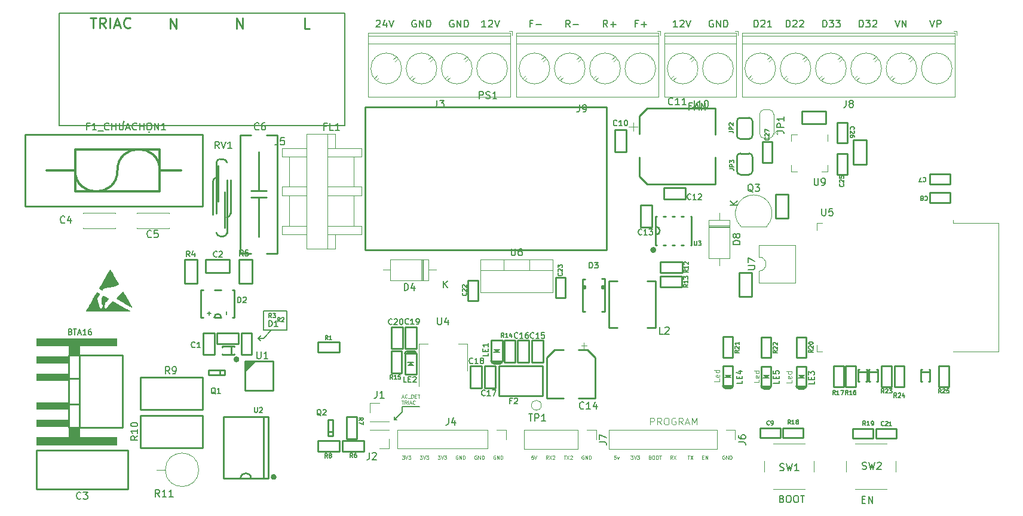
<source format=gbr>
%TF.GenerationSoftware,KiCad,Pcbnew,7.0.10*%
%TF.CreationDate,2024-06-13T10:18:46+07:00*%
%TF.ProjectId,board_dkth,626f6172-645f-4646-9b74-682e6b696361,rev?*%
%TF.SameCoordinates,Original*%
%TF.FileFunction,Legend,Top*%
%TF.FilePolarity,Positive*%
%FSLAX46Y46*%
G04 Gerber Fmt 4.6, Leading zero omitted, Abs format (unit mm)*
G04 Created by KiCad (PCBNEW 7.0.10) date 2024-06-13 10:18:46*
%MOMM*%
%LPD*%
G01*
G04 APERTURE LIST*
%ADD10C,0.200000*%
%ADD11C,0.150000*%
%ADD12C,0.125000*%
%ADD13C,0.250000*%
%ADD14C,0.120000*%
%ADD15C,0.100000*%
%ADD16C,0.127000*%
%ADD17C,0.400000*%
%ADD18C,0.425960*%
%ADD19C,0.257000*%
%ADD20C,0.450512*%
%ADD21C,0.010000*%
%ADD22C,0.300000*%
G04 APERTURE END LIST*
D10*
X76550000Y-84800000D02*
X76125000Y-85225000D01*
D11*
X96525000Y-95600000D02*
X95425000Y-96700000D01*
X95425000Y-96350000D02*
X95425000Y-96700000D01*
D10*
X78050000Y-84050000D02*
X76875000Y-85225000D01*
D11*
X95425000Y-96700000D02*
X95425000Y-96350000D01*
D10*
X76125000Y-85225000D02*
X76500000Y-85600000D01*
D11*
X96525000Y-94850000D02*
X99050000Y-94850000D01*
D10*
X76875000Y-85225000D02*
X76125000Y-85225000D01*
D11*
X95425000Y-96700000D02*
X95775000Y-96700000D01*
D10*
X76950000Y-81325000D02*
X80250000Y-81325000D01*
X80250000Y-84000000D01*
X76950000Y-84000000D01*
X76950000Y-81325000D01*
D11*
X96525000Y-94850000D02*
X96525000Y-95600000D01*
D12*
X96479855Y-94032309D02*
X96765569Y-94032309D01*
X96622712Y-94532309D02*
X96622712Y-94032309D01*
X97217949Y-94532309D02*
X97051283Y-94294214D01*
X96932235Y-94532309D02*
X96932235Y-94032309D01*
X96932235Y-94032309D02*
X97122711Y-94032309D01*
X97122711Y-94032309D02*
X97170330Y-94056119D01*
X97170330Y-94056119D02*
X97194140Y-94079928D01*
X97194140Y-94079928D02*
X97217949Y-94127547D01*
X97217949Y-94127547D02*
X97217949Y-94198976D01*
X97217949Y-94198976D02*
X97194140Y-94246595D01*
X97194140Y-94246595D02*
X97170330Y-94270404D01*
X97170330Y-94270404D02*
X97122711Y-94294214D01*
X97122711Y-94294214D02*
X96932235Y-94294214D01*
X97432235Y-94532309D02*
X97432235Y-94032309D01*
X97646521Y-94389452D02*
X97884616Y-94389452D01*
X97598902Y-94532309D02*
X97765568Y-94032309D01*
X97765568Y-94032309D02*
X97932235Y-94532309D01*
X98384615Y-94484690D02*
X98360806Y-94508500D01*
X98360806Y-94508500D02*
X98289377Y-94532309D01*
X98289377Y-94532309D02*
X98241758Y-94532309D01*
X98241758Y-94532309D02*
X98170330Y-94508500D01*
X98170330Y-94508500D02*
X98122711Y-94460880D01*
X98122711Y-94460880D02*
X98098901Y-94413261D01*
X98098901Y-94413261D02*
X98075092Y-94318023D01*
X98075092Y-94318023D02*
X98075092Y-94246595D01*
X98075092Y-94246595D02*
X98098901Y-94151357D01*
X98098901Y-94151357D02*
X98122711Y-94103738D01*
X98122711Y-94103738D02*
X98170330Y-94056119D01*
X98170330Y-94056119D02*
X98241758Y-94032309D01*
X98241758Y-94032309D02*
X98289377Y-94032309D01*
X98289377Y-94032309D02*
X98360806Y-94056119D01*
X98360806Y-94056119D02*
X98384615Y-94079928D01*
D11*
X161736779Y-108031009D02*
X162070112Y-108031009D01*
X162212969Y-108554819D02*
X161736779Y-108554819D01*
X161736779Y-108554819D02*
X161736779Y-107554819D01*
X161736779Y-107554819D02*
X162212969Y-107554819D01*
X162641541Y-108554819D02*
X162641541Y-107554819D01*
X162641541Y-107554819D02*
X163212969Y-108554819D01*
X163212969Y-108554819D02*
X163212969Y-107554819D01*
X150370112Y-107931009D02*
X150512969Y-107978628D01*
X150512969Y-107978628D02*
X150560588Y-108026247D01*
X150560588Y-108026247D02*
X150608207Y-108121485D01*
X150608207Y-108121485D02*
X150608207Y-108264342D01*
X150608207Y-108264342D02*
X150560588Y-108359580D01*
X150560588Y-108359580D02*
X150512969Y-108407200D01*
X150512969Y-108407200D02*
X150417731Y-108454819D01*
X150417731Y-108454819D02*
X150036779Y-108454819D01*
X150036779Y-108454819D02*
X150036779Y-107454819D01*
X150036779Y-107454819D02*
X150370112Y-107454819D01*
X150370112Y-107454819D02*
X150465350Y-107502438D01*
X150465350Y-107502438D02*
X150512969Y-107550057D01*
X150512969Y-107550057D02*
X150560588Y-107645295D01*
X150560588Y-107645295D02*
X150560588Y-107740533D01*
X150560588Y-107740533D02*
X150512969Y-107835771D01*
X150512969Y-107835771D02*
X150465350Y-107883390D01*
X150465350Y-107883390D02*
X150370112Y-107931009D01*
X150370112Y-107931009D02*
X150036779Y-107931009D01*
X151227255Y-107454819D02*
X151417731Y-107454819D01*
X151417731Y-107454819D02*
X151512969Y-107502438D01*
X151512969Y-107502438D02*
X151608207Y-107597676D01*
X151608207Y-107597676D02*
X151655826Y-107788152D01*
X151655826Y-107788152D02*
X151655826Y-108121485D01*
X151655826Y-108121485D02*
X151608207Y-108311961D01*
X151608207Y-108311961D02*
X151512969Y-108407200D01*
X151512969Y-108407200D02*
X151417731Y-108454819D01*
X151417731Y-108454819D02*
X151227255Y-108454819D01*
X151227255Y-108454819D02*
X151132017Y-108407200D01*
X151132017Y-108407200D02*
X151036779Y-108311961D01*
X151036779Y-108311961D02*
X150989160Y-108121485D01*
X150989160Y-108121485D02*
X150989160Y-107788152D01*
X150989160Y-107788152D02*
X151036779Y-107597676D01*
X151036779Y-107597676D02*
X151132017Y-107502438D01*
X151132017Y-107502438D02*
X151227255Y-107454819D01*
X152274874Y-107454819D02*
X152465350Y-107454819D01*
X152465350Y-107454819D02*
X152560588Y-107502438D01*
X152560588Y-107502438D02*
X152655826Y-107597676D01*
X152655826Y-107597676D02*
X152703445Y-107788152D01*
X152703445Y-107788152D02*
X152703445Y-108121485D01*
X152703445Y-108121485D02*
X152655826Y-108311961D01*
X152655826Y-108311961D02*
X152560588Y-108407200D01*
X152560588Y-108407200D02*
X152465350Y-108454819D01*
X152465350Y-108454819D02*
X152274874Y-108454819D01*
X152274874Y-108454819D02*
X152179636Y-108407200D01*
X152179636Y-108407200D02*
X152084398Y-108311961D01*
X152084398Y-108311961D02*
X152036779Y-108121485D01*
X152036779Y-108121485D02*
X152036779Y-107788152D01*
X152036779Y-107788152D02*
X152084398Y-107597676D01*
X152084398Y-107597676D02*
X152179636Y-107502438D01*
X152179636Y-107502438D02*
X152274874Y-107454819D01*
X152989160Y-107454819D02*
X153560588Y-107454819D01*
X153274874Y-108454819D02*
X153274874Y-107454819D01*
X92889160Y-40250057D02*
X92936779Y-40202438D01*
X92936779Y-40202438D02*
X93032017Y-40154819D01*
X93032017Y-40154819D02*
X93270112Y-40154819D01*
X93270112Y-40154819D02*
X93365350Y-40202438D01*
X93365350Y-40202438D02*
X93412969Y-40250057D01*
X93412969Y-40250057D02*
X93460588Y-40345295D01*
X93460588Y-40345295D02*
X93460588Y-40440533D01*
X93460588Y-40440533D02*
X93412969Y-40583390D01*
X93412969Y-40583390D02*
X92841541Y-41154819D01*
X92841541Y-41154819D02*
X93460588Y-41154819D01*
X94317731Y-40488152D02*
X94317731Y-41154819D01*
X94079636Y-40107200D02*
X93841541Y-40821485D01*
X93841541Y-40821485D02*
X94460588Y-40821485D01*
X94698684Y-40154819D02*
X95032017Y-41154819D01*
X95032017Y-41154819D02*
X95365350Y-40154819D01*
X98508208Y-40202438D02*
X98412970Y-40154819D01*
X98412970Y-40154819D02*
X98270113Y-40154819D01*
X98270113Y-40154819D02*
X98127256Y-40202438D01*
X98127256Y-40202438D02*
X98032018Y-40297676D01*
X98032018Y-40297676D02*
X97984399Y-40392914D01*
X97984399Y-40392914D02*
X97936780Y-40583390D01*
X97936780Y-40583390D02*
X97936780Y-40726247D01*
X97936780Y-40726247D02*
X97984399Y-40916723D01*
X97984399Y-40916723D02*
X98032018Y-41011961D01*
X98032018Y-41011961D02*
X98127256Y-41107200D01*
X98127256Y-41107200D02*
X98270113Y-41154819D01*
X98270113Y-41154819D02*
X98365351Y-41154819D01*
X98365351Y-41154819D02*
X98508208Y-41107200D01*
X98508208Y-41107200D02*
X98555827Y-41059580D01*
X98555827Y-41059580D02*
X98555827Y-40726247D01*
X98555827Y-40726247D02*
X98365351Y-40726247D01*
X98984399Y-41154819D02*
X98984399Y-40154819D01*
X98984399Y-40154819D02*
X99555827Y-41154819D01*
X99555827Y-41154819D02*
X99555827Y-40154819D01*
X100032018Y-41154819D02*
X100032018Y-40154819D01*
X100032018Y-40154819D02*
X100270113Y-40154819D01*
X100270113Y-40154819D02*
X100412970Y-40202438D01*
X100412970Y-40202438D02*
X100508208Y-40297676D01*
X100508208Y-40297676D02*
X100555827Y-40392914D01*
X100555827Y-40392914D02*
X100603446Y-40583390D01*
X100603446Y-40583390D02*
X100603446Y-40726247D01*
X100603446Y-40726247D02*
X100555827Y-40916723D01*
X100555827Y-40916723D02*
X100508208Y-41011961D01*
X100508208Y-41011961D02*
X100412970Y-41107200D01*
X100412970Y-41107200D02*
X100270113Y-41154819D01*
X100270113Y-41154819D02*
X100032018Y-41154819D01*
X103841542Y-40202438D02*
X103746304Y-40154819D01*
X103746304Y-40154819D02*
X103603447Y-40154819D01*
X103603447Y-40154819D02*
X103460590Y-40202438D01*
X103460590Y-40202438D02*
X103365352Y-40297676D01*
X103365352Y-40297676D02*
X103317733Y-40392914D01*
X103317733Y-40392914D02*
X103270114Y-40583390D01*
X103270114Y-40583390D02*
X103270114Y-40726247D01*
X103270114Y-40726247D02*
X103317733Y-40916723D01*
X103317733Y-40916723D02*
X103365352Y-41011961D01*
X103365352Y-41011961D02*
X103460590Y-41107200D01*
X103460590Y-41107200D02*
X103603447Y-41154819D01*
X103603447Y-41154819D02*
X103698685Y-41154819D01*
X103698685Y-41154819D02*
X103841542Y-41107200D01*
X103841542Y-41107200D02*
X103889161Y-41059580D01*
X103889161Y-41059580D02*
X103889161Y-40726247D01*
X103889161Y-40726247D02*
X103698685Y-40726247D01*
X104317733Y-41154819D02*
X104317733Y-40154819D01*
X104317733Y-40154819D02*
X104889161Y-41154819D01*
X104889161Y-41154819D02*
X104889161Y-40154819D01*
X105365352Y-41154819D02*
X105365352Y-40154819D01*
X105365352Y-40154819D02*
X105603447Y-40154819D01*
X105603447Y-40154819D02*
X105746304Y-40202438D01*
X105746304Y-40202438D02*
X105841542Y-40297676D01*
X105841542Y-40297676D02*
X105889161Y-40392914D01*
X105889161Y-40392914D02*
X105936780Y-40583390D01*
X105936780Y-40583390D02*
X105936780Y-40726247D01*
X105936780Y-40726247D02*
X105889161Y-40916723D01*
X105889161Y-40916723D02*
X105841542Y-41011961D01*
X105841542Y-41011961D02*
X105746304Y-41107200D01*
X105746304Y-41107200D02*
X105603447Y-41154819D01*
X105603447Y-41154819D02*
X105365352Y-41154819D01*
X108412971Y-41154819D02*
X107841543Y-41154819D01*
X108127257Y-41154819D02*
X108127257Y-40154819D01*
X108127257Y-40154819D02*
X108032019Y-40297676D01*
X108032019Y-40297676D02*
X107936781Y-40392914D01*
X107936781Y-40392914D02*
X107841543Y-40440533D01*
X108793924Y-40250057D02*
X108841543Y-40202438D01*
X108841543Y-40202438D02*
X108936781Y-40154819D01*
X108936781Y-40154819D02*
X109174876Y-40154819D01*
X109174876Y-40154819D02*
X109270114Y-40202438D01*
X109270114Y-40202438D02*
X109317733Y-40250057D01*
X109317733Y-40250057D02*
X109365352Y-40345295D01*
X109365352Y-40345295D02*
X109365352Y-40440533D01*
X109365352Y-40440533D02*
X109317733Y-40583390D01*
X109317733Y-40583390D02*
X108746305Y-41154819D01*
X108746305Y-41154819D02*
X109365352Y-41154819D01*
X109651067Y-40154819D02*
X109984400Y-41154819D01*
X109984400Y-41154819D02*
X110317733Y-40154819D01*
D12*
X96553664Y-101824809D02*
X96863188Y-101824809D01*
X96863188Y-101824809D02*
X96696521Y-102015285D01*
X96696521Y-102015285D02*
X96767950Y-102015285D01*
X96767950Y-102015285D02*
X96815569Y-102039095D01*
X96815569Y-102039095D02*
X96839378Y-102062904D01*
X96839378Y-102062904D02*
X96863188Y-102110523D01*
X96863188Y-102110523D02*
X96863188Y-102229571D01*
X96863188Y-102229571D02*
X96839378Y-102277190D01*
X96839378Y-102277190D02*
X96815569Y-102301000D01*
X96815569Y-102301000D02*
X96767950Y-102324809D01*
X96767950Y-102324809D02*
X96625093Y-102324809D01*
X96625093Y-102324809D02*
X96577474Y-102301000D01*
X96577474Y-102301000D02*
X96553664Y-102277190D01*
X97006045Y-101824809D02*
X97172711Y-102324809D01*
X97172711Y-102324809D02*
X97339378Y-101824809D01*
X97458425Y-101824809D02*
X97767949Y-101824809D01*
X97767949Y-101824809D02*
X97601282Y-102015285D01*
X97601282Y-102015285D02*
X97672711Y-102015285D01*
X97672711Y-102015285D02*
X97720330Y-102039095D01*
X97720330Y-102039095D02*
X97744139Y-102062904D01*
X97744139Y-102062904D02*
X97767949Y-102110523D01*
X97767949Y-102110523D02*
X97767949Y-102229571D01*
X97767949Y-102229571D02*
X97744139Y-102277190D01*
X97744139Y-102277190D02*
X97720330Y-102301000D01*
X97720330Y-102301000D02*
X97672711Y-102324809D01*
X97672711Y-102324809D02*
X97529854Y-102324809D01*
X97529854Y-102324809D02*
X97482235Y-102301000D01*
X97482235Y-102301000D02*
X97458425Y-102277190D01*
X99077471Y-101824809D02*
X99386995Y-101824809D01*
X99386995Y-101824809D02*
X99220328Y-102015285D01*
X99220328Y-102015285D02*
X99291757Y-102015285D01*
X99291757Y-102015285D02*
X99339376Y-102039095D01*
X99339376Y-102039095D02*
X99363185Y-102062904D01*
X99363185Y-102062904D02*
X99386995Y-102110523D01*
X99386995Y-102110523D02*
X99386995Y-102229571D01*
X99386995Y-102229571D02*
X99363185Y-102277190D01*
X99363185Y-102277190D02*
X99339376Y-102301000D01*
X99339376Y-102301000D02*
X99291757Y-102324809D01*
X99291757Y-102324809D02*
X99148900Y-102324809D01*
X99148900Y-102324809D02*
X99101281Y-102301000D01*
X99101281Y-102301000D02*
X99077471Y-102277190D01*
X99529852Y-101824809D02*
X99696518Y-102324809D01*
X99696518Y-102324809D02*
X99863185Y-101824809D01*
X99982232Y-101824809D02*
X100291756Y-101824809D01*
X100291756Y-101824809D02*
X100125089Y-102015285D01*
X100125089Y-102015285D02*
X100196518Y-102015285D01*
X100196518Y-102015285D02*
X100244137Y-102039095D01*
X100244137Y-102039095D02*
X100267946Y-102062904D01*
X100267946Y-102062904D02*
X100291756Y-102110523D01*
X100291756Y-102110523D02*
X100291756Y-102229571D01*
X100291756Y-102229571D02*
X100267946Y-102277190D01*
X100267946Y-102277190D02*
X100244137Y-102301000D01*
X100244137Y-102301000D02*
X100196518Y-102324809D01*
X100196518Y-102324809D02*
X100053661Y-102324809D01*
X100053661Y-102324809D02*
X100006042Y-102301000D01*
X100006042Y-102301000D02*
X99982232Y-102277190D01*
X101601278Y-101824809D02*
X101910802Y-101824809D01*
X101910802Y-101824809D02*
X101744135Y-102015285D01*
X101744135Y-102015285D02*
X101815564Y-102015285D01*
X101815564Y-102015285D02*
X101863183Y-102039095D01*
X101863183Y-102039095D02*
X101886992Y-102062904D01*
X101886992Y-102062904D02*
X101910802Y-102110523D01*
X101910802Y-102110523D02*
X101910802Y-102229571D01*
X101910802Y-102229571D02*
X101886992Y-102277190D01*
X101886992Y-102277190D02*
X101863183Y-102301000D01*
X101863183Y-102301000D02*
X101815564Y-102324809D01*
X101815564Y-102324809D02*
X101672707Y-102324809D01*
X101672707Y-102324809D02*
X101625088Y-102301000D01*
X101625088Y-102301000D02*
X101601278Y-102277190D01*
X102053659Y-101824809D02*
X102220325Y-102324809D01*
X102220325Y-102324809D02*
X102386992Y-101824809D01*
X102506039Y-101824809D02*
X102815563Y-101824809D01*
X102815563Y-101824809D02*
X102648896Y-102015285D01*
X102648896Y-102015285D02*
X102720325Y-102015285D01*
X102720325Y-102015285D02*
X102767944Y-102039095D01*
X102767944Y-102039095D02*
X102791753Y-102062904D01*
X102791753Y-102062904D02*
X102815563Y-102110523D01*
X102815563Y-102110523D02*
X102815563Y-102229571D01*
X102815563Y-102229571D02*
X102791753Y-102277190D01*
X102791753Y-102277190D02*
X102767944Y-102301000D01*
X102767944Y-102301000D02*
X102720325Y-102324809D01*
X102720325Y-102324809D02*
X102577468Y-102324809D01*
X102577468Y-102324809D02*
X102529849Y-102301000D01*
X102529849Y-102301000D02*
X102506039Y-102277190D01*
X104434609Y-101848619D02*
X104386990Y-101824809D01*
X104386990Y-101824809D02*
X104315561Y-101824809D01*
X104315561Y-101824809D02*
X104244133Y-101848619D01*
X104244133Y-101848619D02*
X104196514Y-101896238D01*
X104196514Y-101896238D02*
X104172704Y-101943857D01*
X104172704Y-101943857D02*
X104148895Y-102039095D01*
X104148895Y-102039095D02*
X104148895Y-102110523D01*
X104148895Y-102110523D02*
X104172704Y-102205761D01*
X104172704Y-102205761D02*
X104196514Y-102253380D01*
X104196514Y-102253380D02*
X104244133Y-102301000D01*
X104244133Y-102301000D02*
X104315561Y-102324809D01*
X104315561Y-102324809D02*
X104363180Y-102324809D01*
X104363180Y-102324809D02*
X104434609Y-102301000D01*
X104434609Y-102301000D02*
X104458418Y-102277190D01*
X104458418Y-102277190D02*
X104458418Y-102110523D01*
X104458418Y-102110523D02*
X104363180Y-102110523D01*
X104672704Y-102324809D02*
X104672704Y-101824809D01*
X104672704Y-101824809D02*
X104958418Y-102324809D01*
X104958418Y-102324809D02*
X104958418Y-101824809D01*
X105196514Y-102324809D02*
X105196514Y-101824809D01*
X105196514Y-101824809D02*
X105315562Y-101824809D01*
X105315562Y-101824809D02*
X105386990Y-101848619D01*
X105386990Y-101848619D02*
X105434609Y-101896238D01*
X105434609Y-101896238D02*
X105458419Y-101943857D01*
X105458419Y-101943857D02*
X105482228Y-102039095D01*
X105482228Y-102039095D02*
X105482228Y-102110523D01*
X105482228Y-102110523D02*
X105458419Y-102205761D01*
X105458419Y-102205761D02*
X105434609Y-102253380D01*
X105434609Y-102253380D02*
X105386990Y-102301000D01*
X105386990Y-102301000D02*
X105315562Y-102324809D01*
X105315562Y-102324809D02*
X105196514Y-102324809D01*
X107101275Y-101848619D02*
X107053656Y-101824809D01*
X107053656Y-101824809D02*
X106982227Y-101824809D01*
X106982227Y-101824809D02*
X106910799Y-101848619D01*
X106910799Y-101848619D02*
X106863180Y-101896238D01*
X106863180Y-101896238D02*
X106839370Y-101943857D01*
X106839370Y-101943857D02*
X106815561Y-102039095D01*
X106815561Y-102039095D02*
X106815561Y-102110523D01*
X106815561Y-102110523D02*
X106839370Y-102205761D01*
X106839370Y-102205761D02*
X106863180Y-102253380D01*
X106863180Y-102253380D02*
X106910799Y-102301000D01*
X106910799Y-102301000D02*
X106982227Y-102324809D01*
X106982227Y-102324809D02*
X107029846Y-102324809D01*
X107029846Y-102324809D02*
X107101275Y-102301000D01*
X107101275Y-102301000D02*
X107125084Y-102277190D01*
X107125084Y-102277190D02*
X107125084Y-102110523D01*
X107125084Y-102110523D02*
X107029846Y-102110523D01*
X107339370Y-102324809D02*
X107339370Y-101824809D01*
X107339370Y-101824809D02*
X107625084Y-102324809D01*
X107625084Y-102324809D02*
X107625084Y-101824809D01*
X107863180Y-102324809D02*
X107863180Y-101824809D01*
X107863180Y-101824809D02*
X107982228Y-101824809D01*
X107982228Y-101824809D02*
X108053656Y-101848619D01*
X108053656Y-101848619D02*
X108101275Y-101896238D01*
X108101275Y-101896238D02*
X108125085Y-101943857D01*
X108125085Y-101943857D02*
X108148894Y-102039095D01*
X108148894Y-102039095D02*
X108148894Y-102110523D01*
X108148894Y-102110523D02*
X108125085Y-102205761D01*
X108125085Y-102205761D02*
X108101275Y-102253380D01*
X108101275Y-102253380D02*
X108053656Y-102301000D01*
X108053656Y-102301000D02*
X107982228Y-102324809D01*
X107982228Y-102324809D02*
X107863180Y-102324809D01*
X109767941Y-101848619D02*
X109720322Y-101824809D01*
X109720322Y-101824809D02*
X109648893Y-101824809D01*
X109648893Y-101824809D02*
X109577465Y-101848619D01*
X109577465Y-101848619D02*
X109529846Y-101896238D01*
X109529846Y-101896238D02*
X109506036Y-101943857D01*
X109506036Y-101943857D02*
X109482227Y-102039095D01*
X109482227Y-102039095D02*
X109482227Y-102110523D01*
X109482227Y-102110523D02*
X109506036Y-102205761D01*
X109506036Y-102205761D02*
X109529846Y-102253380D01*
X109529846Y-102253380D02*
X109577465Y-102301000D01*
X109577465Y-102301000D02*
X109648893Y-102324809D01*
X109648893Y-102324809D02*
X109696512Y-102324809D01*
X109696512Y-102324809D02*
X109767941Y-102301000D01*
X109767941Y-102301000D02*
X109791750Y-102277190D01*
X109791750Y-102277190D02*
X109791750Y-102110523D01*
X109791750Y-102110523D02*
X109696512Y-102110523D01*
X110006036Y-102324809D02*
X110006036Y-101824809D01*
X110006036Y-101824809D02*
X110291750Y-102324809D01*
X110291750Y-102324809D02*
X110291750Y-101824809D01*
X110529846Y-102324809D02*
X110529846Y-101824809D01*
X110529846Y-101824809D02*
X110648894Y-101824809D01*
X110648894Y-101824809D02*
X110720322Y-101848619D01*
X110720322Y-101848619D02*
X110767941Y-101896238D01*
X110767941Y-101896238D02*
X110791751Y-101943857D01*
X110791751Y-101943857D02*
X110815560Y-102039095D01*
X110815560Y-102039095D02*
X110815560Y-102110523D01*
X110815560Y-102110523D02*
X110791751Y-102205761D01*
X110791751Y-102205761D02*
X110767941Y-102253380D01*
X110767941Y-102253380D02*
X110720322Y-102301000D01*
X110720322Y-102301000D02*
X110648894Y-102324809D01*
X110648894Y-102324809D02*
X110529846Y-102324809D01*
D11*
X137570112Y-52331009D02*
X137236779Y-52331009D01*
X137236779Y-52854819D02*
X137236779Y-51854819D01*
X137236779Y-51854819D02*
X137712969Y-51854819D01*
X138046303Y-52569104D02*
X138522493Y-52569104D01*
X137951065Y-52854819D02*
X138284398Y-51854819D01*
X138284398Y-51854819D02*
X138617731Y-52854819D01*
X138951065Y-52854819D02*
X138951065Y-51854819D01*
X138951065Y-51854819D02*
X139522493Y-52854819D01*
X139522493Y-52854819D02*
X139522493Y-51854819D01*
D13*
X73918384Y-39866571D02*
X73918384Y-41366571D01*
X73918384Y-41366571D02*
X73061241Y-39866571D01*
X73061241Y-39866571D02*
X73061241Y-41366571D01*
X83435901Y-41353428D02*
X82721615Y-41353428D01*
X82721615Y-41353428D02*
X82721615Y-39853428D01*
D12*
X96527474Y-93514452D02*
X96765569Y-93514452D01*
X96479855Y-93657309D02*
X96646521Y-93157309D01*
X96646521Y-93157309D02*
X96813188Y-93657309D01*
X97265568Y-93609690D02*
X97241759Y-93633500D01*
X97241759Y-93633500D02*
X97170330Y-93657309D01*
X97170330Y-93657309D02*
X97122711Y-93657309D01*
X97122711Y-93657309D02*
X97051283Y-93633500D01*
X97051283Y-93633500D02*
X97003664Y-93585880D01*
X97003664Y-93585880D02*
X96979854Y-93538261D01*
X96979854Y-93538261D02*
X96956045Y-93443023D01*
X96956045Y-93443023D02*
X96956045Y-93371595D01*
X96956045Y-93371595D02*
X96979854Y-93276357D01*
X96979854Y-93276357D02*
X97003664Y-93228738D01*
X97003664Y-93228738D02*
X97051283Y-93181119D01*
X97051283Y-93181119D02*
X97122711Y-93157309D01*
X97122711Y-93157309D02*
X97170330Y-93157309D01*
X97170330Y-93157309D02*
X97241759Y-93181119D01*
X97241759Y-93181119D02*
X97265568Y-93204928D01*
X97360807Y-93704928D02*
X97741759Y-93704928D01*
X97860806Y-93657309D02*
X97860806Y-93157309D01*
X97860806Y-93157309D02*
X97979854Y-93157309D01*
X97979854Y-93157309D02*
X98051282Y-93181119D01*
X98051282Y-93181119D02*
X98098901Y-93228738D01*
X98098901Y-93228738D02*
X98122711Y-93276357D01*
X98122711Y-93276357D02*
X98146520Y-93371595D01*
X98146520Y-93371595D02*
X98146520Y-93443023D01*
X98146520Y-93443023D02*
X98122711Y-93538261D01*
X98122711Y-93538261D02*
X98098901Y-93585880D01*
X98098901Y-93585880D02*
X98051282Y-93633500D01*
X98051282Y-93633500D02*
X97979854Y-93657309D01*
X97979854Y-93657309D02*
X97860806Y-93657309D01*
X98360806Y-93395404D02*
X98527473Y-93395404D01*
X98598901Y-93657309D02*
X98360806Y-93657309D01*
X98360806Y-93657309D02*
X98360806Y-93157309D01*
X98360806Y-93157309D02*
X98598901Y-93157309D01*
X98741759Y-93157309D02*
X99027473Y-93157309D01*
X98884616Y-93657309D02*
X98884616Y-93157309D01*
D11*
X114970112Y-40631009D02*
X114636779Y-40631009D01*
X114636779Y-41154819D02*
X114636779Y-40154819D01*
X114636779Y-40154819D02*
X115112969Y-40154819D01*
X115493922Y-40773866D02*
X116255827Y-40773866D01*
X120351065Y-41154819D02*
X120017732Y-40678628D01*
X119779637Y-41154819D02*
X119779637Y-40154819D01*
X119779637Y-40154819D02*
X120160589Y-40154819D01*
X120160589Y-40154819D02*
X120255827Y-40202438D01*
X120255827Y-40202438D02*
X120303446Y-40250057D01*
X120303446Y-40250057D02*
X120351065Y-40345295D01*
X120351065Y-40345295D02*
X120351065Y-40488152D01*
X120351065Y-40488152D02*
X120303446Y-40583390D01*
X120303446Y-40583390D02*
X120255827Y-40631009D01*
X120255827Y-40631009D02*
X120160589Y-40678628D01*
X120160589Y-40678628D02*
X119779637Y-40678628D01*
X120779637Y-40773866D02*
X121541542Y-40773866D01*
X125636780Y-41154819D02*
X125303447Y-40678628D01*
X125065352Y-41154819D02*
X125065352Y-40154819D01*
X125065352Y-40154819D02*
X125446304Y-40154819D01*
X125446304Y-40154819D02*
X125541542Y-40202438D01*
X125541542Y-40202438D02*
X125589161Y-40250057D01*
X125589161Y-40250057D02*
X125636780Y-40345295D01*
X125636780Y-40345295D02*
X125636780Y-40488152D01*
X125636780Y-40488152D02*
X125589161Y-40583390D01*
X125589161Y-40583390D02*
X125541542Y-40631009D01*
X125541542Y-40631009D02*
X125446304Y-40678628D01*
X125446304Y-40678628D02*
X125065352Y-40678628D01*
X126065352Y-40773866D02*
X126827257Y-40773866D01*
X126446304Y-41154819D02*
X126446304Y-40392914D01*
X129922495Y-40631009D02*
X129589162Y-40631009D01*
X129589162Y-41154819D02*
X129589162Y-40154819D01*
X129589162Y-40154819D02*
X130065352Y-40154819D01*
X130446305Y-40773866D02*
X131208210Y-40773866D01*
X130827257Y-41154819D02*
X130827257Y-40392914D01*
D12*
X126839378Y-101824809D02*
X126601283Y-101824809D01*
X126601283Y-101824809D02*
X126577474Y-102062904D01*
X126577474Y-102062904D02*
X126601283Y-102039095D01*
X126601283Y-102039095D02*
X126648902Y-102015285D01*
X126648902Y-102015285D02*
X126767950Y-102015285D01*
X126767950Y-102015285D02*
X126815569Y-102039095D01*
X126815569Y-102039095D02*
X126839378Y-102062904D01*
X126839378Y-102062904D02*
X126863188Y-102110523D01*
X126863188Y-102110523D02*
X126863188Y-102229571D01*
X126863188Y-102229571D02*
X126839378Y-102277190D01*
X126839378Y-102277190D02*
X126815569Y-102301000D01*
X126815569Y-102301000D02*
X126767950Y-102324809D01*
X126767950Y-102324809D02*
X126648902Y-102324809D01*
X126648902Y-102324809D02*
X126601283Y-102301000D01*
X126601283Y-102301000D02*
X126577474Y-102277190D01*
X127029854Y-101991476D02*
X127148902Y-102324809D01*
X127148902Y-102324809D02*
X127267949Y-101991476D01*
X128934614Y-101824809D02*
X129244138Y-101824809D01*
X129244138Y-101824809D02*
X129077471Y-102015285D01*
X129077471Y-102015285D02*
X129148900Y-102015285D01*
X129148900Y-102015285D02*
X129196519Y-102039095D01*
X129196519Y-102039095D02*
X129220328Y-102062904D01*
X129220328Y-102062904D02*
X129244138Y-102110523D01*
X129244138Y-102110523D02*
X129244138Y-102229571D01*
X129244138Y-102229571D02*
X129220328Y-102277190D01*
X129220328Y-102277190D02*
X129196519Y-102301000D01*
X129196519Y-102301000D02*
X129148900Y-102324809D01*
X129148900Y-102324809D02*
X129006043Y-102324809D01*
X129006043Y-102324809D02*
X128958424Y-102301000D01*
X128958424Y-102301000D02*
X128934614Y-102277190D01*
X129386995Y-101824809D02*
X129553661Y-102324809D01*
X129553661Y-102324809D02*
X129720328Y-101824809D01*
X129839375Y-101824809D02*
X130148899Y-101824809D01*
X130148899Y-101824809D02*
X129982232Y-102015285D01*
X129982232Y-102015285D02*
X130053661Y-102015285D01*
X130053661Y-102015285D02*
X130101280Y-102039095D01*
X130101280Y-102039095D02*
X130125089Y-102062904D01*
X130125089Y-102062904D02*
X130148899Y-102110523D01*
X130148899Y-102110523D02*
X130148899Y-102229571D01*
X130148899Y-102229571D02*
X130125089Y-102277190D01*
X130125089Y-102277190D02*
X130101280Y-102301000D01*
X130101280Y-102301000D02*
X130053661Y-102324809D01*
X130053661Y-102324809D02*
X129910804Y-102324809D01*
X129910804Y-102324809D02*
X129863185Y-102301000D01*
X129863185Y-102301000D02*
X129839375Y-102277190D01*
X131672707Y-102062904D02*
X131744135Y-102086714D01*
X131744135Y-102086714D02*
X131767945Y-102110523D01*
X131767945Y-102110523D02*
X131791754Y-102158142D01*
X131791754Y-102158142D02*
X131791754Y-102229571D01*
X131791754Y-102229571D02*
X131767945Y-102277190D01*
X131767945Y-102277190D02*
X131744135Y-102301000D01*
X131744135Y-102301000D02*
X131696516Y-102324809D01*
X131696516Y-102324809D02*
X131506040Y-102324809D01*
X131506040Y-102324809D02*
X131506040Y-101824809D01*
X131506040Y-101824809D02*
X131672707Y-101824809D01*
X131672707Y-101824809D02*
X131720326Y-101848619D01*
X131720326Y-101848619D02*
X131744135Y-101872428D01*
X131744135Y-101872428D02*
X131767945Y-101920047D01*
X131767945Y-101920047D02*
X131767945Y-101967666D01*
X131767945Y-101967666D02*
X131744135Y-102015285D01*
X131744135Y-102015285D02*
X131720326Y-102039095D01*
X131720326Y-102039095D02*
X131672707Y-102062904D01*
X131672707Y-102062904D02*
X131506040Y-102062904D01*
X132101278Y-101824809D02*
X132196516Y-101824809D01*
X132196516Y-101824809D02*
X132244135Y-101848619D01*
X132244135Y-101848619D02*
X132291754Y-101896238D01*
X132291754Y-101896238D02*
X132315564Y-101991476D01*
X132315564Y-101991476D02*
X132315564Y-102158142D01*
X132315564Y-102158142D02*
X132291754Y-102253380D01*
X132291754Y-102253380D02*
X132244135Y-102301000D01*
X132244135Y-102301000D02*
X132196516Y-102324809D01*
X132196516Y-102324809D02*
X132101278Y-102324809D01*
X132101278Y-102324809D02*
X132053659Y-102301000D01*
X132053659Y-102301000D02*
X132006040Y-102253380D01*
X132006040Y-102253380D02*
X131982231Y-102158142D01*
X131982231Y-102158142D02*
X131982231Y-101991476D01*
X131982231Y-101991476D02*
X132006040Y-101896238D01*
X132006040Y-101896238D02*
X132053659Y-101848619D01*
X132053659Y-101848619D02*
X132101278Y-101824809D01*
X132625088Y-101824809D02*
X132720326Y-101824809D01*
X132720326Y-101824809D02*
X132767945Y-101848619D01*
X132767945Y-101848619D02*
X132815564Y-101896238D01*
X132815564Y-101896238D02*
X132839374Y-101991476D01*
X132839374Y-101991476D02*
X132839374Y-102158142D01*
X132839374Y-102158142D02*
X132815564Y-102253380D01*
X132815564Y-102253380D02*
X132767945Y-102301000D01*
X132767945Y-102301000D02*
X132720326Y-102324809D01*
X132720326Y-102324809D02*
X132625088Y-102324809D01*
X132625088Y-102324809D02*
X132577469Y-102301000D01*
X132577469Y-102301000D02*
X132529850Y-102253380D01*
X132529850Y-102253380D02*
X132506041Y-102158142D01*
X132506041Y-102158142D02*
X132506041Y-101991476D01*
X132506041Y-101991476D02*
X132529850Y-101896238D01*
X132529850Y-101896238D02*
X132577469Y-101848619D01*
X132577469Y-101848619D02*
X132625088Y-101824809D01*
X132982232Y-101824809D02*
X133267946Y-101824809D01*
X133125089Y-102324809D02*
X133125089Y-101824809D01*
X134863182Y-102324809D02*
X134696516Y-102086714D01*
X134577468Y-102324809D02*
X134577468Y-101824809D01*
X134577468Y-101824809D02*
X134767944Y-101824809D01*
X134767944Y-101824809D02*
X134815563Y-101848619D01*
X134815563Y-101848619D02*
X134839373Y-101872428D01*
X134839373Y-101872428D02*
X134863182Y-101920047D01*
X134863182Y-101920047D02*
X134863182Y-101991476D01*
X134863182Y-101991476D02*
X134839373Y-102039095D01*
X134839373Y-102039095D02*
X134815563Y-102062904D01*
X134815563Y-102062904D02*
X134767944Y-102086714D01*
X134767944Y-102086714D02*
X134577468Y-102086714D01*
X135029849Y-101824809D02*
X135363182Y-102324809D01*
X135363182Y-101824809D02*
X135029849Y-102324809D01*
X137006038Y-101824809D02*
X137291752Y-101824809D01*
X137148895Y-102324809D02*
X137148895Y-101824809D01*
X137410799Y-101824809D02*
X137744132Y-102324809D01*
X137744132Y-101824809D02*
X137410799Y-102324809D01*
X139077464Y-102062904D02*
X139244131Y-102062904D01*
X139315559Y-102324809D02*
X139077464Y-102324809D01*
X139077464Y-102324809D02*
X139077464Y-101824809D01*
X139077464Y-101824809D02*
X139315559Y-101824809D01*
X139529845Y-102324809D02*
X139529845Y-101824809D01*
X139529845Y-101824809D02*
X139815559Y-102324809D01*
X139815559Y-102324809D02*
X139815559Y-101824809D01*
X142220320Y-101848619D02*
X142172701Y-101824809D01*
X142172701Y-101824809D02*
X142101272Y-101824809D01*
X142101272Y-101824809D02*
X142029844Y-101848619D01*
X142029844Y-101848619D02*
X141982225Y-101896238D01*
X141982225Y-101896238D02*
X141958415Y-101943857D01*
X141958415Y-101943857D02*
X141934606Y-102039095D01*
X141934606Y-102039095D02*
X141934606Y-102110523D01*
X141934606Y-102110523D02*
X141958415Y-102205761D01*
X141958415Y-102205761D02*
X141982225Y-102253380D01*
X141982225Y-102253380D02*
X142029844Y-102301000D01*
X142029844Y-102301000D02*
X142101272Y-102324809D01*
X142101272Y-102324809D02*
X142148891Y-102324809D01*
X142148891Y-102324809D02*
X142220320Y-102301000D01*
X142220320Y-102301000D02*
X142244129Y-102277190D01*
X142244129Y-102277190D02*
X142244129Y-102110523D01*
X142244129Y-102110523D02*
X142148891Y-102110523D01*
X142458415Y-102324809D02*
X142458415Y-101824809D01*
X142458415Y-101824809D02*
X142744129Y-102324809D01*
X142744129Y-102324809D02*
X142744129Y-101824809D01*
X142982225Y-102324809D02*
X142982225Y-101824809D01*
X142982225Y-101824809D02*
X143101273Y-101824809D01*
X143101273Y-101824809D02*
X143172701Y-101848619D01*
X143172701Y-101848619D02*
X143220320Y-101896238D01*
X143220320Y-101896238D02*
X143244130Y-101943857D01*
X143244130Y-101943857D02*
X143267939Y-102039095D01*
X143267939Y-102039095D02*
X143267939Y-102110523D01*
X143267939Y-102110523D02*
X143244130Y-102205761D01*
X143244130Y-102205761D02*
X143220320Y-102253380D01*
X143220320Y-102253380D02*
X143172701Y-102301000D01*
X143172701Y-102301000D02*
X143101273Y-102324809D01*
X143101273Y-102324809D02*
X142982225Y-102324809D01*
X115139378Y-101824809D02*
X114901283Y-101824809D01*
X114901283Y-101824809D02*
X114877474Y-102062904D01*
X114877474Y-102062904D02*
X114901283Y-102039095D01*
X114901283Y-102039095D02*
X114948902Y-102015285D01*
X114948902Y-102015285D02*
X115067950Y-102015285D01*
X115067950Y-102015285D02*
X115115569Y-102039095D01*
X115115569Y-102039095D02*
X115139378Y-102062904D01*
X115139378Y-102062904D02*
X115163188Y-102110523D01*
X115163188Y-102110523D02*
X115163188Y-102229571D01*
X115163188Y-102229571D02*
X115139378Y-102277190D01*
X115139378Y-102277190D02*
X115115569Y-102301000D01*
X115115569Y-102301000D02*
X115067950Y-102324809D01*
X115067950Y-102324809D02*
X114948902Y-102324809D01*
X114948902Y-102324809D02*
X114901283Y-102301000D01*
X114901283Y-102301000D02*
X114877474Y-102277190D01*
X115306045Y-101824809D02*
X115472711Y-102324809D01*
X115472711Y-102324809D02*
X115639378Y-101824809D01*
X117234614Y-102324809D02*
X117067948Y-102086714D01*
X116948900Y-102324809D02*
X116948900Y-101824809D01*
X116948900Y-101824809D02*
X117139376Y-101824809D01*
X117139376Y-101824809D02*
X117186995Y-101848619D01*
X117186995Y-101848619D02*
X117210805Y-101872428D01*
X117210805Y-101872428D02*
X117234614Y-101920047D01*
X117234614Y-101920047D02*
X117234614Y-101991476D01*
X117234614Y-101991476D02*
X117210805Y-102039095D01*
X117210805Y-102039095D02*
X117186995Y-102062904D01*
X117186995Y-102062904D02*
X117139376Y-102086714D01*
X117139376Y-102086714D02*
X116948900Y-102086714D01*
X117401281Y-101824809D02*
X117734614Y-102324809D01*
X117734614Y-101824809D02*
X117401281Y-102324809D01*
X117901281Y-101872428D02*
X117925090Y-101848619D01*
X117925090Y-101848619D02*
X117972709Y-101824809D01*
X117972709Y-101824809D02*
X118091757Y-101824809D01*
X118091757Y-101824809D02*
X118139376Y-101848619D01*
X118139376Y-101848619D02*
X118163185Y-101872428D01*
X118163185Y-101872428D02*
X118186995Y-101920047D01*
X118186995Y-101920047D02*
X118186995Y-101967666D01*
X118186995Y-101967666D02*
X118163185Y-102039095D01*
X118163185Y-102039095D02*
X117877471Y-102324809D01*
X117877471Y-102324809D02*
X118186995Y-102324809D01*
X119472708Y-101824809D02*
X119758422Y-101824809D01*
X119615565Y-102324809D02*
X119615565Y-101824809D01*
X119877469Y-101824809D02*
X120210802Y-102324809D01*
X120210802Y-101824809D02*
X119877469Y-102324809D01*
X120377469Y-101872428D02*
X120401278Y-101848619D01*
X120401278Y-101848619D02*
X120448897Y-101824809D01*
X120448897Y-101824809D02*
X120567945Y-101824809D01*
X120567945Y-101824809D02*
X120615564Y-101848619D01*
X120615564Y-101848619D02*
X120639373Y-101872428D01*
X120639373Y-101872428D02*
X120663183Y-101920047D01*
X120663183Y-101920047D02*
X120663183Y-101967666D01*
X120663183Y-101967666D02*
X120639373Y-102039095D01*
X120639373Y-102039095D02*
X120353659Y-102324809D01*
X120353659Y-102324809D02*
X120663183Y-102324809D01*
X122282229Y-101848619D02*
X122234610Y-101824809D01*
X122234610Y-101824809D02*
X122163181Y-101824809D01*
X122163181Y-101824809D02*
X122091753Y-101848619D01*
X122091753Y-101848619D02*
X122044134Y-101896238D01*
X122044134Y-101896238D02*
X122020324Y-101943857D01*
X122020324Y-101943857D02*
X121996515Y-102039095D01*
X121996515Y-102039095D02*
X121996515Y-102110523D01*
X121996515Y-102110523D02*
X122020324Y-102205761D01*
X122020324Y-102205761D02*
X122044134Y-102253380D01*
X122044134Y-102253380D02*
X122091753Y-102301000D01*
X122091753Y-102301000D02*
X122163181Y-102324809D01*
X122163181Y-102324809D02*
X122210800Y-102324809D01*
X122210800Y-102324809D02*
X122282229Y-102301000D01*
X122282229Y-102301000D02*
X122306038Y-102277190D01*
X122306038Y-102277190D02*
X122306038Y-102110523D01*
X122306038Y-102110523D02*
X122210800Y-102110523D01*
X122520324Y-102324809D02*
X122520324Y-101824809D01*
X122520324Y-101824809D02*
X122806038Y-102324809D01*
X122806038Y-102324809D02*
X122806038Y-101824809D01*
X123044134Y-102324809D02*
X123044134Y-101824809D01*
X123044134Y-101824809D02*
X123163182Y-101824809D01*
X123163182Y-101824809D02*
X123234610Y-101848619D01*
X123234610Y-101848619D02*
X123282229Y-101896238D01*
X123282229Y-101896238D02*
X123306039Y-101943857D01*
X123306039Y-101943857D02*
X123329848Y-102039095D01*
X123329848Y-102039095D02*
X123329848Y-102110523D01*
X123329848Y-102110523D02*
X123306039Y-102205761D01*
X123306039Y-102205761D02*
X123282229Y-102253380D01*
X123282229Y-102253380D02*
X123234610Y-102301000D01*
X123234610Y-102301000D02*
X123163182Y-102324809D01*
X123163182Y-102324809D02*
X123044134Y-102324809D01*
D13*
X64588384Y-39906571D02*
X64588384Y-41406571D01*
X64588384Y-41406571D02*
X63731241Y-39906571D01*
X63731241Y-39906571D02*
X63731241Y-41406571D01*
D11*
X135560588Y-41154819D02*
X134989160Y-41154819D01*
X135274874Y-41154819D02*
X135274874Y-40154819D01*
X135274874Y-40154819D02*
X135179636Y-40297676D01*
X135179636Y-40297676D02*
X135084398Y-40392914D01*
X135084398Y-40392914D02*
X134989160Y-40440533D01*
X135941541Y-40250057D02*
X135989160Y-40202438D01*
X135989160Y-40202438D02*
X136084398Y-40154819D01*
X136084398Y-40154819D02*
X136322493Y-40154819D01*
X136322493Y-40154819D02*
X136417731Y-40202438D01*
X136417731Y-40202438D02*
X136465350Y-40250057D01*
X136465350Y-40250057D02*
X136512969Y-40345295D01*
X136512969Y-40345295D02*
X136512969Y-40440533D01*
X136512969Y-40440533D02*
X136465350Y-40583390D01*
X136465350Y-40583390D02*
X135893922Y-41154819D01*
X135893922Y-41154819D02*
X136512969Y-41154819D01*
X136798684Y-40154819D02*
X137132017Y-41154819D01*
X137132017Y-41154819D02*
X137465350Y-40154819D01*
X140608208Y-40202438D02*
X140512970Y-40154819D01*
X140512970Y-40154819D02*
X140370113Y-40154819D01*
X140370113Y-40154819D02*
X140227256Y-40202438D01*
X140227256Y-40202438D02*
X140132018Y-40297676D01*
X140132018Y-40297676D02*
X140084399Y-40392914D01*
X140084399Y-40392914D02*
X140036780Y-40583390D01*
X140036780Y-40583390D02*
X140036780Y-40726247D01*
X140036780Y-40726247D02*
X140084399Y-40916723D01*
X140084399Y-40916723D02*
X140132018Y-41011961D01*
X140132018Y-41011961D02*
X140227256Y-41107200D01*
X140227256Y-41107200D02*
X140370113Y-41154819D01*
X140370113Y-41154819D02*
X140465351Y-41154819D01*
X140465351Y-41154819D02*
X140608208Y-41107200D01*
X140608208Y-41107200D02*
X140655827Y-41059580D01*
X140655827Y-41059580D02*
X140655827Y-40726247D01*
X140655827Y-40726247D02*
X140465351Y-40726247D01*
X141084399Y-41154819D02*
X141084399Y-40154819D01*
X141084399Y-40154819D02*
X141655827Y-41154819D01*
X141655827Y-41154819D02*
X141655827Y-40154819D01*
X142132018Y-41154819D02*
X142132018Y-40154819D01*
X142132018Y-40154819D02*
X142370113Y-40154819D01*
X142370113Y-40154819D02*
X142512970Y-40202438D01*
X142512970Y-40202438D02*
X142608208Y-40297676D01*
X142608208Y-40297676D02*
X142655827Y-40392914D01*
X142655827Y-40392914D02*
X142703446Y-40583390D01*
X142703446Y-40583390D02*
X142703446Y-40726247D01*
X142703446Y-40726247D02*
X142655827Y-40916723D01*
X142655827Y-40916723D02*
X142608208Y-41011961D01*
X142608208Y-41011961D02*
X142512970Y-41107200D01*
X142512970Y-41107200D02*
X142370113Y-41154819D01*
X142370113Y-41154819D02*
X142132018Y-41154819D01*
D12*
X131714286Y-97456119D02*
X131714286Y-96456119D01*
X131714286Y-96456119D02*
X132095238Y-96456119D01*
X132095238Y-96456119D02*
X132190476Y-96503738D01*
X132190476Y-96503738D02*
X132238095Y-96551357D01*
X132238095Y-96551357D02*
X132285714Y-96646595D01*
X132285714Y-96646595D02*
X132285714Y-96789452D01*
X132285714Y-96789452D02*
X132238095Y-96884690D01*
X132238095Y-96884690D02*
X132190476Y-96932309D01*
X132190476Y-96932309D02*
X132095238Y-96979928D01*
X132095238Y-96979928D02*
X131714286Y-96979928D01*
X133285714Y-97456119D02*
X132952381Y-96979928D01*
X132714286Y-97456119D02*
X132714286Y-96456119D01*
X132714286Y-96456119D02*
X133095238Y-96456119D01*
X133095238Y-96456119D02*
X133190476Y-96503738D01*
X133190476Y-96503738D02*
X133238095Y-96551357D01*
X133238095Y-96551357D02*
X133285714Y-96646595D01*
X133285714Y-96646595D02*
X133285714Y-96789452D01*
X133285714Y-96789452D02*
X133238095Y-96884690D01*
X133238095Y-96884690D02*
X133190476Y-96932309D01*
X133190476Y-96932309D02*
X133095238Y-96979928D01*
X133095238Y-96979928D02*
X132714286Y-96979928D01*
X133904762Y-96456119D02*
X134095238Y-96456119D01*
X134095238Y-96456119D02*
X134190476Y-96503738D01*
X134190476Y-96503738D02*
X134285714Y-96598976D01*
X134285714Y-96598976D02*
X134333333Y-96789452D01*
X134333333Y-96789452D02*
X134333333Y-97122785D01*
X134333333Y-97122785D02*
X134285714Y-97313261D01*
X134285714Y-97313261D02*
X134190476Y-97408500D01*
X134190476Y-97408500D02*
X134095238Y-97456119D01*
X134095238Y-97456119D02*
X133904762Y-97456119D01*
X133904762Y-97456119D02*
X133809524Y-97408500D01*
X133809524Y-97408500D02*
X133714286Y-97313261D01*
X133714286Y-97313261D02*
X133666667Y-97122785D01*
X133666667Y-97122785D02*
X133666667Y-96789452D01*
X133666667Y-96789452D02*
X133714286Y-96598976D01*
X133714286Y-96598976D02*
X133809524Y-96503738D01*
X133809524Y-96503738D02*
X133904762Y-96456119D01*
X135285714Y-96503738D02*
X135190476Y-96456119D01*
X135190476Y-96456119D02*
X135047619Y-96456119D01*
X135047619Y-96456119D02*
X134904762Y-96503738D01*
X134904762Y-96503738D02*
X134809524Y-96598976D01*
X134809524Y-96598976D02*
X134761905Y-96694214D01*
X134761905Y-96694214D02*
X134714286Y-96884690D01*
X134714286Y-96884690D02*
X134714286Y-97027547D01*
X134714286Y-97027547D02*
X134761905Y-97218023D01*
X134761905Y-97218023D02*
X134809524Y-97313261D01*
X134809524Y-97313261D02*
X134904762Y-97408500D01*
X134904762Y-97408500D02*
X135047619Y-97456119D01*
X135047619Y-97456119D02*
X135142857Y-97456119D01*
X135142857Y-97456119D02*
X135285714Y-97408500D01*
X135285714Y-97408500D02*
X135333333Y-97360880D01*
X135333333Y-97360880D02*
X135333333Y-97027547D01*
X135333333Y-97027547D02*
X135142857Y-97027547D01*
X136333333Y-97456119D02*
X136000000Y-96979928D01*
X135761905Y-97456119D02*
X135761905Y-96456119D01*
X135761905Y-96456119D02*
X136142857Y-96456119D01*
X136142857Y-96456119D02*
X136238095Y-96503738D01*
X136238095Y-96503738D02*
X136285714Y-96551357D01*
X136285714Y-96551357D02*
X136333333Y-96646595D01*
X136333333Y-96646595D02*
X136333333Y-96789452D01*
X136333333Y-96789452D02*
X136285714Y-96884690D01*
X136285714Y-96884690D02*
X136238095Y-96932309D01*
X136238095Y-96932309D02*
X136142857Y-96979928D01*
X136142857Y-96979928D02*
X135761905Y-96979928D01*
X136714286Y-97170404D02*
X137190476Y-97170404D01*
X136619048Y-97456119D02*
X136952381Y-96456119D01*
X136952381Y-96456119D02*
X137285714Y-97456119D01*
X137619048Y-97456119D02*
X137619048Y-96456119D01*
X137619048Y-96456119D02*
X137952381Y-97170404D01*
X137952381Y-97170404D02*
X138285714Y-96456119D01*
X138285714Y-96456119D02*
X138285714Y-97456119D01*
D13*
X52327330Y-39803428D02*
X53184473Y-39803428D01*
X52755901Y-41303428D02*
X52755901Y-39803428D01*
X54541615Y-41303428D02*
X54041615Y-40589142D01*
X53684472Y-41303428D02*
X53684472Y-39803428D01*
X53684472Y-39803428D02*
X54255901Y-39803428D01*
X54255901Y-39803428D02*
X54398758Y-39874857D01*
X54398758Y-39874857D02*
X54470187Y-39946285D01*
X54470187Y-39946285D02*
X54541615Y-40089142D01*
X54541615Y-40089142D02*
X54541615Y-40303428D01*
X54541615Y-40303428D02*
X54470187Y-40446285D01*
X54470187Y-40446285D02*
X54398758Y-40517714D01*
X54398758Y-40517714D02*
X54255901Y-40589142D01*
X54255901Y-40589142D02*
X53684472Y-40589142D01*
X55184472Y-41303428D02*
X55184472Y-39803428D01*
X55827330Y-40874857D02*
X56541616Y-40874857D01*
X55684473Y-41303428D02*
X56184473Y-39803428D01*
X56184473Y-39803428D02*
X56684473Y-41303428D01*
X58041615Y-41160571D02*
X57970187Y-41232000D01*
X57970187Y-41232000D02*
X57755901Y-41303428D01*
X57755901Y-41303428D02*
X57613044Y-41303428D01*
X57613044Y-41303428D02*
X57398758Y-41232000D01*
X57398758Y-41232000D02*
X57255901Y-41089142D01*
X57255901Y-41089142D02*
X57184472Y-40946285D01*
X57184472Y-40946285D02*
X57113044Y-40660571D01*
X57113044Y-40660571D02*
X57113044Y-40446285D01*
X57113044Y-40446285D02*
X57184472Y-40160571D01*
X57184472Y-40160571D02*
X57255901Y-40017714D01*
X57255901Y-40017714D02*
X57398758Y-39874857D01*
X57398758Y-39874857D02*
X57613044Y-39803428D01*
X57613044Y-39803428D02*
X57755901Y-39803428D01*
X57755901Y-39803428D02*
X57970187Y-39874857D01*
X57970187Y-39874857D02*
X58041615Y-39946285D01*
D11*
X146436779Y-41154819D02*
X146436779Y-40154819D01*
X146436779Y-40154819D02*
X146674874Y-40154819D01*
X146674874Y-40154819D02*
X146817731Y-40202438D01*
X146817731Y-40202438D02*
X146912969Y-40297676D01*
X146912969Y-40297676D02*
X146960588Y-40392914D01*
X146960588Y-40392914D02*
X147008207Y-40583390D01*
X147008207Y-40583390D02*
X147008207Y-40726247D01*
X147008207Y-40726247D02*
X146960588Y-40916723D01*
X146960588Y-40916723D02*
X146912969Y-41011961D01*
X146912969Y-41011961D02*
X146817731Y-41107200D01*
X146817731Y-41107200D02*
X146674874Y-41154819D01*
X146674874Y-41154819D02*
X146436779Y-41154819D01*
X147389160Y-40250057D02*
X147436779Y-40202438D01*
X147436779Y-40202438D02*
X147532017Y-40154819D01*
X147532017Y-40154819D02*
X147770112Y-40154819D01*
X147770112Y-40154819D02*
X147865350Y-40202438D01*
X147865350Y-40202438D02*
X147912969Y-40250057D01*
X147912969Y-40250057D02*
X147960588Y-40345295D01*
X147960588Y-40345295D02*
X147960588Y-40440533D01*
X147960588Y-40440533D02*
X147912969Y-40583390D01*
X147912969Y-40583390D02*
X147341541Y-41154819D01*
X147341541Y-41154819D02*
X147960588Y-41154819D01*
X148912969Y-41154819D02*
X148341541Y-41154819D01*
X148627255Y-41154819D02*
X148627255Y-40154819D01*
X148627255Y-40154819D02*
X148532017Y-40297676D01*
X148532017Y-40297676D02*
X148436779Y-40392914D01*
X148436779Y-40392914D02*
X148341541Y-40440533D01*
X150960588Y-41154819D02*
X150960588Y-40154819D01*
X150960588Y-40154819D02*
X151198683Y-40154819D01*
X151198683Y-40154819D02*
X151341540Y-40202438D01*
X151341540Y-40202438D02*
X151436778Y-40297676D01*
X151436778Y-40297676D02*
X151484397Y-40392914D01*
X151484397Y-40392914D02*
X151532016Y-40583390D01*
X151532016Y-40583390D02*
X151532016Y-40726247D01*
X151532016Y-40726247D02*
X151484397Y-40916723D01*
X151484397Y-40916723D02*
X151436778Y-41011961D01*
X151436778Y-41011961D02*
X151341540Y-41107200D01*
X151341540Y-41107200D02*
X151198683Y-41154819D01*
X151198683Y-41154819D02*
X150960588Y-41154819D01*
X151912969Y-40250057D02*
X151960588Y-40202438D01*
X151960588Y-40202438D02*
X152055826Y-40154819D01*
X152055826Y-40154819D02*
X152293921Y-40154819D01*
X152293921Y-40154819D02*
X152389159Y-40202438D01*
X152389159Y-40202438D02*
X152436778Y-40250057D01*
X152436778Y-40250057D02*
X152484397Y-40345295D01*
X152484397Y-40345295D02*
X152484397Y-40440533D01*
X152484397Y-40440533D02*
X152436778Y-40583390D01*
X152436778Y-40583390D02*
X151865350Y-41154819D01*
X151865350Y-41154819D02*
X152484397Y-41154819D01*
X152865350Y-40250057D02*
X152912969Y-40202438D01*
X152912969Y-40202438D02*
X153008207Y-40154819D01*
X153008207Y-40154819D02*
X153246302Y-40154819D01*
X153246302Y-40154819D02*
X153341540Y-40202438D01*
X153341540Y-40202438D02*
X153389159Y-40250057D01*
X153389159Y-40250057D02*
X153436778Y-40345295D01*
X153436778Y-40345295D02*
X153436778Y-40440533D01*
X153436778Y-40440533D02*
X153389159Y-40583390D01*
X153389159Y-40583390D02*
X152817731Y-41154819D01*
X152817731Y-41154819D02*
X153436778Y-41154819D01*
X156151065Y-41154819D02*
X156151065Y-40154819D01*
X156151065Y-40154819D02*
X156389160Y-40154819D01*
X156389160Y-40154819D02*
X156532017Y-40202438D01*
X156532017Y-40202438D02*
X156627255Y-40297676D01*
X156627255Y-40297676D02*
X156674874Y-40392914D01*
X156674874Y-40392914D02*
X156722493Y-40583390D01*
X156722493Y-40583390D02*
X156722493Y-40726247D01*
X156722493Y-40726247D02*
X156674874Y-40916723D01*
X156674874Y-40916723D02*
X156627255Y-41011961D01*
X156627255Y-41011961D02*
X156532017Y-41107200D01*
X156532017Y-41107200D02*
X156389160Y-41154819D01*
X156389160Y-41154819D02*
X156151065Y-41154819D01*
X157055827Y-40154819D02*
X157674874Y-40154819D01*
X157674874Y-40154819D02*
X157341541Y-40535771D01*
X157341541Y-40535771D02*
X157484398Y-40535771D01*
X157484398Y-40535771D02*
X157579636Y-40583390D01*
X157579636Y-40583390D02*
X157627255Y-40631009D01*
X157627255Y-40631009D02*
X157674874Y-40726247D01*
X157674874Y-40726247D02*
X157674874Y-40964342D01*
X157674874Y-40964342D02*
X157627255Y-41059580D01*
X157627255Y-41059580D02*
X157579636Y-41107200D01*
X157579636Y-41107200D02*
X157484398Y-41154819D01*
X157484398Y-41154819D02*
X157198684Y-41154819D01*
X157198684Y-41154819D02*
X157103446Y-41107200D01*
X157103446Y-41107200D02*
X157055827Y-41059580D01*
X158008208Y-40154819D02*
X158627255Y-40154819D01*
X158627255Y-40154819D02*
X158293922Y-40535771D01*
X158293922Y-40535771D02*
X158436779Y-40535771D01*
X158436779Y-40535771D02*
X158532017Y-40583390D01*
X158532017Y-40583390D02*
X158579636Y-40631009D01*
X158579636Y-40631009D02*
X158627255Y-40726247D01*
X158627255Y-40726247D02*
X158627255Y-40964342D01*
X158627255Y-40964342D02*
X158579636Y-41059580D01*
X158579636Y-41059580D02*
X158532017Y-41107200D01*
X158532017Y-41107200D02*
X158436779Y-41154819D01*
X158436779Y-41154819D02*
X158151065Y-41154819D01*
X158151065Y-41154819D02*
X158055827Y-41107200D01*
X158055827Y-41107200D02*
X158008208Y-41059580D01*
X161341542Y-41154819D02*
X161341542Y-40154819D01*
X161341542Y-40154819D02*
X161579637Y-40154819D01*
X161579637Y-40154819D02*
X161722494Y-40202438D01*
X161722494Y-40202438D02*
X161817732Y-40297676D01*
X161817732Y-40297676D02*
X161865351Y-40392914D01*
X161865351Y-40392914D02*
X161912970Y-40583390D01*
X161912970Y-40583390D02*
X161912970Y-40726247D01*
X161912970Y-40726247D02*
X161865351Y-40916723D01*
X161865351Y-40916723D02*
X161817732Y-41011961D01*
X161817732Y-41011961D02*
X161722494Y-41107200D01*
X161722494Y-41107200D02*
X161579637Y-41154819D01*
X161579637Y-41154819D02*
X161341542Y-41154819D01*
X162246304Y-40154819D02*
X162865351Y-40154819D01*
X162865351Y-40154819D02*
X162532018Y-40535771D01*
X162532018Y-40535771D02*
X162674875Y-40535771D01*
X162674875Y-40535771D02*
X162770113Y-40583390D01*
X162770113Y-40583390D02*
X162817732Y-40631009D01*
X162817732Y-40631009D02*
X162865351Y-40726247D01*
X162865351Y-40726247D02*
X162865351Y-40964342D01*
X162865351Y-40964342D02*
X162817732Y-41059580D01*
X162817732Y-41059580D02*
X162770113Y-41107200D01*
X162770113Y-41107200D02*
X162674875Y-41154819D01*
X162674875Y-41154819D02*
X162389161Y-41154819D01*
X162389161Y-41154819D02*
X162293923Y-41107200D01*
X162293923Y-41107200D02*
X162246304Y-41059580D01*
X163246304Y-40250057D02*
X163293923Y-40202438D01*
X163293923Y-40202438D02*
X163389161Y-40154819D01*
X163389161Y-40154819D02*
X163627256Y-40154819D01*
X163627256Y-40154819D02*
X163722494Y-40202438D01*
X163722494Y-40202438D02*
X163770113Y-40250057D01*
X163770113Y-40250057D02*
X163817732Y-40345295D01*
X163817732Y-40345295D02*
X163817732Y-40440533D01*
X163817732Y-40440533D02*
X163770113Y-40583390D01*
X163770113Y-40583390D02*
X163198685Y-41154819D01*
X163198685Y-41154819D02*
X163817732Y-41154819D01*
X166389162Y-40154819D02*
X166722495Y-41154819D01*
X166722495Y-41154819D02*
X167055828Y-40154819D01*
X167389162Y-41154819D02*
X167389162Y-40154819D01*
X167389162Y-40154819D02*
X167960590Y-41154819D01*
X167960590Y-41154819D02*
X167960590Y-40154819D01*
X171341544Y-40154819D02*
X171674877Y-41154819D01*
X171674877Y-41154819D02*
X172008210Y-40154819D01*
X172341544Y-41154819D02*
X172341544Y-40154819D01*
X172341544Y-40154819D02*
X172722496Y-40154819D01*
X172722496Y-40154819D02*
X172817734Y-40202438D01*
X172817734Y-40202438D02*
X172865353Y-40250057D01*
X172865353Y-40250057D02*
X172912972Y-40345295D01*
X172912972Y-40345295D02*
X172912972Y-40488152D01*
X172912972Y-40488152D02*
X172865353Y-40583390D01*
X172865353Y-40583390D02*
X172817734Y-40631009D01*
X172817734Y-40631009D02*
X172722496Y-40678628D01*
X172722496Y-40678628D02*
X172341544Y-40678628D01*
X159466666Y-51514819D02*
X159466666Y-52229104D01*
X159466666Y-52229104D02*
X159419047Y-52371961D01*
X159419047Y-52371961D02*
X159323809Y-52467200D01*
X159323809Y-52467200D02*
X159180952Y-52514819D01*
X159180952Y-52514819D02*
X159085714Y-52514819D01*
X160085714Y-51943390D02*
X159990476Y-51895771D01*
X159990476Y-51895771D02*
X159942857Y-51848152D01*
X159942857Y-51848152D02*
X159895238Y-51752914D01*
X159895238Y-51752914D02*
X159895238Y-51705295D01*
X159895238Y-51705295D02*
X159942857Y-51610057D01*
X159942857Y-51610057D02*
X159990476Y-51562438D01*
X159990476Y-51562438D02*
X160085714Y-51514819D01*
X160085714Y-51514819D02*
X160276190Y-51514819D01*
X160276190Y-51514819D02*
X160371428Y-51562438D01*
X160371428Y-51562438D02*
X160419047Y-51610057D01*
X160419047Y-51610057D02*
X160466666Y-51705295D01*
X160466666Y-51705295D02*
X160466666Y-51752914D01*
X160466666Y-51752914D02*
X160419047Y-51848152D01*
X160419047Y-51848152D02*
X160371428Y-51895771D01*
X160371428Y-51895771D02*
X160276190Y-51943390D01*
X160276190Y-51943390D02*
X160085714Y-51943390D01*
X160085714Y-51943390D02*
X159990476Y-51991009D01*
X159990476Y-51991009D02*
X159942857Y-52038628D01*
X159942857Y-52038628D02*
X159895238Y-52133866D01*
X159895238Y-52133866D02*
X159895238Y-52324342D01*
X159895238Y-52324342D02*
X159942857Y-52419580D01*
X159942857Y-52419580D02*
X159990476Y-52467200D01*
X159990476Y-52467200D02*
X160085714Y-52514819D01*
X160085714Y-52514819D02*
X160276190Y-52514819D01*
X160276190Y-52514819D02*
X160371428Y-52467200D01*
X160371428Y-52467200D02*
X160419047Y-52419580D01*
X160419047Y-52419580D02*
X160466666Y-52324342D01*
X160466666Y-52324342D02*
X160466666Y-52133866D01*
X160466666Y-52133866D02*
X160419047Y-52038628D01*
X160419047Y-52038628D02*
X160371428Y-51991009D01*
X160371428Y-51991009D02*
X160276190Y-51943390D01*
D10*
X67196667Y-86443504D02*
X67158571Y-86481600D01*
X67158571Y-86481600D02*
X67044286Y-86519695D01*
X67044286Y-86519695D02*
X66968095Y-86519695D01*
X66968095Y-86519695D02*
X66853809Y-86481600D01*
X66853809Y-86481600D02*
X66777619Y-86405409D01*
X66777619Y-86405409D02*
X66739524Y-86329219D01*
X66739524Y-86329219D02*
X66701428Y-86176838D01*
X66701428Y-86176838D02*
X66701428Y-86062552D01*
X66701428Y-86062552D02*
X66739524Y-85910171D01*
X66739524Y-85910171D02*
X66777619Y-85833980D01*
X66777619Y-85833980D02*
X66853809Y-85757790D01*
X66853809Y-85757790D02*
X66968095Y-85719695D01*
X66968095Y-85719695D02*
X67044286Y-85719695D01*
X67044286Y-85719695D02*
X67158571Y-85757790D01*
X67158571Y-85757790D02*
X67196667Y-85795885D01*
X67958571Y-86519695D02*
X67501428Y-86519695D01*
X67730000Y-86519695D02*
X67730000Y-85719695D01*
X67730000Y-85719695D02*
X67653809Y-85833980D01*
X67653809Y-85833980D02*
X67577619Y-85910171D01*
X67577619Y-85910171D02*
X67501428Y-85948266D01*
D11*
X63603333Y-90234819D02*
X63270000Y-89758628D01*
X63031905Y-90234819D02*
X63031905Y-89234819D01*
X63031905Y-89234819D02*
X63412857Y-89234819D01*
X63412857Y-89234819D02*
X63508095Y-89282438D01*
X63508095Y-89282438D02*
X63555714Y-89330057D01*
X63555714Y-89330057D02*
X63603333Y-89425295D01*
X63603333Y-89425295D02*
X63603333Y-89568152D01*
X63603333Y-89568152D02*
X63555714Y-89663390D01*
X63555714Y-89663390D02*
X63508095Y-89711009D01*
X63508095Y-89711009D02*
X63412857Y-89758628D01*
X63412857Y-89758628D02*
X63031905Y-89758628D01*
X64079524Y-90234819D02*
X64270000Y-90234819D01*
X64270000Y-90234819D02*
X64365238Y-90187200D01*
X64365238Y-90187200D02*
X64412857Y-90139580D01*
X64412857Y-90139580D02*
X64508095Y-89996723D01*
X64508095Y-89996723D02*
X64555714Y-89806247D01*
X64555714Y-89806247D02*
X64555714Y-89425295D01*
X64555714Y-89425295D02*
X64508095Y-89330057D01*
X64508095Y-89330057D02*
X64460476Y-89282438D01*
X64460476Y-89282438D02*
X64365238Y-89234819D01*
X64365238Y-89234819D02*
X64174762Y-89234819D01*
X64174762Y-89234819D02*
X64079524Y-89282438D01*
X64079524Y-89282438D02*
X64031905Y-89330057D01*
X64031905Y-89330057D02*
X63984286Y-89425295D01*
X63984286Y-89425295D02*
X63984286Y-89663390D01*
X63984286Y-89663390D02*
X64031905Y-89758628D01*
X64031905Y-89758628D02*
X64079524Y-89806247D01*
X64079524Y-89806247D02*
X64174762Y-89853866D01*
X64174762Y-89853866D02*
X64365238Y-89853866D01*
X64365238Y-89853866D02*
X64460476Y-89806247D01*
X64460476Y-89806247D02*
X64508095Y-89758628D01*
X64508095Y-89758628D02*
X64555714Y-89663390D01*
X148600000Y-97412628D02*
X148571428Y-97441200D01*
X148571428Y-97441200D02*
X148485714Y-97469771D01*
X148485714Y-97469771D02*
X148428571Y-97469771D01*
X148428571Y-97469771D02*
X148342857Y-97441200D01*
X148342857Y-97441200D02*
X148285714Y-97384057D01*
X148285714Y-97384057D02*
X148257143Y-97326914D01*
X148257143Y-97326914D02*
X148228571Y-97212628D01*
X148228571Y-97212628D02*
X148228571Y-97126914D01*
X148228571Y-97126914D02*
X148257143Y-97012628D01*
X148257143Y-97012628D02*
X148285714Y-96955485D01*
X148285714Y-96955485D02*
X148342857Y-96898342D01*
X148342857Y-96898342D02*
X148428571Y-96869771D01*
X148428571Y-96869771D02*
X148485714Y-96869771D01*
X148485714Y-96869771D02*
X148571428Y-96898342D01*
X148571428Y-96898342D02*
X148600000Y-96926914D01*
X148885714Y-97469771D02*
X149000000Y-97469771D01*
X149000000Y-97469771D02*
X149057143Y-97441200D01*
X149057143Y-97441200D02*
X149085714Y-97412628D01*
X149085714Y-97412628D02*
X149142857Y-97326914D01*
X149142857Y-97326914D02*
X149171428Y-97212628D01*
X149171428Y-97212628D02*
X149171428Y-96984057D01*
X149171428Y-96984057D02*
X149142857Y-96926914D01*
X149142857Y-96926914D02*
X149114286Y-96898342D01*
X149114286Y-96898342D02*
X149057143Y-96869771D01*
X149057143Y-96869771D02*
X148942857Y-96869771D01*
X148942857Y-96869771D02*
X148885714Y-96898342D01*
X148885714Y-96898342D02*
X148857143Y-96926914D01*
X148857143Y-96926914D02*
X148828571Y-96984057D01*
X148828571Y-96984057D02*
X148828571Y-97126914D01*
X148828571Y-97126914D02*
X148857143Y-97184057D01*
X148857143Y-97184057D02*
X148885714Y-97212628D01*
X148885714Y-97212628D02*
X148942857Y-97241200D01*
X148942857Y-97241200D02*
X149057143Y-97241200D01*
X149057143Y-97241200D02*
X149114286Y-97212628D01*
X149114286Y-97212628D02*
X149142857Y-97184057D01*
X149142857Y-97184057D02*
X149171428Y-97126914D01*
X107485714Y-51254819D02*
X107485714Y-50254819D01*
X107485714Y-50254819D02*
X107866666Y-50254819D01*
X107866666Y-50254819D02*
X107961904Y-50302438D01*
X107961904Y-50302438D02*
X108009523Y-50350057D01*
X108009523Y-50350057D02*
X108057142Y-50445295D01*
X108057142Y-50445295D02*
X108057142Y-50588152D01*
X108057142Y-50588152D02*
X108009523Y-50683390D01*
X108009523Y-50683390D02*
X107961904Y-50731009D01*
X107961904Y-50731009D02*
X107866666Y-50778628D01*
X107866666Y-50778628D02*
X107485714Y-50778628D01*
X108438095Y-51207200D02*
X108580952Y-51254819D01*
X108580952Y-51254819D02*
X108819047Y-51254819D01*
X108819047Y-51254819D02*
X108914285Y-51207200D01*
X108914285Y-51207200D02*
X108961904Y-51159580D01*
X108961904Y-51159580D02*
X109009523Y-51064342D01*
X109009523Y-51064342D02*
X109009523Y-50969104D01*
X109009523Y-50969104D02*
X108961904Y-50873866D01*
X108961904Y-50873866D02*
X108914285Y-50826247D01*
X108914285Y-50826247D02*
X108819047Y-50778628D01*
X108819047Y-50778628D02*
X108628571Y-50731009D01*
X108628571Y-50731009D02*
X108533333Y-50683390D01*
X108533333Y-50683390D02*
X108485714Y-50635771D01*
X108485714Y-50635771D02*
X108438095Y-50540533D01*
X108438095Y-50540533D02*
X108438095Y-50445295D01*
X108438095Y-50445295D02*
X108485714Y-50350057D01*
X108485714Y-50350057D02*
X108533333Y-50302438D01*
X108533333Y-50302438D02*
X108628571Y-50254819D01*
X108628571Y-50254819D02*
X108866666Y-50254819D01*
X108866666Y-50254819D02*
X109009523Y-50302438D01*
X109961904Y-51254819D02*
X109390476Y-51254819D01*
X109676190Y-51254819D02*
X109676190Y-50254819D01*
X109676190Y-50254819D02*
X109580952Y-50397676D01*
X109580952Y-50397676D02*
X109485714Y-50492914D01*
X109485714Y-50492914D02*
X109390476Y-50540533D01*
D10*
X126980714Y-55028504D02*
X126942618Y-55066600D01*
X126942618Y-55066600D02*
X126828333Y-55104695D01*
X126828333Y-55104695D02*
X126752142Y-55104695D01*
X126752142Y-55104695D02*
X126637856Y-55066600D01*
X126637856Y-55066600D02*
X126561666Y-54990409D01*
X126561666Y-54990409D02*
X126523571Y-54914219D01*
X126523571Y-54914219D02*
X126485475Y-54761838D01*
X126485475Y-54761838D02*
X126485475Y-54647552D01*
X126485475Y-54647552D02*
X126523571Y-54495171D01*
X126523571Y-54495171D02*
X126561666Y-54418980D01*
X126561666Y-54418980D02*
X126637856Y-54342790D01*
X126637856Y-54342790D02*
X126752142Y-54304695D01*
X126752142Y-54304695D02*
X126828333Y-54304695D01*
X126828333Y-54304695D02*
X126942618Y-54342790D01*
X126942618Y-54342790D02*
X126980714Y-54380885D01*
X127742618Y-55104695D02*
X127285475Y-55104695D01*
X127514047Y-55104695D02*
X127514047Y-54304695D01*
X127514047Y-54304695D02*
X127437856Y-54418980D01*
X127437856Y-54418980D02*
X127361666Y-54495171D01*
X127361666Y-54495171D02*
X127285475Y-54533266D01*
X128237857Y-54304695D02*
X128314047Y-54304695D01*
X128314047Y-54304695D02*
X128390238Y-54342790D01*
X128390238Y-54342790D02*
X128428333Y-54380885D01*
X128428333Y-54380885D02*
X128466428Y-54457076D01*
X128466428Y-54457076D02*
X128504523Y-54609457D01*
X128504523Y-54609457D02*
X128504523Y-54799933D01*
X128504523Y-54799933D02*
X128466428Y-54952314D01*
X128466428Y-54952314D02*
X128428333Y-55028504D01*
X128428333Y-55028504D02*
X128390238Y-55066600D01*
X128390238Y-55066600D02*
X128314047Y-55104695D01*
X128314047Y-55104695D02*
X128237857Y-55104695D01*
X128237857Y-55104695D02*
X128161666Y-55066600D01*
X128161666Y-55066600D02*
X128123571Y-55028504D01*
X128123571Y-55028504D02*
X128085476Y-54952314D01*
X128085476Y-54952314D02*
X128047380Y-54799933D01*
X128047380Y-54799933D02*
X128047380Y-54609457D01*
X128047380Y-54609457D02*
X128085476Y-54457076D01*
X128085476Y-54457076D02*
X128123571Y-54380885D01*
X128123571Y-54380885D02*
X128161666Y-54342790D01*
X128161666Y-54342790D02*
X128237857Y-54304695D01*
D11*
X154962295Y-91295238D02*
X154962295Y-91676190D01*
X154962295Y-91676190D02*
X154162295Y-91676190D01*
X154543247Y-91028571D02*
X154543247Y-90761905D01*
X154962295Y-90647619D02*
X154962295Y-91028571D01*
X154962295Y-91028571D02*
X154162295Y-91028571D01*
X154162295Y-91028571D02*
X154162295Y-90647619D01*
X154162295Y-90380952D02*
X154162295Y-89885714D01*
X154162295Y-89885714D02*
X154467057Y-90152380D01*
X154467057Y-90152380D02*
X154467057Y-90038095D01*
X154467057Y-90038095D02*
X154505152Y-89961904D01*
X154505152Y-89961904D02*
X154543247Y-89923809D01*
X154543247Y-89923809D02*
X154619438Y-89885714D01*
X154619438Y-89885714D02*
X154809914Y-89885714D01*
X154809914Y-89885714D02*
X154886104Y-89923809D01*
X154886104Y-89923809D02*
X154924200Y-89961904D01*
X154924200Y-89961904D02*
X154962295Y-90038095D01*
X154962295Y-90038095D02*
X154962295Y-90266666D01*
X154962295Y-90266666D02*
X154924200Y-90342857D01*
X154924200Y-90342857D02*
X154886104Y-90380952D01*
D12*
X151740464Y-91128570D02*
X151740464Y-91485713D01*
X151740464Y-91485713D02*
X150990464Y-91485713D01*
X151704750Y-90592856D02*
X151740464Y-90664284D01*
X151740464Y-90664284D02*
X151740464Y-90807142D01*
X151740464Y-90807142D02*
X151704750Y-90878570D01*
X151704750Y-90878570D02*
X151633321Y-90914284D01*
X151633321Y-90914284D02*
X151347607Y-90914284D01*
X151347607Y-90914284D02*
X151276178Y-90878570D01*
X151276178Y-90878570D02*
X151240464Y-90807142D01*
X151240464Y-90807142D02*
X151240464Y-90664284D01*
X151240464Y-90664284D02*
X151276178Y-90592856D01*
X151276178Y-90592856D02*
X151347607Y-90557142D01*
X151347607Y-90557142D02*
X151419035Y-90557142D01*
X151419035Y-90557142D02*
X151490464Y-90914284D01*
X151740464Y-89914285D02*
X150990464Y-89914285D01*
X151704750Y-89914285D02*
X151740464Y-89985713D01*
X151740464Y-89985713D02*
X151740464Y-90128570D01*
X151740464Y-90128570D02*
X151704750Y-90199999D01*
X151704750Y-90199999D02*
X151669035Y-90235713D01*
X151669035Y-90235713D02*
X151597607Y-90271427D01*
X151597607Y-90271427D02*
X151383321Y-90271427D01*
X151383321Y-90271427D02*
X151311892Y-90235713D01*
X151311892Y-90235713D02*
X151276178Y-90199999D01*
X151276178Y-90199999D02*
X151240464Y-90128570D01*
X151240464Y-90128570D02*
X151240464Y-89985713D01*
X151240464Y-89985713D02*
X151276178Y-89914285D01*
D11*
X159714285Y-93169771D02*
X159514285Y-92884057D01*
X159371428Y-93169771D02*
X159371428Y-92569771D01*
X159371428Y-92569771D02*
X159599999Y-92569771D01*
X159599999Y-92569771D02*
X159657142Y-92598342D01*
X159657142Y-92598342D02*
X159685713Y-92626914D01*
X159685713Y-92626914D02*
X159714285Y-92684057D01*
X159714285Y-92684057D02*
X159714285Y-92769771D01*
X159714285Y-92769771D02*
X159685713Y-92826914D01*
X159685713Y-92826914D02*
X159657142Y-92855485D01*
X159657142Y-92855485D02*
X159599999Y-92884057D01*
X159599999Y-92884057D02*
X159371428Y-92884057D01*
X160285713Y-93169771D02*
X159942856Y-93169771D01*
X160114285Y-93169771D02*
X160114285Y-92569771D01*
X160114285Y-92569771D02*
X160057142Y-92655485D01*
X160057142Y-92655485D02*
X159999999Y-92712628D01*
X159999999Y-92712628D02*
X159942856Y-92741200D01*
X160800000Y-92569771D02*
X160685714Y-92569771D01*
X160685714Y-92569771D02*
X160628571Y-92598342D01*
X160628571Y-92598342D02*
X160600000Y-92626914D01*
X160600000Y-92626914D02*
X160542857Y-92712628D01*
X160542857Y-92712628D02*
X160514285Y-92826914D01*
X160514285Y-92826914D02*
X160514285Y-93055485D01*
X160514285Y-93055485D02*
X160542857Y-93112628D01*
X160542857Y-93112628D02*
X160571428Y-93141200D01*
X160571428Y-93141200D02*
X160628571Y-93169771D01*
X160628571Y-93169771D02*
X160742857Y-93169771D01*
X160742857Y-93169771D02*
X160800000Y-93141200D01*
X160800000Y-93141200D02*
X160828571Y-93112628D01*
X160828571Y-93112628D02*
X160857142Y-93055485D01*
X160857142Y-93055485D02*
X160857142Y-92912628D01*
X160857142Y-92912628D02*
X160828571Y-92855485D01*
X160828571Y-92855485D02*
X160800000Y-92826914D01*
X160800000Y-92826914D02*
X160742857Y-92798342D01*
X160742857Y-92798342D02*
X160628571Y-92798342D01*
X160628571Y-92798342D02*
X160571428Y-92826914D01*
X160571428Y-92826914D02*
X160542857Y-92855485D01*
X160542857Y-92855485D02*
X160514285Y-92912628D01*
D10*
X66466667Y-73649695D02*
X66200000Y-73268742D01*
X66009524Y-73649695D02*
X66009524Y-72849695D01*
X66009524Y-72849695D02*
X66314286Y-72849695D01*
X66314286Y-72849695D02*
X66390476Y-72887790D01*
X66390476Y-72887790D02*
X66428571Y-72925885D01*
X66428571Y-72925885D02*
X66466667Y-73002076D01*
X66466667Y-73002076D02*
X66466667Y-73116361D01*
X66466667Y-73116361D02*
X66428571Y-73192552D01*
X66428571Y-73192552D02*
X66390476Y-73230647D01*
X66390476Y-73230647D02*
X66314286Y-73268742D01*
X66314286Y-73268742D02*
X66009524Y-73268742D01*
X67152381Y-73116361D02*
X67152381Y-73649695D01*
X66961905Y-72811600D02*
X66771428Y-73383028D01*
X66771428Y-73383028D02*
X67266667Y-73383028D01*
X73991667Y-73534695D02*
X73725000Y-73153742D01*
X73534524Y-73534695D02*
X73534524Y-72734695D01*
X73534524Y-72734695D02*
X73839286Y-72734695D01*
X73839286Y-72734695D02*
X73915476Y-72772790D01*
X73915476Y-72772790D02*
X73953571Y-72810885D01*
X73953571Y-72810885D02*
X73991667Y-72887076D01*
X73991667Y-72887076D02*
X73991667Y-73001361D01*
X73991667Y-73001361D02*
X73953571Y-73077552D01*
X73953571Y-73077552D02*
X73915476Y-73115647D01*
X73915476Y-73115647D02*
X73839286Y-73153742D01*
X73839286Y-73153742D02*
X73534524Y-73153742D01*
X74715476Y-72734695D02*
X74334524Y-72734695D01*
X74334524Y-72734695D02*
X74296428Y-73115647D01*
X74296428Y-73115647D02*
X74334524Y-73077552D01*
X74334524Y-73077552D02*
X74410714Y-73039457D01*
X74410714Y-73039457D02*
X74601190Y-73039457D01*
X74601190Y-73039457D02*
X74677381Y-73077552D01*
X74677381Y-73077552D02*
X74715476Y-73115647D01*
X74715476Y-73115647D02*
X74753571Y-73191838D01*
X74753571Y-73191838D02*
X74753571Y-73382314D01*
X74753571Y-73382314D02*
X74715476Y-73458504D01*
X74715476Y-73458504D02*
X74677381Y-73496600D01*
X74677381Y-73496600D02*
X74601190Y-73534695D01*
X74601190Y-73534695D02*
X74410714Y-73534695D01*
X74410714Y-73534695D02*
X74334524Y-73496600D01*
X74334524Y-73496600D02*
X74296428Y-73458504D01*
X73239524Y-80179695D02*
X73239524Y-79379695D01*
X73239524Y-79379695D02*
X73430000Y-79379695D01*
X73430000Y-79379695D02*
X73544286Y-79417790D01*
X73544286Y-79417790D02*
X73620476Y-79493980D01*
X73620476Y-79493980D02*
X73658571Y-79570171D01*
X73658571Y-79570171D02*
X73696667Y-79722552D01*
X73696667Y-79722552D02*
X73696667Y-79836838D01*
X73696667Y-79836838D02*
X73658571Y-79989219D01*
X73658571Y-79989219D02*
X73620476Y-80065409D01*
X73620476Y-80065409D02*
X73544286Y-80141600D01*
X73544286Y-80141600D02*
X73430000Y-80179695D01*
X73430000Y-80179695D02*
X73239524Y-80179695D01*
X74001428Y-79455885D02*
X74039524Y-79417790D01*
X74039524Y-79417790D02*
X74115714Y-79379695D01*
X74115714Y-79379695D02*
X74306190Y-79379695D01*
X74306190Y-79379695D02*
X74382381Y-79417790D01*
X74382381Y-79417790D02*
X74420476Y-79455885D01*
X74420476Y-79455885D02*
X74458571Y-79532076D01*
X74458571Y-79532076D02*
X74458571Y-79608266D01*
X74458571Y-79608266D02*
X74420476Y-79722552D01*
X74420476Y-79722552D02*
X73963333Y-80179695D01*
X73963333Y-80179695D02*
X74458571Y-80179695D01*
D11*
X142869771Y-55900000D02*
X143298342Y-55900000D01*
X143298342Y-55900000D02*
X143384057Y-55928571D01*
X143384057Y-55928571D02*
X143441200Y-55985714D01*
X143441200Y-55985714D02*
X143469771Y-56071428D01*
X143469771Y-56071428D02*
X143469771Y-56128571D01*
X143469771Y-55614285D02*
X142869771Y-55614285D01*
X142869771Y-55614285D02*
X142869771Y-55385714D01*
X142869771Y-55385714D02*
X142898342Y-55328571D01*
X142898342Y-55328571D02*
X142926914Y-55300000D01*
X142926914Y-55300000D02*
X142984057Y-55271428D01*
X142984057Y-55271428D02*
X143069771Y-55271428D01*
X143069771Y-55271428D02*
X143126914Y-55300000D01*
X143126914Y-55300000D02*
X143155485Y-55328571D01*
X143155485Y-55328571D02*
X143184057Y-55385714D01*
X143184057Y-55385714D02*
X143184057Y-55614285D01*
X142926914Y-55042857D02*
X142898342Y-55014285D01*
X142898342Y-55014285D02*
X142869771Y-54957143D01*
X142869771Y-54957143D02*
X142869771Y-54814285D01*
X142869771Y-54814285D02*
X142898342Y-54757143D01*
X142898342Y-54757143D02*
X142926914Y-54728571D01*
X142926914Y-54728571D02*
X142984057Y-54700000D01*
X142984057Y-54700000D02*
X143041200Y-54700000D01*
X143041200Y-54700000D02*
X143126914Y-54728571D01*
X143126914Y-54728571D02*
X143469771Y-55071428D01*
X143469771Y-55071428D02*
X143469771Y-54700000D01*
X164814285Y-92969771D02*
X164614285Y-92684057D01*
X164471428Y-92969771D02*
X164471428Y-92369771D01*
X164471428Y-92369771D02*
X164699999Y-92369771D01*
X164699999Y-92369771D02*
X164757142Y-92398342D01*
X164757142Y-92398342D02*
X164785713Y-92426914D01*
X164785713Y-92426914D02*
X164814285Y-92484057D01*
X164814285Y-92484057D02*
X164814285Y-92569771D01*
X164814285Y-92569771D02*
X164785713Y-92626914D01*
X164785713Y-92626914D02*
X164757142Y-92655485D01*
X164757142Y-92655485D02*
X164699999Y-92684057D01*
X164699999Y-92684057D02*
X164471428Y-92684057D01*
X165042856Y-92426914D02*
X165071428Y-92398342D01*
X165071428Y-92398342D02*
X165128571Y-92369771D01*
X165128571Y-92369771D02*
X165271428Y-92369771D01*
X165271428Y-92369771D02*
X165328571Y-92398342D01*
X165328571Y-92398342D02*
X165357142Y-92426914D01*
X165357142Y-92426914D02*
X165385713Y-92484057D01*
X165385713Y-92484057D02*
X165385713Y-92541200D01*
X165385713Y-92541200D02*
X165357142Y-92626914D01*
X165357142Y-92626914D02*
X165014285Y-92969771D01*
X165014285Y-92969771D02*
X165385713Y-92969771D01*
X165585714Y-92369771D02*
X165957142Y-92369771D01*
X165957142Y-92369771D02*
X165757142Y-92598342D01*
X165757142Y-92598342D02*
X165842857Y-92598342D01*
X165842857Y-92598342D02*
X165900000Y-92626914D01*
X165900000Y-92626914D02*
X165928571Y-92655485D01*
X165928571Y-92655485D02*
X165957142Y-92712628D01*
X165957142Y-92712628D02*
X165957142Y-92855485D01*
X165957142Y-92855485D02*
X165928571Y-92912628D01*
X165928571Y-92912628D02*
X165900000Y-92941200D01*
X165900000Y-92941200D02*
X165842857Y-92969771D01*
X165842857Y-92969771D02*
X165671428Y-92969771D01*
X165671428Y-92969771D02*
X165614285Y-92941200D01*
X165614285Y-92941200D02*
X165585714Y-92912628D01*
D10*
X112935714Y-85108504D02*
X112897618Y-85146600D01*
X112897618Y-85146600D02*
X112783333Y-85184695D01*
X112783333Y-85184695D02*
X112707142Y-85184695D01*
X112707142Y-85184695D02*
X112592856Y-85146600D01*
X112592856Y-85146600D02*
X112516666Y-85070409D01*
X112516666Y-85070409D02*
X112478571Y-84994219D01*
X112478571Y-84994219D02*
X112440475Y-84841838D01*
X112440475Y-84841838D02*
X112440475Y-84727552D01*
X112440475Y-84727552D02*
X112478571Y-84575171D01*
X112478571Y-84575171D02*
X112516666Y-84498980D01*
X112516666Y-84498980D02*
X112592856Y-84422790D01*
X112592856Y-84422790D02*
X112707142Y-84384695D01*
X112707142Y-84384695D02*
X112783333Y-84384695D01*
X112783333Y-84384695D02*
X112897618Y-84422790D01*
X112897618Y-84422790D02*
X112935714Y-84460885D01*
X113697618Y-85184695D02*
X113240475Y-85184695D01*
X113469047Y-85184695D02*
X113469047Y-84384695D01*
X113469047Y-84384695D02*
X113392856Y-84498980D01*
X113392856Y-84498980D02*
X113316666Y-84575171D01*
X113316666Y-84575171D02*
X113240475Y-84613266D01*
X114383333Y-84384695D02*
X114230952Y-84384695D01*
X114230952Y-84384695D02*
X114154761Y-84422790D01*
X114154761Y-84422790D02*
X114116666Y-84460885D01*
X114116666Y-84460885D02*
X114040476Y-84575171D01*
X114040476Y-84575171D02*
X114002380Y-84727552D01*
X114002380Y-84727552D02*
X114002380Y-85032314D01*
X114002380Y-85032314D02*
X114040476Y-85108504D01*
X114040476Y-85108504D02*
X114078571Y-85146600D01*
X114078571Y-85146600D02*
X114154761Y-85184695D01*
X114154761Y-85184695D02*
X114307142Y-85184695D01*
X114307142Y-85184695D02*
X114383333Y-85146600D01*
X114383333Y-85146600D02*
X114421428Y-85108504D01*
X114421428Y-85108504D02*
X114459523Y-85032314D01*
X114459523Y-85032314D02*
X114459523Y-84841838D01*
X114459523Y-84841838D02*
X114421428Y-84765647D01*
X114421428Y-84765647D02*
X114383333Y-84727552D01*
X114383333Y-84727552D02*
X114307142Y-84689457D01*
X114307142Y-84689457D02*
X114154761Y-84689457D01*
X114154761Y-84689457D02*
X114078571Y-84727552D01*
X114078571Y-84727552D02*
X114040476Y-84765647D01*
X114040476Y-84765647D02*
X114002380Y-84841838D01*
D11*
X170599999Y-65122371D02*
X170628571Y-65093800D01*
X170628571Y-65093800D02*
X170714285Y-65065228D01*
X170714285Y-65065228D02*
X170771428Y-65065228D01*
X170771428Y-65065228D02*
X170857142Y-65093800D01*
X170857142Y-65093800D02*
X170914285Y-65150942D01*
X170914285Y-65150942D02*
X170942856Y-65208085D01*
X170942856Y-65208085D02*
X170971428Y-65322371D01*
X170971428Y-65322371D02*
X170971428Y-65408085D01*
X170971428Y-65408085D02*
X170942856Y-65522371D01*
X170942856Y-65522371D02*
X170914285Y-65579514D01*
X170914285Y-65579514D02*
X170857142Y-65636657D01*
X170857142Y-65636657D02*
X170771428Y-65665228D01*
X170771428Y-65665228D02*
X170714285Y-65665228D01*
X170714285Y-65665228D02*
X170628571Y-65636657D01*
X170628571Y-65636657D02*
X170599999Y-65608085D01*
X170257142Y-65408085D02*
X170314285Y-65436657D01*
X170314285Y-65436657D02*
X170342856Y-65465228D01*
X170342856Y-65465228D02*
X170371428Y-65522371D01*
X170371428Y-65522371D02*
X170371428Y-65550942D01*
X170371428Y-65550942D02*
X170342856Y-65608085D01*
X170342856Y-65608085D02*
X170314285Y-65636657D01*
X170314285Y-65636657D02*
X170257142Y-65665228D01*
X170257142Y-65665228D02*
X170142856Y-65665228D01*
X170142856Y-65665228D02*
X170085714Y-65636657D01*
X170085714Y-65636657D02*
X170057142Y-65608085D01*
X170057142Y-65608085D02*
X170028571Y-65550942D01*
X170028571Y-65550942D02*
X170028571Y-65522371D01*
X170028571Y-65522371D02*
X170057142Y-65465228D01*
X170057142Y-65465228D02*
X170085714Y-65436657D01*
X170085714Y-65436657D02*
X170142856Y-65408085D01*
X170142856Y-65408085D02*
X170257142Y-65408085D01*
X170257142Y-65408085D02*
X170314285Y-65379514D01*
X170314285Y-65379514D02*
X170342856Y-65350942D01*
X170342856Y-65350942D02*
X170371428Y-65293800D01*
X170371428Y-65293800D02*
X170371428Y-65179514D01*
X170371428Y-65179514D02*
X170342856Y-65122371D01*
X170342856Y-65122371D02*
X170314285Y-65093800D01*
X170314285Y-65093800D02*
X170257142Y-65065228D01*
X170257142Y-65065228D02*
X170142856Y-65065228D01*
X170142856Y-65065228D02*
X170085714Y-65093800D01*
X170085714Y-65093800D02*
X170057142Y-65122371D01*
X170057142Y-65122371D02*
X170028571Y-65179514D01*
X170028571Y-65179514D02*
X170028571Y-65293800D01*
X170028571Y-65293800D02*
X170057142Y-65350942D01*
X170057142Y-65350942D02*
X170085714Y-65379514D01*
X170085714Y-65379514D02*
X170142856Y-65408085D01*
X133523333Y-84604819D02*
X133047143Y-84604819D01*
X133047143Y-84604819D02*
X133047143Y-83604819D01*
X133809048Y-83700057D02*
X133856667Y-83652438D01*
X133856667Y-83652438D02*
X133951905Y-83604819D01*
X133951905Y-83604819D02*
X134190000Y-83604819D01*
X134190000Y-83604819D02*
X134285238Y-83652438D01*
X134285238Y-83652438D02*
X134332857Y-83700057D01*
X134332857Y-83700057D02*
X134380476Y-83795295D01*
X134380476Y-83795295D02*
X134380476Y-83890533D01*
X134380476Y-83890533D02*
X134332857Y-84033390D01*
X134332857Y-84033390D02*
X133761429Y-84604819D01*
X133761429Y-84604819D02*
X134380476Y-84604819D01*
X61020833Y-70829580D02*
X60973214Y-70877200D01*
X60973214Y-70877200D02*
X60830357Y-70924819D01*
X60830357Y-70924819D02*
X60735119Y-70924819D01*
X60735119Y-70924819D02*
X60592262Y-70877200D01*
X60592262Y-70877200D02*
X60497024Y-70781961D01*
X60497024Y-70781961D02*
X60449405Y-70686723D01*
X60449405Y-70686723D02*
X60401786Y-70496247D01*
X60401786Y-70496247D02*
X60401786Y-70353390D01*
X60401786Y-70353390D02*
X60449405Y-70162914D01*
X60449405Y-70162914D02*
X60497024Y-70067676D01*
X60497024Y-70067676D02*
X60592262Y-69972438D01*
X60592262Y-69972438D02*
X60735119Y-69924819D01*
X60735119Y-69924819D02*
X60830357Y-69924819D01*
X60830357Y-69924819D02*
X60973214Y-69972438D01*
X60973214Y-69972438D02*
X61020833Y-70020057D01*
X61925595Y-69924819D02*
X61449405Y-69924819D01*
X61449405Y-69924819D02*
X61401786Y-70401009D01*
X61401786Y-70401009D02*
X61449405Y-70353390D01*
X61449405Y-70353390D02*
X61544643Y-70305771D01*
X61544643Y-70305771D02*
X61782738Y-70305771D01*
X61782738Y-70305771D02*
X61877976Y-70353390D01*
X61877976Y-70353390D02*
X61925595Y-70401009D01*
X61925595Y-70401009D02*
X61973214Y-70496247D01*
X61973214Y-70496247D02*
X61973214Y-70734342D01*
X61973214Y-70734342D02*
X61925595Y-70829580D01*
X61925595Y-70829580D02*
X61877976Y-70877200D01*
X61877976Y-70877200D02*
X61782738Y-70924819D01*
X61782738Y-70924819D02*
X61544643Y-70924819D01*
X61544643Y-70924819D02*
X61449405Y-70877200D01*
X61449405Y-70877200D02*
X61401786Y-70829580D01*
X75645835Y-94985447D02*
X75645835Y-95552997D01*
X75645835Y-95552997D02*
X75679220Y-95619767D01*
X75679220Y-95619767D02*
X75712606Y-95653153D01*
X75712606Y-95653153D02*
X75779376Y-95686538D01*
X75779376Y-95686538D02*
X75912917Y-95686538D01*
X75912917Y-95686538D02*
X75979688Y-95653153D01*
X75979688Y-95653153D02*
X76013073Y-95619767D01*
X76013073Y-95619767D02*
X76046458Y-95552997D01*
X76046458Y-95552997D02*
X76046458Y-94985447D01*
X76346926Y-95052217D02*
X76380311Y-95018832D01*
X76380311Y-95018832D02*
X76447082Y-94985447D01*
X76447082Y-94985447D02*
X76614008Y-94985447D01*
X76614008Y-94985447D02*
X76680779Y-95018832D01*
X76680779Y-95018832D02*
X76714164Y-95052217D01*
X76714164Y-95052217D02*
X76747549Y-95118988D01*
X76747549Y-95118988D02*
X76747549Y-95185759D01*
X76747549Y-95185759D02*
X76714164Y-95285914D01*
X76714164Y-95285914D02*
X76313540Y-95686538D01*
X76313540Y-95686538D02*
X76747549Y-95686538D01*
X134902142Y-52064580D02*
X134854523Y-52112200D01*
X134854523Y-52112200D02*
X134711666Y-52159819D01*
X134711666Y-52159819D02*
X134616428Y-52159819D01*
X134616428Y-52159819D02*
X134473571Y-52112200D01*
X134473571Y-52112200D02*
X134378333Y-52016961D01*
X134378333Y-52016961D02*
X134330714Y-51921723D01*
X134330714Y-51921723D02*
X134283095Y-51731247D01*
X134283095Y-51731247D02*
X134283095Y-51588390D01*
X134283095Y-51588390D02*
X134330714Y-51397914D01*
X134330714Y-51397914D02*
X134378333Y-51302676D01*
X134378333Y-51302676D02*
X134473571Y-51207438D01*
X134473571Y-51207438D02*
X134616428Y-51159819D01*
X134616428Y-51159819D02*
X134711666Y-51159819D01*
X134711666Y-51159819D02*
X134854523Y-51207438D01*
X134854523Y-51207438D02*
X134902142Y-51255057D01*
X135854523Y-52159819D02*
X135283095Y-52159819D01*
X135568809Y-52159819D02*
X135568809Y-51159819D01*
X135568809Y-51159819D02*
X135473571Y-51302676D01*
X135473571Y-51302676D02*
X135378333Y-51397914D01*
X135378333Y-51397914D02*
X135283095Y-51445533D01*
X136806904Y-52159819D02*
X136235476Y-52159819D01*
X136521190Y-52159819D02*
X136521190Y-51159819D01*
X136521190Y-51159819D02*
X136425952Y-51302676D01*
X136425952Y-51302676D02*
X136330714Y-51397914D01*
X136330714Y-51397914D02*
X136235476Y-51445533D01*
X75963095Y-87079819D02*
X75963095Y-87889342D01*
X75963095Y-87889342D02*
X76010714Y-87984580D01*
X76010714Y-87984580D02*
X76058333Y-88032200D01*
X76058333Y-88032200D02*
X76153571Y-88079819D01*
X76153571Y-88079819D02*
X76344047Y-88079819D01*
X76344047Y-88079819D02*
X76439285Y-88032200D01*
X76439285Y-88032200D02*
X76486904Y-87984580D01*
X76486904Y-87984580D02*
X76534523Y-87889342D01*
X76534523Y-87889342D02*
X76534523Y-87079819D01*
X77534523Y-88079819D02*
X76963095Y-88079819D01*
X77248809Y-88079819D02*
X77248809Y-87079819D01*
X77248809Y-87079819D02*
X77153571Y-87222676D01*
X77153571Y-87222676D02*
X77058333Y-87317914D01*
X77058333Y-87317914D02*
X76963095Y-87365533D01*
D10*
X85073809Y-96160885D02*
X84997619Y-96122790D01*
X84997619Y-96122790D02*
X84921428Y-96046600D01*
X84921428Y-96046600D02*
X84807142Y-95932314D01*
X84807142Y-95932314D02*
X84730952Y-95894219D01*
X84730952Y-95894219D02*
X84654761Y-95894219D01*
X84692857Y-96084695D02*
X84616666Y-96046600D01*
X84616666Y-96046600D02*
X84540476Y-95970409D01*
X84540476Y-95970409D02*
X84502380Y-95818028D01*
X84502380Y-95818028D02*
X84502380Y-95551361D01*
X84502380Y-95551361D02*
X84540476Y-95398980D01*
X84540476Y-95398980D02*
X84616666Y-95322790D01*
X84616666Y-95322790D02*
X84692857Y-95284695D01*
X84692857Y-95284695D02*
X84845238Y-95284695D01*
X84845238Y-95284695D02*
X84921428Y-95322790D01*
X84921428Y-95322790D02*
X84997619Y-95398980D01*
X84997619Y-95398980D02*
X85035714Y-95551361D01*
X85035714Y-95551361D02*
X85035714Y-95818028D01*
X85035714Y-95818028D02*
X84997619Y-95970409D01*
X84997619Y-95970409D02*
X84921428Y-96046600D01*
X84921428Y-96046600D02*
X84845238Y-96084695D01*
X84845238Y-96084695D02*
X84692857Y-96084695D01*
X85340475Y-95360885D02*
X85378571Y-95322790D01*
X85378571Y-95322790D02*
X85454761Y-95284695D01*
X85454761Y-95284695D02*
X85645237Y-95284695D01*
X85645237Y-95284695D02*
X85721428Y-95322790D01*
X85721428Y-95322790D02*
X85759523Y-95360885D01*
X85759523Y-95360885D02*
X85797618Y-95437076D01*
X85797618Y-95437076D02*
X85797618Y-95513266D01*
X85797618Y-95513266D02*
X85759523Y-95627552D01*
X85759523Y-95627552D02*
X85302380Y-96084695D01*
X85302380Y-96084695D02*
X85797618Y-96084695D01*
D11*
X79260000Y-82869771D02*
X79060000Y-82584057D01*
X78917143Y-82869771D02*
X78917143Y-82269771D01*
X78917143Y-82269771D02*
X79145714Y-82269771D01*
X79145714Y-82269771D02*
X79202857Y-82298342D01*
X79202857Y-82298342D02*
X79231428Y-82326914D01*
X79231428Y-82326914D02*
X79260000Y-82384057D01*
X79260000Y-82384057D02*
X79260000Y-82469771D01*
X79260000Y-82469771D02*
X79231428Y-82526914D01*
X79231428Y-82526914D02*
X79202857Y-82555485D01*
X79202857Y-82555485D02*
X79145714Y-82584057D01*
X79145714Y-82584057D02*
X78917143Y-82584057D01*
X79488571Y-82326914D02*
X79517143Y-82298342D01*
X79517143Y-82298342D02*
X79574286Y-82269771D01*
X79574286Y-82269771D02*
X79717143Y-82269771D01*
X79717143Y-82269771D02*
X79774286Y-82298342D01*
X79774286Y-82298342D02*
X79802857Y-82326914D01*
X79802857Y-82326914D02*
X79831428Y-82384057D01*
X79831428Y-82384057D02*
X79831428Y-82441200D01*
X79831428Y-82441200D02*
X79802857Y-82526914D01*
X79802857Y-82526914D02*
X79460000Y-82869771D01*
X79460000Y-82869771D02*
X79831428Y-82869771D01*
X92991666Y-92654819D02*
X92991666Y-93369104D01*
X92991666Y-93369104D02*
X92944047Y-93511961D01*
X92944047Y-93511961D02*
X92848809Y-93607200D01*
X92848809Y-93607200D02*
X92705952Y-93654819D01*
X92705952Y-93654819D02*
X92610714Y-93654819D01*
X93991666Y-93654819D02*
X93420238Y-93654819D01*
X93705952Y-93654819D02*
X93705952Y-92654819D01*
X93705952Y-92654819D02*
X93610714Y-92797676D01*
X93610714Y-92797676D02*
X93515476Y-92892914D01*
X93515476Y-92892914D02*
X93420238Y-92940533D01*
D10*
X115210714Y-85133504D02*
X115172618Y-85171600D01*
X115172618Y-85171600D02*
X115058333Y-85209695D01*
X115058333Y-85209695D02*
X114982142Y-85209695D01*
X114982142Y-85209695D02*
X114867856Y-85171600D01*
X114867856Y-85171600D02*
X114791666Y-85095409D01*
X114791666Y-85095409D02*
X114753571Y-85019219D01*
X114753571Y-85019219D02*
X114715475Y-84866838D01*
X114715475Y-84866838D02*
X114715475Y-84752552D01*
X114715475Y-84752552D02*
X114753571Y-84600171D01*
X114753571Y-84600171D02*
X114791666Y-84523980D01*
X114791666Y-84523980D02*
X114867856Y-84447790D01*
X114867856Y-84447790D02*
X114982142Y-84409695D01*
X114982142Y-84409695D02*
X115058333Y-84409695D01*
X115058333Y-84409695D02*
X115172618Y-84447790D01*
X115172618Y-84447790D02*
X115210714Y-84485885D01*
X115972618Y-85209695D02*
X115515475Y-85209695D01*
X115744047Y-85209695D02*
X115744047Y-84409695D01*
X115744047Y-84409695D02*
X115667856Y-84523980D01*
X115667856Y-84523980D02*
X115591666Y-84600171D01*
X115591666Y-84600171D02*
X115515475Y-84638266D01*
X116696428Y-84409695D02*
X116315476Y-84409695D01*
X116315476Y-84409695D02*
X116277380Y-84790647D01*
X116277380Y-84790647D02*
X116315476Y-84752552D01*
X116315476Y-84752552D02*
X116391666Y-84714457D01*
X116391666Y-84714457D02*
X116582142Y-84714457D01*
X116582142Y-84714457D02*
X116658333Y-84752552D01*
X116658333Y-84752552D02*
X116696428Y-84790647D01*
X116696428Y-84790647D02*
X116734523Y-84866838D01*
X116734523Y-84866838D02*
X116734523Y-85057314D01*
X116734523Y-85057314D02*
X116696428Y-85133504D01*
X116696428Y-85133504D02*
X116658333Y-85171600D01*
X116658333Y-85171600D02*
X116582142Y-85209695D01*
X116582142Y-85209695D02*
X116391666Y-85209695D01*
X116391666Y-85209695D02*
X116315476Y-85171600D01*
X116315476Y-85171600D02*
X116277380Y-85133504D01*
X95135714Y-83183504D02*
X95097618Y-83221600D01*
X95097618Y-83221600D02*
X94983333Y-83259695D01*
X94983333Y-83259695D02*
X94907142Y-83259695D01*
X94907142Y-83259695D02*
X94792856Y-83221600D01*
X94792856Y-83221600D02*
X94716666Y-83145409D01*
X94716666Y-83145409D02*
X94678571Y-83069219D01*
X94678571Y-83069219D02*
X94640475Y-82916838D01*
X94640475Y-82916838D02*
X94640475Y-82802552D01*
X94640475Y-82802552D02*
X94678571Y-82650171D01*
X94678571Y-82650171D02*
X94716666Y-82573980D01*
X94716666Y-82573980D02*
X94792856Y-82497790D01*
X94792856Y-82497790D02*
X94907142Y-82459695D01*
X94907142Y-82459695D02*
X94983333Y-82459695D01*
X94983333Y-82459695D02*
X95097618Y-82497790D01*
X95097618Y-82497790D02*
X95135714Y-82535885D01*
X95440475Y-82535885D02*
X95478571Y-82497790D01*
X95478571Y-82497790D02*
X95554761Y-82459695D01*
X95554761Y-82459695D02*
X95745237Y-82459695D01*
X95745237Y-82459695D02*
X95821428Y-82497790D01*
X95821428Y-82497790D02*
X95859523Y-82535885D01*
X95859523Y-82535885D02*
X95897618Y-82612076D01*
X95897618Y-82612076D02*
X95897618Y-82688266D01*
X95897618Y-82688266D02*
X95859523Y-82802552D01*
X95859523Y-82802552D02*
X95402380Y-83259695D01*
X95402380Y-83259695D02*
X95897618Y-83259695D01*
X96392857Y-82459695D02*
X96469047Y-82459695D01*
X96469047Y-82459695D02*
X96545238Y-82497790D01*
X96545238Y-82497790D02*
X96583333Y-82535885D01*
X96583333Y-82535885D02*
X96621428Y-82612076D01*
X96621428Y-82612076D02*
X96659523Y-82764457D01*
X96659523Y-82764457D02*
X96659523Y-82954933D01*
X96659523Y-82954933D02*
X96621428Y-83107314D01*
X96621428Y-83107314D02*
X96583333Y-83183504D01*
X96583333Y-83183504D02*
X96545238Y-83221600D01*
X96545238Y-83221600D02*
X96469047Y-83259695D01*
X96469047Y-83259695D02*
X96392857Y-83259695D01*
X96392857Y-83259695D02*
X96316666Y-83221600D01*
X96316666Y-83221600D02*
X96278571Y-83183504D01*
X96278571Y-83183504D02*
X96240476Y-83107314D01*
X96240476Y-83107314D02*
X96202380Y-82954933D01*
X96202380Y-82954933D02*
X96202380Y-82764457D01*
X96202380Y-82764457D02*
X96240476Y-82612076D01*
X96240476Y-82612076D02*
X96278571Y-82535885D01*
X96278571Y-82535885D02*
X96316666Y-82497790D01*
X96316666Y-82497790D02*
X96392857Y-82459695D01*
X70098809Y-93085885D02*
X70022619Y-93047790D01*
X70022619Y-93047790D02*
X69946428Y-92971600D01*
X69946428Y-92971600D02*
X69832142Y-92857314D01*
X69832142Y-92857314D02*
X69755952Y-92819219D01*
X69755952Y-92819219D02*
X69679761Y-92819219D01*
X69717857Y-93009695D02*
X69641666Y-92971600D01*
X69641666Y-92971600D02*
X69565476Y-92895409D01*
X69565476Y-92895409D02*
X69527380Y-92743028D01*
X69527380Y-92743028D02*
X69527380Y-92476361D01*
X69527380Y-92476361D02*
X69565476Y-92323980D01*
X69565476Y-92323980D02*
X69641666Y-92247790D01*
X69641666Y-92247790D02*
X69717857Y-92209695D01*
X69717857Y-92209695D02*
X69870238Y-92209695D01*
X69870238Y-92209695D02*
X69946428Y-92247790D01*
X69946428Y-92247790D02*
X70022619Y-92323980D01*
X70022619Y-92323980D02*
X70060714Y-92476361D01*
X70060714Y-92476361D02*
X70060714Y-92743028D01*
X70060714Y-92743028D02*
X70022619Y-92895409D01*
X70022619Y-92895409D02*
X69946428Y-92971600D01*
X69946428Y-92971600D02*
X69870238Y-93009695D01*
X69870238Y-93009695D02*
X69717857Y-93009695D01*
X70822618Y-93009695D02*
X70365475Y-93009695D01*
X70594047Y-93009695D02*
X70594047Y-92209695D01*
X70594047Y-92209695D02*
X70517856Y-92323980D01*
X70517856Y-92323980D02*
X70441666Y-92400171D01*
X70441666Y-92400171D02*
X70365475Y-92438266D01*
D11*
X149693706Y-86940500D02*
X149407992Y-87140500D01*
X149693706Y-87283357D02*
X149093706Y-87283357D01*
X149093706Y-87283357D02*
X149093706Y-87054786D01*
X149093706Y-87054786D02*
X149122277Y-86997643D01*
X149122277Y-86997643D02*
X149150849Y-86969072D01*
X149150849Y-86969072D02*
X149207992Y-86940500D01*
X149207992Y-86940500D02*
X149293706Y-86940500D01*
X149293706Y-86940500D02*
X149350849Y-86969072D01*
X149350849Y-86969072D02*
X149379420Y-86997643D01*
X149379420Y-86997643D02*
X149407992Y-87054786D01*
X149407992Y-87054786D02*
X149407992Y-87283357D01*
X149150849Y-86711929D02*
X149122277Y-86683357D01*
X149122277Y-86683357D02*
X149093706Y-86626215D01*
X149093706Y-86626215D02*
X149093706Y-86483357D01*
X149093706Y-86483357D02*
X149122277Y-86426215D01*
X149122277Y-86426215D02*
X149150849Y-86397643D01*
X149150849Y-86397643D02*
X149207992Y-86369072D01*
X149207992Y-86369072D02*
X149265135Y-86369072D01*
X149265135Y-86369072D02*
X149350849Y-86397643D01*
X149350849Y-86397643D02*
X149693706Y-86740500D01*
X149693706Y-86740500D02*
X149693706Y-86369072D01*
X149150849Y-86140500D02*
X149122277Y-86111928D01*
X149122277Y-86111928D02*
X149093706Y-86054786D01*
X149093706Y-86054786D02*
X149093706Y-85911928D01*
X149093706Y-85911928D02*
X149122277Y-85854786D01*
X149122277Y-85854786D02*
X149150849Y-85826214D01*
X149150849Y-85826214D02*
X149207992Y-85797643D01*
X149207992Y-85797643D02*
X149265135Y-85797643D01*
X149265135Y-85797643D02*
X149350849Y-85826214D01*
X149350849Y-85826214D02*
X149693706Y-86169071D01*
X149693706Y-86169071D02*
X149693706Y-85797643D01*
D10*
X123064524Y-75267195D02*
X123064524Y-74467195D01*
X123064524Y-74467195D02*
X123255000Y-74467195D01*
X123255000Y-74467195D02*
X123369286Y-74505290D01*
X123369286Y-74505290D02*
X123445476Y-74581480D01*
X123445476Y-74581480D02*
X123483571Y-74657671D01*
X123483571Y-74657671D02*
X123521667Y-74810052D01*
X123521667Y-74810052D02*
X123521667Y-74924338D01*
X123521667Y-74924338D02*
X123483571Y-75076719D01*
X123483571Y-75076719D02*
X123445476Y-75152909D01*
X123445476Y-75152909D02*
X123369286Y-75229100D01*
X123369286Y-75229100D02*
X123255000Y-75267195D01*
X123255000Y-75267195D02*
X123064524Y-75267195D01*
X123788333Y-74467195D02*
X124283571Y-74467195D01*
X124283571Y-74467195D02*
X124016905Y-74771957D01*
X124016905Y-74771957D02*
X124131190Y-74771957D01*
X124131190Y-74771957D02*
X124207381Y-74810052D01*
X124207381Y-74810052D02*
X124245476Y-74848147D01*
X124245476Y-74848147D02*
X124283571Y-74924338D01*
X124283571Y-74924338D02*
X124283571Y-75114814D01*
X124283571Y-75114814D02*
X124245476Y-75191004D01*
X124245476Y-75191004D02*
X124207381Y-75229100D01*
X124207381Y-75229100D02*
X124131190Y-75267195D01*
X124131190Y-75267195D02*
X123902619Y-75267195D01*
X123902619Y-75267195D02*
X123826428Y-75229100D01*
X123826428Y-75229100D02*
X123788333Y-75191004D01*
D11*
X151564285Y-97369771D02*
X151364285Y-97084057D01*
X151221428Y-97369771D02*
X151221428Y-96769771D01*
X151221428Y-96769771D02*
X151449999Y-96769771D01*
X151449999Y-96769771D02*
X151507142Y-96798342D01*
X151507142Y-96798342D02*
X151535713Y-96826914D01*
X151535713Y-96826914D02*
X151564285Y-96884057D01*
X151564285Y-96884057D02*
X151564285Y-96969771D01*
X151564285Y-96969771D02*
X151535713Y-97026914D01*
X151535713Y-97026914D02*
X151507142Y-97055485D01*
X151507142Y-97055485D02*
X151449999Y-97084057D01*
X151449999Y-97084057D02*
X151221428Y-97084057D01*
X152135713Y-97369771D02*
X151792856Y-97369771D01*
X151964285Y-97369771D02*
X151964285Y-96769771D01*
X151964285Y-96769771D02*
X151907142Y-96855485D01*
X151907142Y-96855485D02*
X151849999Y-96912628D01*
X151849999Y-96912628D02*
X151792856Y-96941200D01*
X152478571Y-97026914D02*
X152421428Y-96998342D01*
X152421428Y-96998342D02*
X152392857Y-96969771D01*
X152392857Y-96969771D02*
X152364285Y-96912628D01*
X152364285Y-96912628D02*
X152364285Y-96884057D01*
X152364285Y-96884057D02*
X152392857Y-96826914D01*
X152392857Y-96826914D02*
X152421428Y-96798342D01*
X152421428Y-96798342D02*
X152478571Y-96769771D01*
X152478571Y-96769771D02*
X152592857Y-96769771D01*
X152592857Y-96769771D02*
X152650000Y-96798342D01*
X152650000Y-96798342D02*
X152678571Y-96826914D01*
X152678571Y-96826914D02*
X152707142Y-96884057D01*
X152707142Y-96884057D02*
X152707142Y-96912628D01*
X152707142Y-96912628D02*
X152678571Y-96969771D01*
X152678571Y-96969771D02*
X152650000Y-96998342D01*
X152650000Y-96998342D02*
X152592857Y-97026914D01*
X152592857Y-97026914D02*
X152478571Y-97026914D01*
X152478571Y-97026914D02*
X152421428Y-97055485D01*
X152421428Y-97055485D02*
X152392857Y-97084057D01*
X152392857Y-97084057D02*
X152364285Y-97141200D01*
X152364285Y-97141200D02*
X152364285Y-97255485D01*
X152364285Y-97255485D02*
X152392857Y-97312628D01*
X152392857Y-97312628D02*
X152421428Y-97341200D01*
X152421428Y-97341200D02*
X152478571Y-97369771D01*
X152478571Y-97369771D02*
X152592857Y-97369771D01*
X152592857Y-97369771D02*
X152650000Y-97341200D01*
X152650000Y-97341200D02*
X152678571Y-97312628D01*
X152678571Y-97312628D02*
X152707142Y-97255485D01*
X152707142Y-97255485D02*
X152707142Y-97141200D01*
X152707142Y-97141200D02*
X152678571Y-97084057D01*
X152678571Y-97084057D02*
X152650000Y-97055485D01*
X152650000Y-97055485D02*
X152592857Y-97026914D01*
X51033333Y-107884580D02*
X50985714Y-107932200D01*
X50985714Y-107932200D02*
X50842857Y-107979819D01*
X50842857Y-107979819D02*
X50747619Y-107979819D01*
X50747619Y-107979819D02*
X50604762Y-107932200D01*
X50604762Y-107932200D02*
X50509524Y-107836961D01*
X50509524Y-107836961D02*
X50461905Y-107741723D01*
X50461905Y-107741723D02*
X50414286Y-107551247D01*
X50414286Y-107551247D02*
X50414286Y-107408390D01*
X50414286Y-107408390D02*
X50461905Y-107217914D01*
X50461905Y-107217914D02*
X50509524Y-107122676D01*
X50509524Y-107122676D02*
X50604762Y-107027438D01*
X50604762Y-107027438D02*
X50747619Y-106979819D01*
X50747619Y-106979819D02*
X50842857Y-106979819D01*
X50842857Y-106979819D02*
X50985714Y-107027438D01*
X50985714Y-107027438D02*
X51033333Y-107075057D01*
X51366667Y-106979819D02*
X51985714Y-106979819D01*
X51985714Y-106979819D02*
X51652381Y-107360771D01*
X51652381Y-107360771D02*
X51795238Y-107360771D01*
X51795238Y-107360771D02*
X51890476Y-107408390D01*
X51890476Y-107408390D02*
X51938095Y-107456009D01*
X51938095Y-107456009D02*
X51985714Y-107551247D01*
X51985714Y-107551247D02*
X51985714Y-107789342D01*
X51985714Y-107789342D02*
X51938095Y-107884580D01*
X51938095Y-107884580D02*
X51890476Y-107932200D01*
X51890476Y-107932200D02*
X51795238Y-107979819D01*
X51795238Y-107979819D02*
X51509524Y-107979819D01*
X51509524Y-107979819D02*
X51414286Y-107932200D01*
X51414286Y-107932200D02*
X51366667Y-107884580D01*
X101563095Y-82279819D02*
X101563095Y-83089342D01*
X101563095Y-83089342D02*
X101610714Y-83184580D01*
X101610714Y-83184580D02*
X101658333Y-83232200D01*
X101658333Y-83232200D02*
X101753571Y-83279819D01*
X101753571Y-83279819D02*
X101944047Y-83279819D01*
X101944047Y-83279819D02*
X102039285Y-83232200D01*
X102039285Y-83232200D02*
X102086904Y-83184580D01*
X102086904Y-83184580D02*
X102134523Y-83089342D01*
X102134523Y-83089342D02*
X102134523Y-82279819D01*
X103039285Y-82613152D02*
X103039285Y-83279819D01*
X102801190Y-82232200D02*
X102563095Y-82946485D01*
X102563095Y-82946485D02*
X103182142Y-82946485D01*
X48745833Y-68804580D02*
X48698214Y-68852200D01*
X48698214Y-68852200D02*
X48555357Y-68899819D01*
X48555357Y-68899819D02*
X48460119Y-68899819D01*
X48460119Y-68899819D02*
X48317262Y-68852200D01*
X48317262Y-68852200D02*
X48222024Y-68756961D01*
X48222024Y-68756961D02*
X48174405Y-68661723D01*
X48174405Y-68661723D02*
X48126786Y-68471247D01*
X48126786Y-68471247D02*
X48126786Y-68328390D01*
X48126786Y-68328390D02*
X48174405Y-68137914D01*
X48174405Y-68137914D02*
X48222024Y-68042676D01*
X48222024Y-68042676D02*
X48317262Y-67947438D01*
X48317262Y-67947438D02*
X48460119Y-67899819D01*
X48460119Y-67899819D02*
X48555357Y-67899819D01*
X48555357Y-67899819D02*
X48698214Y-67947438D01*
X48698214Y-67947438D02*
X48745833Y-67995057D01*
X49602976Y-68233152D02*
X49602976Y-68899819D01*
X49364881Y-67852200D02*
X49126786Y-68566485D01*
X49126786Y-68566485D02*
X49745833Y-68566485D01*
X110964285Y-85069771D02*
X110764285Y-84784057D01*
X110621428Y-85069771D02*
X110621428Y-84469771D01*
X110621428Y-84469771D02*
X110849999Y-84469771D01*
X110849999Y-84469771D02*
X110907142Y-84498342D01*
X110907142Y-84498342D02*
X110935713Y-84526914D01*
X110935713Y-84526914D02*
X110964285Y-84584057D01*
X110964285Y-84584057D02*
X110964285Y-84669771D01*
X110964285Y-84669771D02*
X110935713Y-84726914D01*
X110935713Y-84726914D02*
X110907142Y-84755485D01*
X110907142Y-84755485D02*
X110849999Y-84784057D01*
X110849999Y-84784057D02*
X110621428Y-84784057D01*
X111535713Y-85069771D02*
X111192856Y-85069771D01*
X111364285Y-85069771D02*
X111364285Y-84469771D01*
X111364285Y-84469771D02*
X111307142Y-84555485D01*
X111307142Y-84555485D02*
X111249999Y-84612628D01*
X111249999Y-84612628D02*
X111192856Y-84641200D01*
X112050000Y-84669771D02*
X112050000Y-85069771D01*
X111907142Y-84441200D02*
X111764285Y-84869771D01*
X111764285Y-84869771D02*
X112135714Y-84869771D01*
X162206285Y-97527771D02*
X162006285Y-97242057D01*
X161863428Y-97527771D02*
X161863428Y-96927771D01*
X161863428Y-96927771D02*
X162091999Y-96927771D01*
X162091999Y-96927771D02*
X162149142Y-96956342D01*
X162149142Y-96956342D02*
X162177713Y-96984914D01*
X162177713Y-96984914D02*
X162206285Y-97042057D01*
X162206285Y-97042057D02*
X162206285Y-97127771D01*
X162206285Y-97127771D02*
X162177713Y-97184914D01*
X162177713Y-97184914D02*
X162149142Y-97213485D01*
X162149142Y-97213485D02*
X162091999Y-97242057D01*
X162091999Y-97242057D02*
X161863428Y-97242057D01*
X162777713Y-97527771D02*
X162434856Y-97527771D01*
X162606285Y-97527771D02*
X162606285Y-96927771D01*
X162606285Y-96927771D02*
X162549142Y-97013485D01*
X162549142Y-97013485D02*
X162491999Y-97070628D01*
X162491999Y-97070628D02*
X162434856Y-97099200D01*
X163063428Y-97527771D02*
X163177714Y-97527771D01*
X163177714Y-97527771D02*
X163234857Y-97499200D01*
X163234857Y-97499200D02*
X163263428Y-97470628D01*
X163263428Y-97470628D02*
X163320571Y-97384914D01*
X163320571Y-97384914D02*
X163349142Y-97270628D01*
X163349142Y-97270628D02*
X163349142Y-97042057D01*
X163349142Y-97042057D02*
X163320571Y-96984914D01*
X163320571Y-96984914D02*
X163292000Y-96956342D01*
X163292000Y-96956342D02*
X163234857Y-96927771D01*
X163234857Y-96927771D02*
X163120571Y-96927771D01*
X163120571Y-96927771D02*
X163063428Y-96956342D01*
X163063428Y-96956342D02*
X163034857Y-96984914D01*
X163034857Y-96984914D02*
X163006285Y-97042057D01*
X163006285Y-97042057D02*
X163006285Y-97184914D01*
X163006285Y-97184914D02*
X163034857Y-97242057D01*
X163034857Y-97242057D02*
X163063428Y-97270628D01*
X163063428Y-97270628D02*
X163120571Y-97299200D01*
X163120571Y-97299200D02*
X163234857Y-97299200D01*
X163234857Y-97299200D02*
X163292000Y-97270628D01*
X163292000Y-97270628D02*
X163320571Y-97242057D01*
X163320571Y-97242057D02*
X163349142Y-97184914D01*
X146274761Y-64490057D02*
X146179523Y-64442438D01*
X146179523Y-64442438D02*
X146084285Y-64347200D01*
X146084285Y-64347200D02*
X145941428Y-64204342D01*
X145941428Y-64204342D02*
X145846190Y-64156723D01*
X145846190Y-64156723D02*
X145750952Y-64156723D01*
X145798571Y-64394819D02*
X145703333Y-64347200D01*
X145703333Y-64347200D02*
X145608095Y-64251961D01*
X145608095Y-64251961D02*
X145560476Y-64061485D01*
X145560476Y-64061485D02*
X145560476Y-63728152D01*
X145560476Y-63728152D02*
X145608095Y-63537676D01*
X145608095Y-63537676D02*
X145703333Y-63442438D01*
X145703333Y-63442438D02*
X145798571Y-63394819D01*
X145798571Y-63394819D02*
X145989047Y-63394819D01*
X145989047Y-63394819D02*
X146084285Y-63442438D01*
X146084285Y-63442438D02*
X146179523Y-63537676D01*
X146179523Y-63537676D02*
X146227142Y-63728152D01*
X146227142Y-63728152D02*
X146227142Y-64061485D01*
X146227142Y-64061485D02*
X146179523Y-64251961D01*
X146179523Y-64251961D02*
X146084285Y-64347200D01*
X146084285Y-64347200D02*
X145989047Y-64394819D01*
X145989047Y-64394819D02*
X145798571Y-64394819D01*
X146560476Y-63394819D02*
X147179523Y-63394819D01*
X147179523Y-63394819D02*
X146846190Y-63775771D01*
X146846190Y-63775771D02*
X146989047Y-63775771D01*
X146989047Y-63775771D02*
X147084285Y-63823390D01*
X147084285Y-63823390D02*
X147131904Y-63871009D01*
X147131904Y-63871009D02*
X147179523Y-63966247D01*
X147179523Y-63966247D02*
X147179523Y-64204342D01*
X147179523Y-64204342D02*
X147131904Y-64299580D01*
X147131904Y-64299580D02*
X147084285Y-64347200D01*
X147084285Y-64347200D02*
X146989047Y-64394819D01*
X146989047Y-64394819D02*
X146703333Y-64394819D01*
X146703333Y-64394819D02*
X146608095Y-64347200D01*
X146608095Y-64347200D02*
X146560476Y-64299580D01*
X124524819Y-99883333D02*
X125239104Y-99883333D01*
X125239104Y-99883333D02*
X125381961Y-99930952D01*
X125381961Y-99930952D02*
X125477200Y-100026190D01*
X125477200Y-100026190D02*
X125524819Y-100169047D01*
X125524819Y-100169047D02*
X125524819Y-100264285D01*
X124524819Y-99502380D02*
X124524819Y-98835714D01*
X124524819Y-98835714D02*
X125524819Y-99264285D01*
X137967857Y-71444771D02*
X137967857Y-71930485D01*
X137967857Y-71930485D02*
X137996428Y-71987628D01*
X137996428Y-71987628D02*
X138025000Y-72016200D01*
X138025000Y-72016200D02*
X138082142Y-72044771D01*
X138082142Y-72044771D02*
X138196428Y-72044771D01*
X138196428Y-72044771D02*
X138253571Y-72016200D01*
X138253571Y-72016200D02*
X138282142Y-71987628D01*
X138282142Y-71987628D02*
X138310714Y-71930485D01*
X138310714Y-71930485D02*
X138310714Y-71444771D01*
X138539285Y-71444771D02*
X138910713Y-71444771D01*
X138910713Y-71444771D02*
X138710713Y-71673342D01*
X138710713Y-71673342D02*
X138796428Y-71673342D01*
X138796428Y-71673342D02*
X138853571Y-71701914D01*
X138853571Y-71701914D02*
X138882142Y-71730485D01*
X138882142Y-71730485D02*
X138910713Y-71787628D01*
X138910713Y-71787628D02*
X138910713Y-71930485D01*
X138910713Y-71930485D02*
X138882142Y-71987628D01*
X138882142Y-71987628D02*
X138853571Y-72016200D01*
X138853571Y-72016200D02*
X138796428Y-72044771D01*
X138796428Y-72044771D02*
X138624999Y-72044771D01*
X138624999Y-72044771D02*
X138567856Y-72016200D01*
X138567856Y-72016200D02*
X138539285Y-71987628D01*
X156013095Y-66844819D02*
X156013095Y-67654342D01*
X156013095Y-67654342D02*
X156060714Y-67749580D01*
X156060714Y-67749580D02*
X156108333Y-67797200D01*
X156108333Y-67797200D02*
X156203571Y-67844819D01*
X156203571Y-67844819D02*
X156394047Y-67844819D01*
X156394047Y-67844819D02*
X156489285Y-67797200D01*
X156489285Y-67797200D02*
X156536904Y-67749580D01*
X156536904Y-67749580D02*
X156584523Y-67654342D01*
X156584523Y-67654342D02*
X156584523Y-66844819D01*
X157536904Y-66844819D02*
X157060714Y-66844819D01*
X157060714Y-66844819D02*
X157013095Y-67321009D01*
X157013095Y-67321009D02*
X157060714Y-67273390D01*
X157060714Y-67273390D02*
X157155952Y-67225771D01*
X157155952Y-67225771D02*
X157394047Y-67225771D01*
X157394047Y-67225771D02*
X157489285Y-67273390D01*
X157489285Y-67273390D02*
X157536904Y-67321009D01*
X157536904Y-67321009D02*
X157584523Y-67416247D01*
X157584523Y-67416247D02*
X157584523Y-67654342D01*
X157584523Y-67654342D02*
X157536904Y-67749580D01*
X157536904Y-67749580D02*
X157489285Y-67797200D01*
X157489285Y-67797200D02*
X157394047Y-67844819D01*
X157394047Y-67844819D02*
X157155952Y-67844819D01*
X157155952Y-67844819D02*
X157060714Y-67797200D01*
X157060714Y-67797200D02*
X157013095Y-67749580D01*
X164789285Y-97512628D02*
X164760713Y-97541200D01*
X164760713Y-97541200D02*
X164674999Y-97569771D01*
X164674999Y-97569771D02*
X164617856Y-97569771D01*
X164617856Y-97569771D02*
X164532142Y-97541200D01*
X164532142Y-97541200D02*
X164474999Y-97484057D01*
X164474999Y-97484057D02*
X164446428Y-97426914D01*
X164446428Y-97426914D02*
X164417856Y-97312628D01*
X164417856Y-97312628D02*
X164417856Y-97226914D01*
X164417856Y-97226914D02*
X164446428Y-97112628D01*
X164446428Y-97112628D02*
X164474999Y-97055485D01*
X164474999Y-97055485D02*
X164532142Y-96998342D01*
X164532142Y-96998342D02*
X164617856Y-96969771D01*
X164617856Y-96969771D02*
X164674999Y-96969771D01*
X164674999Y-96969771D02*
X164760713Y-96998342D01*
X164760713Y-96998342D02*
X164789285Y-97026914D01*
X165017856Y-97026914D02*
X165046428Y-96998342D01*
X165046428Y-96998342D02*
X165103571Y-96969771D01*
X165103571Y-96969771D02*
X165246428Y-96969771D01*
X165246428Y-96969771D02*
X165303571Y-96998342D01*
X165303571Y-96998342D02*
X165332142Y-97026914D01*
X165332142Y-97026914D02*
X165360713Y-97084057D01*
X165360713Y-97084057D02*
X165360713Y-97141200D01*
X165360713Y-97141200D02*
X165332142Y-97226914D01*
X165332142Y-97226914D02*
X164989285Y-97569771D01*
X164989285Y-97569771D02*
X165360713Y-97569771D01*
X165932142Y-97569771D02*
X165589285Y-97569771D01*
X165760714Y-97569771D02*
X165760714Y-96969771D01*
X165760714Y-96969771D02*
X165703571Y-97055485D01*
X165703571Y-97055485D02*
X165646428Y-97112628D01*
X165646428Y-97112628D02*
X165589285Y-97141200D01*
X85814404Y-55206009D02*
X85481071Y-55206009D01*
X85481071Y-55729819D02*
X85481071Y-54729819D01*
X85481071Y-54729819D02*
X85957261Y-54729819D01*
X86814404Y-55729819D02*
X86338214Y-55729819D01*
X86338214Y-55729819D02*
X86338214Y-54729819D01*
X87671547Y-55729819D02*
X87100119Y-55729819D01*
X87385833Y-55729819D02*
X87385833Y-54729819D01*
X87385833Y-54729819D02*
X87290595Y-54872676D01*
X87290595Y-54872676D02*
X87195357Y-54967914D01*
X87195357Y-54967914D02*
X87100119Y-55015533D01*
D10*
X97154761Y-91409695D02*
X96773809Y-91409695D01*
X96773809Y-91409695D02*
X96773809Y-90609695D01*
X97421428Y-90990647D02*
X97688094Y-90990647D01*
X97802380Y-91409695D02*
X97421428Y-91409695D01*
X97421428Y-91409695D02*
X97421428Y-90609695D01*
X97421428Y-90609695D02*
X97802380Y-90609695D01*
X98107142Y-90685885D02*
X98145238Y-90647790D01*
X98145238Y-90647790D02*
X98221428Y-90609695D01*
X98221428Y-90609695D02*
X98411904Y-90609695D01*
X98411904Y-90609695D02*
X98488095Y-90647790D01*
X98488095Y-90647790D02*
X98526190Y-90685885D01*
X98526190Y-90685885D02*
X98564285Y-90762076D01*
X98564285Y-90762076D02*
X98564285Y-90838266D01*
X98564285Y-90838266D02*
X98526190Y-90952552D01*
X98526190Y-90952552D02*
X98069047Y-91409695D01*
X98069047Y-91409695D02*
X98564285Y-91409695D01*
X108759695Y-87335238D02*
X108759695Y-87716190D01*
X108759695Y-87716190D02*
X107959695Y-87716190D01*
X108340647Y-87068571D02*
X108340647Y-86801905D01*
X108759695Y-86687619D02*
X108759695Y-87068571D01*
X108759695Y-87068571D02*
X107959695Y-87068571D01*
X107959695Y-87068571D02*
X107959695Y-86687619D01*
X108759695Y-85925714D02*
X108759695Y-86382857D01*
X108759695Y-86154285D02*
X107959695Y-86154285D01*
X107959695Y-86154285D02*
X108073980Y-86230476D01*
X108073980Y-86230476D02*
X108150171Y-86306666D01*
X108150171Y-86306666D02*
X108188266Y-86382857D01*
D11*
X105612628Y-78785714D02*
X105641200Y-78814286D01*
X105641200Y-78814286D02*
X105669771Y-78900000D01*
X105669771Y-78900000D02*
X105669771Y-78957143D01*
X105669771Y-78957143D02*
X105641200Y-79042857D01*
X105641200Y-79042857D02*
X105584057Y-79100000D01*
X105584057Y-79100000D02*
X105526914Y-79128571D01*
X105526914Y-79128571D02*
X105412628Y-79157143D01*
X105412628Y-79157143D02*
X105326914Y-79157143D01*
X105326914Y-79157143D02*
X105212628Y-79128571D01*
X105212628Y-79128571D02*
X105155485Y-79100000D01*
X105155485Y-79100000D02*
X105098342Y-79042857D01*
X105098342Y-79042857D02*
X105069771Y-78957143D01*
X105069771Y-78957143D02*
X105069771Y-78900000D01*
X105069771Y-78900000D02*
X105098342Y-78814286D01*
X105098342Y-78814286D02*
X105126914Y-78785714D01*
X105126914Y-78557143D02*
X105098342Y-78528571D01*
X105098342Y-78528571D02*
X105069771Y-78471429D01*
X105069771Y-78471429D02*
X105069771Y-78328571D01*
X105069771Y-78328571D02*
X105098342Y-78271429D01*
X105098342Y-78271429D02*
X105126914Y-78242857D01*
X105126914Y-78242857D02*
X105184057Y-78214286D01*
X105184057Y-78214286D02*
X105241200Y-78214286D01*
X105241200Y-78214286D02*
X105326914Y-78242857D01*
X105326914Y-78242857D02*
X105669771Y-78585714D01*
X105669771Y-78585714D02*
X105669771Y-78214286D01*
X105126914Y-77985714D02*
X105098342Y-77957142D01*
X105098342Y-77957142D02*
X105069771Y-77900000D01*
X105069771Y-77900000D02*
X105069771Y-77757142D01*
X105069771Y-77757142D02*
X105098342Y-77700000D01*
X105098342Y-77700000D02*
X105126914Y-77671428D01*
X105126914Y-77671428D02*
X105184057Y-77642857D01*
X105184057Y-77642857D02*
X105241200Y-77642857D01*
X105241200Y-77642857D02*
X105326914Y-77671428D01*
X105326914Y-77671428D02*
X105669771Y-78014285D01*
X105669771Y-78014285D02*
X105669771Y-77642857D01*
X172914285Y-92969771D02*
X172714285Y-92684057D01*
X172571428Y-92969771D02*
X172571428Y-92369771D01*
X172571428Y-92369771D02*
X172799999Y-92369771D01*
X172799999Y-92369771D02*
X172857142Y-92398342D01*
X172857142Y-92398342D02*
X172885713Y-92426914D01*
X172885713Y-92426914D02*
X172914285Y-92484057D01*
X172914285Y-92484057D02*
X172914285Y-92569771D01*
X172914285Y-92569771D02*
X172885713Y-92626914D01*
X172885713Y-92626914D02*
X172857142Y-92655485D01*
X172857142Y-92655485D02*
X172799999Y-92684057D01*
X172799999Y-92684057D02*
X172571428Y-92684057D01*
X173142856Y-92426914D02*
X173171428Y-92398342D01*
X173171428Y-92398342D02*
X173228571Y-92369771D01*
X173228571Y-92369771D02*
X173371428Y-92369771D01*
X173371428Y-92369771D02*
X173428571Y-92398342D01*
X173428571Y-92398342D02*
X173457142Y-92426914D01*
X173457142Y-92426914D02*
X173485713Y-92484057D01*
X173485713Y-92484057D02*
X173485713Y-92541200D01*
X173485713Y-92541200D02*
X173457142Y-92626914D01*
X173457142Y-92626914D02*
X173114285Y-92969771D01*
X173114285Y-92969771D02*
X173485713Y-92969771D01*
X174028571Y-92369771D02*
X173742857Y-92369771D01*
X173742857Y-92369771D02*
X173714285Y-92655485D01*
X173714285Y-92655485D02*
X173742857Y-92626914D01*
X173742857Y-92626914D02*
X173800000Y-92598342D01*
X173800000Y-92598342D02*
X173942857Y-92598342D01*
X173942857Y-92598342D02*
X174000000Y-92626914D01*
X174000000Y-92626914D02*
X174028571Y-92655485D01*
X174028571Y-92655485D02*
X174057142Y-92712628D01*
X174057142Y-92712628D02*
X174057142Y-92855485D01*
X174057142Y-92855485D02*
X174028571Y-92912628D01*
X174028571Y-92912628D02*
X174000000Y-92941200D01*
X174000000Y-92941200D02*
X173942857Y-92969771D01*
X173942857Y-92969771D02*
X173800000Y-92969771D01*
X173800000Y-92969771D02*
X173742857Y-92941200D01*
X173742857Y-92941200D02*
X173714285Y-92912628D01*
X91916666Y-101379819D02*
X91916666Y-102094104D01*
X91916666Y-102094104D02*
X91869047Y-102236961D01*
X91869047Y-102236961D02*
X91773809Y-102332200D01*
X91773809Y-102332200D02*
X91630952Y-102379819D01*
X91630952Y-102379819D02*
X91535714Y-102379819D01*
X92345238Y-101475057D02*
X92392857Y-101427438D01*
X92392857Y-101427438D02*
X92488095Y-101379819D01*
X92488095Y-101379819D02*
X92726190Y-101379819D01*
X92726190Y-101379819D02*
X92821428Y-101427438D01*
X92821428Y-101427438D02*
X92869047Y-101475057D01*
X92869047Y-101475057D02*
X92916666Y-101570295D01*
X92916666Y-101570295D02*
X92916666Y-101665533D01*
X92916666Y-101665533D02*
X92869047Y-101808390D01*
X92869047Y-101808390D02*
X92297619Y-102379819D01*
X92297619Y-102379819D02*
X92916666Y-102379819D01*
X78881666Y-56799819D02*
X78881666Y-57514104D01*
X78881666Y-57514104D02*
X78834047Y-57656961D01*
X78834047Y-57656961D02*
X78738809Y-57752200D01*
X78738809Y-57752200D02*
X78595952Y-57799819D01*
X78595952Y-57799819D02*
X78500714Y-57799819D01*
X79834047Y-56799819D02*
X79357857Y-56799819D01*
X79357857Y-56799819D02*
X79310238Y-57276009D01*
X79310238Y-57276009D02*
X79357857Y-57228390D01*
X79357857Y-57228390D02*
X79453095Y-57180771D01*
X79453095Y-57180771D02*
X79691190Y-57180771D01*
X79691190Y-57180771D02*
X79786428Y-57228390D01*
X79786428Y-57228390D02*
X79834047Y-57276009D01*
X79834047Y-57276009D02*
X79881666Y-57371247D01*
X79881666Y-57371247D02*
X79881666Y-57609342D01*
X79881666Y-57609342D02*
X79834047Y-57704580D01*
X79834047Y-57704580D02*
X79786428Y-57752200D01*
X79786428Y-57752200D02*
X79691190Y-57799819D01*
X79691190Y-57799819D02*
X79453095Y-57799819D01*
X79453095Y-57799819D02*
X79357857Y-57752200D01*
X79357857Y-57752200D02*
X79310238Y-57704580D01*
X121666666Y-52154819D02*
X121666666Y-52869104D01*
X121666666Y-52869104D02*
X121619047Y-53011961D01*
X121619047Y-53011961D02*
X121523809Y-53107200D01*
X121523809Y-53107200D02*
X121380952Y-53154819D01*
X121380952Y-53154819D02*
X121285714Y-53154819D01*
X122190476Y-53154819D02*
X122380952Y-53154819D01*
X122380952Y-53154819D02*
X122476190Y-53107200D01*
X122476190Y-53107200D02*
X122523809Y-53059580D01*
X122523809Y-53059580D02*
X122619047Y-52916723D01*
X122619047Y-52916723D02*
X122666666Y-52726247D01*
X122666666Y-52726247D02*
X122666666Y-52345295D01*
X122666666Y-52345295D02*
X122619047Y-52250057D01*
X122619047Y-52250057D02*
X122571428Y-52202438D01*
X122571428Y-52202438D02*
X122476190Y-52154819D01*
X122476190Y-52154819D02*
X122285714Y-52154819D01*
X122285714Y-52154819D02*
X122190476Y-52202438D01*
X122190476Y-52202438D02*
X122142857Y-52250057D01*
X122142857Y-52250057D02*
X122095238Y-52345295D01*
X122095238Y-52345295D02*
X122095238Y-52583390D01*
X122095238Y-52583390D02*
X122142857Y-52678628D01*
X122142857Y-52678628D02*
X122190476Y-52726247D01*
X122190476Y-52726247D02*
X122285714Y-52773866D01*
X122285714Y-52773866D02*
X122476190Y-52773866D01*
X122476190Y-52773866D02*
X122571428Y-52726247D01*
X122571428Y-52726247D02*
X122619047Y-52678628D01*
X122619047Y-52678628D02*
X122666666Y-52583390D01*
X170374999Y-62472371D02*
X170403571Y-62443800D01*
X170403571Y-62443800D02*
X170489285Y-62415228D01*
X170489285Y-62415228D02*
X170546428Y-62415228D01*
X170546428Y-62415228D02*
X170632142Y-62443800D01*
X170632142Y-62443800D02*
X170689285Y-62500942D01*
X170689285Y-62500942D02*
X170717856Y-62558085D01*
X170717856Y-62558085D02*
X170746428Y-62672371D01*
X170746428Y-62672371D02*
X170746428Y-62758085D01*
X170746428Y-62758085D02*
X170717856Y-62872371D01*
X170717856Y-62872371D02*
X170689285Y-62929514D01*
X170689285Y-62929514D02*
X170632142Y-62986657D01*
X170632142Y-62986657D02*
X170546428Y-63015228D01*
X170546428Y-63015228D02*
X170489285Y-63015228D01*
X170489285Y-63015228D02*
X170403571Y-62986657D01*
X170403571Y-62986657D02*
X170374999Y-62958085D01*
X170174999Y-63015228D02*
X169774999Y-63015228D01*
X169774999Y-63015228D02*
X170032142Y-62415228D01*
X90430228Y-96800000D02*
X90715942Y-96600000D01*
X90430228Y-96457143D02*
X91030228Y-96457143D01*
X91030228Y-96457143D02*
X91030228Y-96685714D01*
X91030228Y-96685714D02*
X91001657Y-96742857D01*
X91001657Y-96742857D02*
X90973085Y-96771428D01*
X90973085Y-96771428D02*
X90915942Y-96800000D01*
X90915942Y-96800000D02*
X90830228Y-96800000D01*
X90830228Y-96800000D02*
X90773085Y-96771428D01*
X90773085Y-96771428D02*
X90744514Y-96742857D01*
X90744514Y-96742857D02*
X90715942Y-96685714D01*
X90715942Y-96685714D02*
X90715942Y-96457143D01*
X91030228Y-97000000D02*
X91030228Y-97400000D01*
X91030228Y-97400000D02*
X90430228Y-97142857D01*
D10*
X108310714Y-93258504D02*
X108272618Y-93296600D01*
X108272618Y-93296600D02*
X108158333Y-93334695D01*
X108158333Y-93334695D02*
X108082142Y-93334695D01*
X108082142Y-93334695D02*
X107967856Y-93296600D01*
X107967856Y-93296600D02*
X107891666Y-93220409D01*
X107891666Y-93220409D02*
X107853571Y-93144219D01*
X107853571Y-93144219D02*
X107815475Y-92991838D01*
X107815475Y-92991838D02*
X107815475Y-92877552D01*
X107815475Y-92877552D02*
X107853571Y-92725171D01*
X107853571Y-92725171D02*
X107891666Y-92648980D01*
X107891666Y-92648980D02*
X107967856Y-92572790D01*
X107967856Y-92572790D02*
X108082142Y-92534695D01*
X108082142Y-92534695D02*
X108158333Y-92534695D01*
X108158333Y-92534695D02*
X108272618Y-92572790D01*
X108272618Y-92572790D02*
X108310714Y-92610885D01*
X109072618Y-93334695D02*
X108615475Y-93334695D01*
X108844047Y-93334695D02*
X108844047Y-92534695D01*
X108844047Y-92534695D02*
X108767856Y-92648980D01*
X108767856Y-92648980D02*
X108691666Y-92725171D01*
X108691666Y-92725171D02*
X108615475Y-92763266D01*
X109339285Y-92534695D02*
X109872619Y-92534695D01*
X109872619Y-92534695D02*
X109529761Y-93334695D01*
D11*
X149962295Y-91195238D02*
X149962295Y-91576190D01*
X149962295Y-91576190D02*
X149162295Y-91576190D01*
X149543247Y-90928571D02*
X149543247Y-90661905D01*
X149962295Y-90547619D02*
X149962295Y-90928571D01*
X149962295Y-90928571D02*
X149162295Y-90928571D01*
X149162295Y-90928571D02*
X149162295Y-90547619D01*
X149162295Y-89823809D02*
X149162295Y-90204761D01*
X149162295Y-90204761D02*
X149543247Y-90242857D01*
X149543247Y-90242857D02*
X149505152Y-90204761D01*
X149505152Y-90204761D02*
X149467057Y-90128571D01*
X149467057Y-90128571D02*
X149467057Y-89938095D01*
X149467057Y-89938095D02*
X149505152Y-89861904D01*
X149505152Y-89861904D02*
X149543247Y-89823809D01*
X149543247Y-89823809D02*
X149619438Y-89785714D01*
X149619438Y-89785714D02*
X149809914Y-89785714D01*
X149809914Y-89785714D02*
X149886104Y-89823809D01*
X149886104Y-89823809D02*
X149924200Y-89861904D01*
X149924200Y-89861904D02*
X149962295Y-89938095D01*
X149962295Y-89938095D02*
X149962295Y-90128571D01*
X149962295Y-90128571D02*
X149924200Y-90204761D01*
X149924200Y-90204761D02*
X149886104Y-90242857D01*
D12*
X147140464Y-91028570D02*
X147140464Y-91385713D01*
X147140464Y-91385713D02*
X146390464Y-91385713D01*
X147104750Y-90492856D02*
X147140464Y-90564284D01*
X147140464Y-90564284D02*
X147140464Y-90707142D01*
X147140464Y-90707142D02*
X147104750Y-90778570D01*
X147104750Y-90778570D02*
X147033321Y-90814284D01*
X147033321Y-90814284D02*
X146747607Y-90814284D01*
X146747607Y-90814284D02*
X146676178Y-90778570D01*
X146676178Y-90778570D02*
X146640464Y-90707142D01*
X146640464Y-90707142D02*
X146640464Y-90564284D01*
X146640464Y-90564284D02*
X146676178Y-90492856D01*
X146676178Y-90492856D02*
X146747607Y-90457142D01*
X146747607Y-90457142D02*
X146819035Y-90457142D01*
X146819035Y-90457142D02*
X146890464Y-90814284D01*
X147140464Y-89814285D02*
X146390464Y-89814285D01*
X147104750Y-89814285D02*
X147140464Y-89885713D01*
X147140464Y-89885713D02*
X147140464Y-90028570D01*
X147140464Y-90028570D02*
X147104750Y-90099999D01*
X147104750Y-90099999D02*
X147069035Y-90135713D01*
X147069035Y-90135713D02*
X146997607Y-90171427D01*
X146997607Y-90171427D02*
X146783321Y-90171427D01*
X146783321Y-90171427D02*
X146711892Y-90135713D01*
X146711892Y-90135713D02*
X146676178Y-90099999D01*
X146676178Y-90099999D02*
X146640464Y-90028570D01*
X146640464Y-90028570D02*
X146640464Y-89885713D01*
X146640464Y-89885713D02*
X146676178Y-89814285D01*
D11*
X161766667Y-103707200D02*
X161909524Y-103754819D01*
X161909524Y-103754819D02*
X162147619Y-103754819D01*
X162147619Y-103754819D02*
X162242857Y-103707200D01*
X162242857Y-103707200D02*
X162290476Y-103659580D01*
X162290476Y-103659580D02*
X162338095Y-103564342D01*
X162338095Y-103564342D02*
X162338095Y-103469104D01*
X162338095Y-103469104D02*
X162290476Y-103373866D01*
X162290476Y-103373866D02*
X162242857Y-103326247D01*
X162242857Y-103326247D02*
X162147619Y-103278628D01*
X162147619Y-103278628D02*
X161957143Y-103231009D01*
X161957143Y-103231009D02*
X161861905Y-103183390D01*
X161861905Y-103183390D02*
X161814286Y-103135771D01*
X161814286Y-103135771D02*
X161766667Y-103040533D01*
X161766667Y-103040533D02*
X161766667Y-102945295D01*
X161766667Y-102945295D02*
X161814286Y-102850057D01*
X161814286Y-102850057D02*
X161861905Y-102802438D01*
X161861905Y-102802438D02*
X161957143Y-102754819D01*
X161957143Y-102754819D02*
X162195238Y-102754819D01*
X162195238Y-102754819D02*
X162338095Y-102802438D01*
X162671429Y-102754819D02*
X162909524Y-103754819D01*
X162909524Y-103754819D02*
X163100000Y-103040533D01*
X163100000Y-103040533D02*
X163290476Y-103754819D01*
X163290476Y-103754819D02*
X163528572Y-102754819D01*
X163861905Y-102850057D02*
X163909524Y-102802438D01*
X163909524Y-102802438D02*
X164004762Y-102754819D01*
X164004762Y-102754819D02*
X164242857Y-102754819D01*
X164242857Y-102754819D02*
X164338095Y-102802438D01*
X164338095Y-102802438D02*
X164385714Y-102850057D01*
X164385714Y-102850057D02*
X164433333Y-102945295D01*
X164433333Y-102945295D02*
X164433333Y-103040533D01*
X164433333Y-103040533D02*
X164385714Y-103183390D01*
X164385714Y-103183390D02*
X163814286Y-103754819D01*
X163814286Y-103754819D02*
X164433333Y-103754819D01*
D10*
X49547618Y-84290647D02*
X49661904Y-84328742D01*
X49661904Y-84328742D02*
X49699999Y-84366838D01*
X49699999Y-84366838D02*
X49738095Y-84443028D01*
X49738095Y-84443028D02*
X49738095Y-84557314D01*
X49738095Y-84557314D02*
X49699999Y-84633504D01*
X49699999Y-84633504D02*
X49661904Y-84671600D01*
X49661904Y-84671600D02*
X49585714Y-84709695D01*
X49585714Y-84709695D02*
X49280952Y-84709695D01*
X49280952Y-84709695D02*
X49280952Y-83909695D01*
X49280952Y-83909695D02*
X49547618Y-83909695D01*
X49547618Y-83909695D02*
X49623809Y-83947790D01*
X49623809Y-83947790D02*
X49661904Y-83985885D01*
X49661904Y-83985885D02*
X49699999Y-84062076D01*
X49699999Y-84062076D02*
X49699999Y-84138266D01*
X49699999Y-84138266D02*
X49661904Y-84214457D01*
X49661904Y-84214457D02*
X49623809Y-84252552D01*
X49623809Y-84252552D02*
X49547618Y-84290647D01*
X49547618Y-84290647D02*
X49280952Y-84290647D01*
X49966666Y-83909695D02*
X50423809Y-83909695D01*
X50195237Y-84709695D02*
X50195237Y-83909695D01*
X50652380Y-84481123D02*
X51033333Y-84481123D01*
X50576190Y-84709695D02*
X50842857Y-83909695D01*
X50842857Y-83909695D02*
X51109523Y-84709695D01*
X51795237Y-84709695D02*
X51338094Y-84709695D01*
X51566666Y-84709695D02*
X51566666Y-83909695D01*
X51566666Y-83909695D02*
X51490475Y-84023980D01*
X51490475Y-84023980D02*
X51414285Y-84100171D01*
X51414285Y-84100171D02*
X51338094Y-84138266D01*
X52480952Y-83909695D02*
X52328571Y-83909695D01*
X52328571Y-83909695D02*
X52252380Y-83947790D01*
X52252380Y-83947790D02*
X52214285Y-83985885D01*
X52214285Y-83985885D02*
X52138095Y-84100171D01*
X52138095Y-84100171D02*
X52099999Y-84252552D01*
X52099999Y-84252552D02*
X52099999Y-84557314D01*
X52099999Y-84557314D02*
X52138095Y-84633504D01*
X52138095Y-84633504D02*
X52176190Y-84671600D01*
X52176190Y-84671600D02*
X52252380Y-84709695D01*
X52252380Y-84709695D02*
X52404761Y-84709695D01*
X52404761Y-84709695D02*
X52480952Y-84671600D01*
X52480952Y-84671600D02*
X52519047Y-84633504D01*
X52519047Y-84633504D02*
X52557142Y-84557314D01*
X52557142Y-84557314D02*
X52557142Y-84366838D01*
X52557142Y-84366838D02*
X52519047Y-84290647D01*
X52519047Y-84290647D02*
X52480952Y-84252552D01*
X52480952Y-84252552D02*
X52404761Y-84214457D01*
X52404761Y-84214457D02*
X52252380Y-84214457D01*
X52252380Y-84214457D02*
X52176190Y-84252552D01*
X52176190Y-84252552D02*
X52138095Y-84290647D01*
X52138095Y-84290647D02*
X52099999Y-84366838D01*
D11*
X144204819Y-99883333D02*
X144919104Y-99883333D01*
X144919104Y-99883333D02*
X145061961Y-99930952D01*
X145061961Y-99930952D02*
X145157200Y-100026190D01*
X145157200Y-100026190D02*
X145204819Y-100169047D01*
X145204819Y-100169047D02*
X145204819Y-100264285D01*
X144204819Y-98978571D02*
X144204819Y-99169047D01*
X144204819Y-99169047D02*
X144252438Y-99264285D01*
X144252438Y-99264285D02*
X144300057Y-99311904D01*
X144300057Y-99311904D02*
X144442914Y-99407142D01*
X144442914Y-99407142D02*
X144633390Y-99454761D01*
X144633390Y-99454761D02*
X145014342Y-99454761D01*
X145014342Y-99454761D02*
X145109580Y-99407142D01*
X145109580Y-99407142D02*
X145157200Y-99359523D01*
X145157200Y-99359523D02*
X145204819Y-99264285D01*
X145204819Y-99264285D02*
X145204819Y-99073809D01*
X145204819Y-99073809D02*
X145157200Y-98978571D01*
X145157200Y-98978571D02*
X145109580Y-98930952D01*
X145109580Y-98930952D02*
X145014342Y-98883333D01*
X145014342Y-98883333D02*
X144776247Y-98883333D01*
X144776247Y-98883333D02*
X144681009Y-98930952D01*
X144681009Y-98930952D02*
X144633390Y-98978571D01*
X144633390Y-98978571D02*
X144585771Y-99073809D01*
X144585771Y-99073809D02*
X144585771Y-99264285D01*
X144585771Y-99264285D02*
X144633390Y-99359523D01*
X144633390Y-99359523D02*
X144681009Y-99407142D01*
X144681009Y-99407142D02*
X144776247Y-99454761D01*
X114463095Y-95929819D02*
X115034523Y-95929819D01*
X114748809Y-96929819D02*
X114748809Y-95929819D01*
X115367857Y-96929819D02*
X115367857Y-95929819D01*
X115367857Y-95929819D02*
X115748809Y-95929819D01*
X115748809Y-95929819D02*
X115844047Y-95977438D01*
X115844047Y-95977438D02*
X115891666Y-96025057D01*
X115891666Y-96025057D02*
X115939285Y-96120295D01*
X115939285Y-96120295D02*
X115939285Y-96263152D01*
X115939285Y-96263152D02*
X115891666Y-96358390D01*
X115891666Y-96358390D02*
X115844047Y-96406009D01*
X115844047Y-96406009D02*
X115748809Y-96453628D01*
X115748809Y-96453628D02*
X115367857Y-96453628D01*
X116891666Y-96929819D02*
X116320238Y-96929819D01*
X116605952Y-96929819D02*
X116605952Y-95929819D01*
X116605952Y-95929819D02*
X116510714Y-96072676D01*
X116510714Y-96072676D02*
X116415476Y-96167914D01*
X116415476Y-96167914D02*
X116320238Y-96215533D01*
X145549819Y-75451904D02*
X146359342Y-75451904D01*
X146359342Y-75451904D02*
X146454580Y-75404285D01*
X146454580Y-75404285D02*
X146502200Y-75356666D01*
X146502200Y-75356666D02*
X146549819Y-75261428D01*
X146549819Y-75261428D02*
X146549819Y-75070952D01*
X146549819Y-75070952D02*
X146502200Y-74975714D01*
X146502200Y-74975714D02*
X146454580Y-74928095D01*
X146454580Y-74928095D02*
X146359342Y-74880476D01*
X146359342Y-74880476D02*
X145549819Y-74880476D01*
X145549819Y-74499523D02*
X145549819Y-73832857D01*
X145549819Y-73832857D02*
X146549819Y-74261428D01*
X103141666Y-96479819D02*
X103141666Y-97194104D01*
X103141666Y-97194104D02*
X103094047Y-97336961D01*
X103094047Y-97336961D02*
X102998809Y-97432200D01*
X102998809Y-97432200D02*
X102855952Y-97479819D01*
X102855952Y-97479819D02*
X102760714Y-97479819D01*
X104046428Y-96813152D02*
X104046428Y-97479819D01*
X103808333Y-96432200D02*
X103570238Y-97146485D01*
X103570238Y-97146485D02*
X104189285Y-97146485D01*
X148477628Y-56775714D02*
X148506200Y-56804286D01*
X148506200Y-56804286D02*
X148534771Y-56890000D01*
X148534771Y-56890000D02*
X148534771Y-56947143D01*
X148534771Y-56947143D02*
X148506200Y-57032857D01*
X148506200Y-57032857D02*
X148449057Y-57090000D01*
X148449057Y-57090000D02*
X148391914Y-57118571D01*
X148391914Y-57118571D02*
X148277628Y-57147143D01*
X148277628Y-57147143D02*
X148191914Y-57147143D01*
X148191914Y-57147143D02*
X148077628Y-57118571D01*
X148077628Y-57118571D02*
X148020485Y-57090000D01*
X148020485Y-57090000D02*
X147963342Y-57032857D01*
X147963342Y-57032857D02*
X147934771Y-56947143D01*
X147934771Y-56947143D02*
X147934771Y-56890000D01*
X147934771Y-56890000D02*
X147963342Y-56804286D01*
X147963342Y-56804286D02*
X147991914Y-56775714D01*
X147991914Y-56547143D02*
X147963342Y-56518571D01*
X147963342Y-56518571D02*
X147934771Y-56461429D01*
X147934771Y-56461429D02*
X147934771Y-56318571D01*
X147934771Y-56318571D02*
X147963342Y-56261429D01*
X147963342Y-56261429D02*
X147991914Y-56232857D01*
X147991914Y-56232857D02*
X148049057Y-56204286D01*
X148049057Y-56204286D02*
X148106200Y-56204286D01*
X148106200Y-56204286D02*
X148191914Y-56232857D01*
X148191914Y-56232857D02*
X148534771Y-56575714D01*
X148534771Y-56575714D02*
X148534771Y-56204286D01*
X147934771Y-56004285D02*
X147934771Y-55604285D01*
X147934771Y-55604285D02*
X148534771Y-55861428D01*
X119177628Y-75950714D02*
X119206200Y-75979286D01*
X119206200Y-75979286D02*
X119234771Y-76065000D01*
X119234771Y-76065000D02*
X119234771Y-76122143D01*
X119234771Y-76122143D02*
X119206200Y-76207857D01*
X119206200Y-76207857D02*
X119149057Y-76265000D01*
X119149057Y-76265000D02*
X119091914Y-76293571D01*
X119091914Y-76293571D02*
X118977628Y-76322143D01*
X118977628Y-76322143D02*
X118891914Y-76322143D01*
X118891914Y-76322143D02*
X118777628Y-76293571D01*
X118777628Y-76293571D02*
X118720485Y-76265000D01*
X118720485Y-76265000D02*
X118663342Y-76207857D01*
X118663342Y-76207857D02*
X118634771Y-76122143D01*
X118634771Y-76122143D02*
X118634771Y-76065000D01*
X118634771Y-76065000D02*
X118663342Y-75979286D01*
X118663342Y-75979286D02*
X118691914Y-75950714D01*
X118691914Y-75722143D02*
X118663342Y-75693571D01*
X118663342Y-75693571D02*
X118634771Y-75636429D01*
X118634771Y-75636429D02*
X118634771Y-75493571D01*
X118634771Y-75493571D02*
X118663342Y-75436429D01*
X118663342Y-75436429D02*
X118691914Y-75407857D01*
X118691914Y-75407857D02*
X118749057Y-75379286D01*
X118749057Y-75379286D02*
X118806200Y-75379286D01*
X118806200Y-75379286D02*
X118891914Y-75407857D01*
X118891914Y-75407857D02*
X119234771Y-75750714D01*
X119234771Y-75750714D02*
X119234771Y-75379286D01*
X118634771Y-75179285D02*
X118634771Y-74807857D01*
X118634771Y-74807857D02*
X118863342Y-75007857D01*
X118863342Y-75007857D02*
X118863342Y-74922142D01*
X118863342Y-74922142D02*
X118891914Y-74865000D01*
X118891914Y-74865000D02*
X118920485Y-74836428D01*
X118920485Y-74836428D02*
X118977628Y-74807857D01*
X118977628Y-74807857D02*
X119120485Y-74807857D01*
X119120485Y-74807857D02*
X119177628Y-74836428D01*
X119177628Y-74836428D02*
X119206200Y-74865000D01*
X119206200Y-74865000D02*
X119234771Y-74922142D01*
X119234771Y-74922142D02*
X119234771Y-75093571D01*
X119234771Y-75093571D02*
X119206200Y-75150714D01*
X119206200Y-75150714D02*
X119177628Y-75179285D01*
X78050000Y-82269771D02*
X77850000Y-81984057D01*
X77707143Y-82269771D02*
X77707143Y-81669771D01*
X77707143Y-81669771D02*
X77935714Y-81669771D01*
X77935714Y-81669771D02*
X77992857Y-81698342D01*
X77992857Y-81698342D02*
X78021428Y-81726914D01*
X78021428Y-81726914D02*
X78050000Y-81784057D01*
X78050000Y-81784057D02*
X78050000Y-81869771D01*
X78050000Y-81869771D02*
X78021428Y-81926914D01*
X78021428Y-81926914D02*
X77992857Y-81955485D01*
X77992857Y-81955485D02*
X77935714Y-81984057D01*
X77935714Y-81984057D02*
X77707143Y-81984057D01*
X78250000Y-81669771D02*
X78621428Y-81669771D01*
X78621428Y-81669771D02*
X78421428Y-81898342D01*
X78421428Y-81898342D02*
X78507143Y-81898342D01*
X78507143Y-81898342D02*
X78564286Y-81926914D01*
X78564286Y-81926914D02*
X78592857Y-81955485D01*
X78592857Y-81955485D02*
X78621428Y-82012628D01*
X78621428Y-82012628D02*
X78621428Y-82155485D01*
X78621428Y-82155485D02*
X78592857Y-82212628D01*
X78592857Y-82212628D02*
X78564286Y-82241200D01*
X78564286Y-82241200D02*
X78507143Y-82269771D01*
X78507143Y-82269771D02*
X78335714Y-82269771D01*
X78335714Y-82269771D02*
X78278571Y-82241200D01*
X78278571Y-82241200D02*
X78250000Y-82212628D01*
X85975000Y-102119771D02*
X85775000Y-101834057D01*
X85632143Y-102119771D02*
X85632143Y-101519771D01*
X85632143Y-101519771D02*
X85860714Y-101519771D01*
X85860714Y-101519771D02*
X85917857Y-101548342D01*
X85917857Y-101548342D02*
X85946428Y-101576914D01*
X85946428Y-101576914D02*
X85975000Y-101634057D01*
X85975000Y-101634057D02*
X85975000Y-101719771D01*
X85975000Y-101719771D02*
X85946428Y-101776914D01*
X85946428Y-101776914D02*
X85917857Y-101805485D01*
X85917857Y-101805485D02*
X85860714Y-101834057D01*
X85860714Y-101834057D02*
X85632143Y-101834057D01*
X86317857Y-101776914D02*
X86260714Y-101748342D01*
X86260714Y-101748342D02*
X86232143Y-101719771D01*
X86232143Y-101719771D02*
X86203571Y-101662628D01*
X86203571Y-101662628D02*
X86203571Y-101634057D01*
X86203571Y-101634057D02*
X86232143Y-101576914D01*
X86232143Y-101576914D02*
X86260714Y-101548342D01*
X86260714Y-101548342D02*
X86317857Y-101519771D01*
X86317857Y-101519771D02*
X86432143Y-101519771D01*
X86432143Y-101519771D02*
X86489286Y-101548342D01*
X86489286Y-101548342D02*
X86517857Y-101576914D01*
X86517857Y-101576914D02*
X86546428Y-101634057D01*
X86546428Y-101634057D02*
X86546428Y-101662628D01*
X86546428Y-101662628D02*
X86517857Y-101719771D01*
X86517857Y-101719771D02*
X86489286Y-101748342D01*
X86489286Y-101748342D02*
X86432143Y-101776914D01*
X86432143Y-101776914D02*
X86317857Y-101776914D01*
X86317857Y-101776914D02*
X86260714Y-101805485D01*
X86260714Y-101805485D02*
X86232143Y-101834057D01*
X86232143Y-101834057D02*
X86203571Y-101891200D01*
X86203571Y-101891200D02*
X86203571Y-102005485D01*
X86203571Y-102005485D02*
X86232143Y-102062628D01*
X86232143Y-102062628D02*
X86260714Y-102091200D01*
X86260714Y-102091200D02*
X86317857Y-102119771D01*
X86317857Y-102119771D02*
X86432143Y-102119771D01*
X86432143Y-102119771D02*
X86489286Y-102091200D01*
X86489286Y-102091200D02*
X86517857Y-102062628D01*
X86517857Y-102062628D02*
X86546428Y-102005485D01*
X86546428Y-102005485D02*
X86546428Y-101891200D01*
X86546428Y-101891200D02*
X86517857Y-101834057D01*
X86517857Y-101834057D02*
X86489286Y-101805485D01*
X86489286Y-101805485D02*
X86432143Y-101776914D01*
X59079819Y-99042857D02*
X58603628Y-99376190D01*
X59079819Y-99614285D02*
X58079819Y-99614285D01*
X58079819Y-99614285D02*
X58079819Y-99233333D01*
X58079819Y-99233333D02*
X58127438Y-99138095D01*
X58127438Y-99138095D02*
X58175057Y-99090476D01*
X58175057Y-99090476D02*
X58270295Y-99042857D01*
X58270295Y-99042857D02*
X58413152Y-99042857D01*
X58413152Y-99042857D02*
X58508390Y-99090476D01*
X58508390Y-99090476D02*
X58556009Y-99138095D01*
X58556009Y-99138095D02*
X58603628Y-99233333D01*
X58603628Y-99233333D02*
X58603628Y-99614285D01*
X59079819Y-98090476D02*
X59079819Y-98661904D01*
X59079819Y-98376190D02*
X58079819Y-98376190D01*
X58079819Y-98376190D02*
X58222676Y-98471428D01*
X58222676Y-98471428D02*
X58317914Y-98566666D01*
X58317914Y-98566666D02*
X58365533Y-98661904D01*
X58079819Y-97471428D02*
X58079819Y-97376190D01*
X58079819Y-97376190D02*
X58127438Y-97280952D01*
X58127438Y-97280952D02*
X58175057Y-97233333D01*
X58175057Y-97233333D02*
X58270295Y-97185714D01*
X58270295Y-97185714D02*
X58460771Y-97138095D01*
X58460771Y-97138095D02*
X58698866Y-97138095D01*
X58698866Y-97138095D02*
X58889342Y-97185714D01*
X58889342Y-97185714D02*
X58984580Y-97233333D01*
X58984580Y-97233333D02*
X59032200Y-97280952D01*
X59032200Y-97280952D02*
X59079819Y-97376190D01*
X59079819Y-97376190D02*
X59079819Y-97471428D01*
X59079819Y-97471428D02*
X59032200Y-97566666D01*
X59032200Y-97566666D02*
X58984580Y-97614285D01*
X58984580Y-97614285D02*
X58889342Y-97661904D01*
X58889342Y-97661904D02*
X58698866Y-97709523D01*
X58698866Y-97709523D02*
X58460771Y-97709523D01*
X58460771Y-97709523D02*
X58270295Y-97661904D01*
X58270295Y-97661904D02*
X58175057Y-97614285D01*
X58175057Y-97614285D02*
X58127438Y-97566666D01*
X58127438Y-97566666D02*
X58079819Y-97471428D01*
X149654819Y-55833333D02*
X150369104Y-55833333D01*
X150369104Y-55833333D02*
X150511961Y-55880952D01*
X150511961Y-55880952D02*
X150607200Y-55976190D01*
X150607200Y-55976190D02*
X150654819Y-56119047D01*
X150654819Y-56119047D02*
X150654819Y-56214285D01*
X150654819Y-55357142D02*
X149654819Y-55357142D01*
X149654819Y-55357142D02*
X149654819Y-54976190D01*
X149654819Y-54976190D02*
X149702438Y-54880952D01*
X149702438Y-54880952D02*
X149750057Y-54833333D01*
X149750057Y-54833333D02*
X149845295Y-54785714D01*
X149845295Y-54785714D02*
X149988152Y-54785714D01*
X149988152Y-54785714D02*
X150083390Y-54833333D01*
X150083390Y-54833333D02*
X150131009Y-54880952D01*
X150131009Y-54880952D02*
X150178628Y-54976190D01*
X150178628Y-54976190D02*
X150178628Y-55357142D01*
X150654819Y-53833333D02*
X150654819Y-54404761D01*
X150654819Y-54119047D02*
X149654819Y-54119047D01*
X149654819Y-54119047D02*
X149797676Y-54214285D01*
X149797676Y-54214285D02*
X149892914Y-54309523D01*
X149892914Y-54309523D02*
X149940533Y-54404761D01*
X144284132Y-86912501D02*
X143998418Y-87112501D01*
X144284132Y-87255358D02*
X143684132Y-87255358D01*
X143684132Y-87255358D02*
X143684132Y-87026787D01*
X143684132Y-87026787D02*
X143712703Y-86969644D01*
X143712703Y-86969644D02*
X143741275Y-86941073D01*
X143741275Y-86941073D02*
X143798418Y-86912501D01*
X143798418Y-86912501D02*
X143884132Y-86912501D01*
X143884132Y-86912501D02*
X143941275Y-86941073D01*
X143941275Y-86941073D02*
X143969846Y-86969644D01*
X143969846Y-86969644D02*
X143998418Y-87026787D01*
X143998418Y-87026787D02*
X143998418Y-87255358D01*
X143741275Y-86683930D02*
X143712703Y-86655358D01*
X143712703Y-86655358D02*
X143684132Y-86598216D01*
X143684132Y-86598216D02*
X143684132Y-86455358D01*
X143684132Y-86455358D02*
X143712703Y-86398216D01*
X143712703Y-86398216D02*
X143741275Y-86369644D01*
X143741275Y-86369644D02*
X143798418Y-86341073D01*
X143798418Y-86341073D02*
X143855561Y-86341073D01*
X143855561Y-86341073D02*
X143941275Y-86369644D01*
X143941275Y-86369644D02*
X144284132Y-86712501D01*
X144284132Y-86712501D02*
X144284132Y-86341073D01*
X144284132Y-85769644D02*
X144284132Y-86112501D01*
X144284132Y-85941072D02*
X143684132Y-85941072D01*
X143684132Y-85941072D02*
X143769846Y-85998215D01*
X143769846Y-85998215D02*
X143826989Y-86055358D01*
X143826989Y-86055358D02*
X143855561Y-86112501D01*
X95189285Y-90994771D02*
X94989285Y-90709057D01*
X94846428Y-90994771D02*
X94846428Y-90394771D01*
X94846428Y-90394771D02*
X95074999Y-90394771D01*
X95074999Y-90394771D02*
X95132142Y-90423342D01*
X95132142Y-90423342D02*
X95160713Y-90451914D01*
X95160713Y-90451914D02*
X95189285Y-90509057D01*
X95189285Y-90509057D02*
X95189285Y-90594771D01*
X95189285Y-90594771D02*
X95160713Y-90651914D01*
X95160713Y-90651914D02*
X95132142Y-90680485D01*
X95132142Y-90680485D02*
X95074999Y-90709057D01*
X95074999Y-90709057D02*
X94846428Y-90709057D01*
X95760713Y-90994771D02*
X95417856Y-90994771D01*
X95589285Y-90994771D02*
X95589285Y-90394771D01*
X95589285Y-90394771D02*
X95532142Y-90480485D01*
X95532142Y-90480485D02*
X95474999Y-90537628D01*
X95474999Y-90537628D02*
X95417856Y-90566200D01*
X96303571Y-90394771D02*
X96017857Y-90394771D01*
X96017857Y-90394771D02*
X95989285Y-90680485D01*
X95989285Y-90680485D02*
X96017857Y-90651914D01*
X96017857Y-90651914D02*
X96075000Y-90623342D01*
X96075000Y-90623342D02*
X96217857Y-90623342D01*
X96217857Y-90623342D02*
X96275000Y-90651914D01*
X96275000Y-90651914D02*
X96303571Y-90680485D01*
X96303571Y-90680485D02*
X96332142Y-90737628D01*
X96332142Y-90737628D02*
X96332142Y-90880485D01*
X96332142Y-90880485D02*
X96303571Y-90937628D01*
X96303571Y-90937628D02*
X96275000Y-90966200D01*
X96275000Y-90966200D02*
X96217857Y-90994771D01*
X96217857Y-90994771D02*
X96075000Y-90994771D01*
X96075000Y-90994771D02*
X96017857Y-90966200D01*
X96017857Y-90966200D02*
X95989285Y-90937628D01*
D10*
X130510714Y-70483504D02*
X130472618Y-70521600D01*
X130472618Y-70521600D02*
X130358333Y-70559695D01*
X130358333Y-70559695D02*
X130282142Y-70559695D01*
X130282142Y-70559695D02*
X130167856Y-70521600D01*
X130167856Y-70521600D02*
X130091666Y-70445409D01*
X130091666Y-70445409D02*
X130053571Y-70369219D01*
X130053571Y-70369219D02*
X130015475Y-70216838D01*
X130015475Y-70216838D02*
X130015475Y-70102552D01*
X130015475Y-70102552D02*
X130053571Y-69950171D01*
X130053571Y-69950171D02*
X130091666Y-69873980D01*
X130091666Y-69873980D02*
X130167856Y-69797790D01*
X130167856Y-69797790D02*
X130282142Y-69759695D01*
X130282142Y-69759695D02*
X130358333Y-69759695D01*
X130358333Y-69759695D02*
X130472618Y-69797790D01*
X130472618Y-69797790D02*
X130510714Y-69835885D01*
X131272618Y-70559695D02*
X130815475Y-70559695D01*
X131044047Y-70559695D02*
X131044047Y-69759695D01*
X131044047Y-69759695D02*
X130967856Y-69873980D01*
X130967856Y-69873980D02*
X130891666Y-69950171D01*
X130891666Y-69950171D02*
X130815475Y-69988266D01*
X131539285Y-69759695D02*
X132034523Y-69759695D01*
X132034523Y-69759695D02*
X131767857Y-70064457D01*
X131767857Y-70064457D02*
X131882142Y-70064457D01*
X131882142Y-70064457D02*
X131958333Y-70102552D01*
X131958333Y-70102552D02*
X131996428Y-70140647D01*
X131996428Y-70140647D02*
X132034523Y-70216838D01*
X132034523Y-70216838D02*
X132034523Y-70407314D01*
X132034523Y-70407314D02*
X131996428Y-70483504D01*
X131996428Y-70483504D02*
X131958333Y-70521600D01*
X131958333Y-70521600D02*
X131882142Y-70559695D01*
X131882142Y-70559695D02*
X131653571Y-70559695D01*
X131653571Y-70559695D02*
X131577380Y-70521600D01*
X131577380Y-70521600D02*
X131539285Y-70483504D01*
D11*
X137990476Y-51514819D02*
X137990476Y-52229104D01*
X137990476Y-52229104D02*
X137942857Y-52371961D01*
X137942857Y-52371961D02*
X137847619Y-52467200D01*
X137847619Y-52467200D02*
X137704762Y-52514819D01*
X137704762Y-52514819D02*
X137609524Y-52514819D01*
X138990476Y-52514819D02*
X138419048Y-52514819D01*
X138704762Y-52514819D02*
X138704762Y-51514819D01*
X138704762Y-51514819D02*
X138609524Y-51657676D01*
X138609524Y-51657676D02*
X138514286Y-51752914D01*
X138514286Y-51752914D02*
X138419048Y-51800533D01*
X139609524Y-51514819D02*
X139704762Y-51514819D01*
X139704762Y-51514819D02*
X139800000Y-51562438D01*
X139800000Y-51562438D02*
X139847619Y-51610057D01*
X139847619Y-51610057D02*
X139895238Y-51705295D01*
X139895238Y-51705295D02*
X139942857Y-51895771D01*
X139942857Y-51895771D02*
X139942857Y-52133866D01*
X139942857Y-52133866D02*
X139895238Y-52324342D01*
X139895238Y-52324342D02*
X139847619Y-52419580D01*
X139847619Y-52419580D02*
X139800000Y-52467200D01*
X139800000Y-52467200D02*
X139704762Y-52514819D01*
X139704762Y-52514819D02*
X139609524Y-52514819D01*
X139609524Y-52514819D02*
X139514286Y-52467200D01*
X139514286Y-52467200D02*
X139466667Y-52419580D01*
X139466667Y-52419580D02*
X139419048Y-52324342D01*
X139419048Y-52324342D02*
X139371429Y-52133866D01*
X139371429Y-52133866D02*
X139371429Y-51895771D01*
X139371429Y-51895771D02*
X139419048Y-51705295D01*
X139419048Y-51705295D02*
X139466667Y-51610057D01*
X139466667Y-51610057D02*
X139514286Y-51562438D01*
X139514286Y-51562438D02*
X139609524Y-51514819D01*
X154938095Y-62554819D02*
X154938095Y-63364342D01*
X154938095Y-63364342D02*
X154985714Y-63459580D01*
X154985714Y-63459580D02*
X155033333Y-63507200D01*
X155033333Y-63507200D02*
X155128571Y-63554819D01*
X155128571Y-63554819D02*
X155319047Y-63554819D01*
X155319047Y-63554819D02*
X155414285Y-63507200D01*
X155414285Y-63507200D02*
X155461904Y-63459580D01*
X155461904Y-63459580D02*
X155509523Y-63364342D01*
X155509523Y-63364342D02*
X155509523Y-62554819D01*
X156033333Y-63554819D02*
X156223809Y-63554819D01*
X156223809Y-63554819D02*
X156319047Y-63507200D01*
X156319047Y-63507200D02*
X156366666Y-63459580D01*
X156366666Y-63459580D02*
X156461904Y-63316723D01*
X156461904Y-63316723D02*
X156509523Y-63126247D01*
X156509523Y-63126247D02*
X156509523Y-62745295D01*
X156509523Y-62745295D02*
X156461904Y-62650057D01*
X156461904Y-62650057D02*
X156414285Y-62602438D01*
X156414285Y-62602438D02*
X156319047Y-62554819D01*
X156319047Y-62554819D02*
X156128571Y-62554819D01*
X156128571Y-62554819D02*
X156033333Y-62602438D01*
X156033333Y-62602438D02*
X155985714Y-62650057D01*
X155985714Y-62650057D02*
X155938095Y-62745295D01*
X155938095Y-62745295D02*
X155938095Y-62983390D01*
X155938095Y-62983390D02*
X155985714Y-63078628D01*
X155985714Y-63078628D02*
X156033333Y-63126247D01*
X156033333Y-63126247D02*
X156128571Y-63173866D01*
X156128571Y-63173866D02*
X156319047Y-63173866D01*
X156319047Y-63173866D02*
X156414285Y-63126247D01*
X156414285Y-63126247D02*
X156461904Y-63078628D01*
X156461904Y-63078628D02*
X156509523Y-62983390D01*
X101466666Y-51514819D02*
X101466666Y-52229104D01*
X101466666Y-52229104D02*
X101419047Y-52371961D01*
X101419047Y-52371961D02*
X101323809Y-52467200D01*
X101323809Y-52467200D02*
X101180952Y-52514819D01*
X101180952Y-52514819D02*
X101085714Y-52514819D01*
X101847619Y-51514819D02*
X102466666Y-51514819D01*
X102466666Y-51514819D02*
X102133333Y-51895771D01*
X102133333Y-51895771D02*
X102276190Y-51895771D01*
X102276190Y-51895771D02*
X102371428Y-51943390D01*
X102371428Y-51943390D02*
X102419047Y-51991009D01*
X102419047Y-51991009D02*
X102466666Y-52086247D01*
X102466666Y-52086247D02*
X102466666Y-52324342D01*
X102466666Y-52324342D02*
X102419047Y-52419580D01*
X102419047Y-52419580D02*
X102371428Y-52467200D01*
X102371428Y-52467200D02*
X102276190Y-52514819D01*
X102276190Y-52514819D02*
X101990476Y-52514819D01*
X101990476Y-52514819D02*
X101895238Y-52467200D01*
X101895238Y-52467200D02*
X101847619Y-52419580D01*
X166614285Y-93569771D02*
X166414285Y-93284057D01*
X166271428Y-93569771D02*
X166271428Y-92969771D01*
X166271428Y-92969771D02*
X166499999Y-92969771D01*
X166499999Y-92969771D02*
X166557142Y-92998342D01*
X166557142Y-92998342D02*
X166585713Y-93026914D01*
X166585713Y-93026914D02*
X166614285Y-93084057D01*
X166614285Y-93084057D02*
X166614285Y-93169771D01*
X166614285Y-93169771D02*
X166585713Y-93226914D01*
X166585713Y-93226914D02*
X166557142Y-93255485D01*
X166557142Y-93255485D02*
X166499999Y-93284057D01*
X166499999Y-93284057D02*
X166271428Y-93284057D01*
X166842856Y-93026914D02*
X166871428Y-92998342D01*
X166871428Y-92998342D02*
X166928571Y-92969771D01*
X166928571Y-92969771D02*
X167071428Y-92969771D01*
X167071428Y-92969771D02*
X167128571Y-92998342D01*
X167128571Y-92998342D02*
X167157142Y-93026914D01*
X167157142Y-93026914D02*
X167185713Y-93084057D01*
X167185713Y-93084057D02*
X167185713Y-93141200D01*
X167185713Y-93141200D02*
X167157142Y-93226914D01*
X167157142Y-93226914D02*
X166814285Y-93569771D01*
X166814285Y-93569771D02*
X167185713Y-93569771D01*
X167700000Y-93169771D02*
X167700000Y-93569771D01*
X167557142Y-92941200D02*
X167414285Y-93369771D01*
X167414285Y-93369771D02*
X167785714Y-93369771D01*
D10*
X112083333Y-94065647D02*
X111816667Y-94065647D01*
X111816667Y-94484695D02*
X111816667Y-93684695D01*
X111816667Y-93684695D02*
X112197619Y-93684695D01*
X112464285Y-93760885D02*
X112502381Y-93722790D01*
X112502381Y-93722790D02*
X112578571Y-93684695D01*
X112578571Y-93684695D02*
X112769047Y-93684695D01*
X112769047Y-93684695D02*
X112845238Y-93722790D01*
X112845238Y-93722790D02*
X112883333Y-93760885D01*
X112883333Y-93760885D02*
X112921428Y-93837076D01*
X112921428Y-93837076D02*
X112921428Y-93913266D01*
X112921428Y-93913266D02*
X112883333Y-94027552D01*
X112883333Y-94027552D02*
X112426190Y-94484695D01*
X112426190Y-94484695D02*
X112921428Y-94484695D01*
D11*
X137044771Y-77573214D02*
X136759057Y-77773214D01*
X137044771Y-77916071D02*
X136444771Y-77916071D01*
X136444771Y-77916071D02*
X136444771Y-77687500D01*
X136444771Y-77687500D02*
X136473342Y-77630357D01*
X136473342Y-77630357D02*
X136501914Y-77601786D01*
X136501914Y-77601786D02*
X136559057Y-77573214D01*
X136559057Y-77573214D02*
X136644771Y-77573214D01*
X136644771Y-77573214D02*
X136701914Y-77601786D01*
X136701914Y-77601786D02*
X136730485Y-77630357D01*
X136730485Y-77630357D02*
X136759057Y-77687500D01*
X136759057Y-77687500D02*
X136759057Y-77916071D01*
X137044771Y-77001786D02*
X137044771Y-77344643D01*
X137044771Y-77173214D02*
X136444771Y-77173214D01*
X136444771Y-77173214D02*
X136530485Y-77230357D01*
X136530485Y-77230357D02*
X136587628Y-77287500D01*
X136587628Y-77287500D02*
X136616200Y-77344643D01*
X136444771Y-76801785D02*
X136444771Y-76430357D01*
X136444771Y-76430357D02*
X136673342Y-76630357D01*
X136673342Y-76630357D02*
X136673342Y-76544642D01*
X136673342Y-76544642D02*
X136701914Y-76487500D01*
X136701914Y-76487500D02*
X136730485Y-76458928D01*
X136730485Y-76458928D02*
X136787628Y-76430357D01*
X136787628Y-76430357D02*
X136930485Y-76430357D01*
X136930485Y-76430357D02*
X136987628Y-76458928D01*
X136987628Y-76458928D02*
X137016200Y-76487500D01*
X137016200Y-76487500D02*
X137044771Y-76544642D01*
X137044771Y-76544642D02*
X137044771Y-76716071D01*
X137044771Y-76716071D02*
X137016200Y-76773214D01*
X137016200Y-76773214D02*
X136987628Y-76801785D01*
X96861905Y-78424819D02*
X96861905Y-77424819D01*
X96861905Y-77424819D02*
X97100000Y-77424819D01*
X97100000Y-77424819D02*
X97242857Y-77472438D01*
X97242857Y-77472438D02*
X97338095Y-77567676D01*
X97338095Y-77567676D02*
X97385714Y-77662914D01*
X97385714Y-77662914D02*
X97433333Y-77853390D01*
X97433333Y-77853390D02*
X97433333Y-77996247D01*
X97433333Y-77996247D02*
X97385714Y-78186723D01*
X97385714Y-78186723D02*
X97338095Y-78281961D01*
X97338095Y-78281961D02*
X97242857Y-78377200D01*
X97242857Y-78377200D02*
X97100000Y-78424819D01*
X97100000Y-78424819D02*
X96861905Y-78424819D01*
X98290476Y-77758152D02*
X98290476Y-78424819D01*
X98052381Y-77377200D02*
X97814286Y-78091485D01*
X97814286Y-78091485D02*
X98433333Y-78091485D01*
X102418095Y-78054819D02*
X102418095Y-77054819D01*
X102989523Y-78054819D02*
X102560952Y-77483390D01*
X102989523Y-77054819D02*
X102418095Y-77626247D01*
X144762295Y-91195238D02*
X144762295Y-91576190D01*
X144762295Y-91576190D02*
X143962295Y-91576190D01*
X144343247Y-90928571D02*
X144343247Y-90661905D01*
X144762295Y-90547619D02*
X144762295Y-90928571D01*
X144762295Y-90928571D02*
X143962295Y-90928571D01*
X143962295Y-90928571D02*
X143962295Y-90547619D01*
X144228961Y-89861904D02*
X144762295Y-89861904D01*
X143924200Y-90052380D02*
X144495628Y-90242857D01*
X144495628Y-90242857D02*
X144495628Y-89747618D01*
D12*
X141540464Y-90928570D02*
X141540464Y-91285713D01*
X141540464Y-91285713D02*
X140790464Y-91285713D01*
X141504750Y-90392856D02*
X141540464Y-90464284D01*
X141540464Y-90464284D02*
X141540464Y-90607142D01*
X141540464Y-90607142D02*
X141504750Y-90678570D01*
X141504750Y-90678570D02*
X141433321Y-90714284D01*
X141433321Y-90714284D02*
X141147607Y-90714284D01*
X141147607Y-90714284D02*
X141076178Y-90678570D01*
X141076178Y-90678570D02*
X141040464Y-90607142D01*
X141040464Y-90607142D02*
X141040464Y-90464284D01*
X141040464Y-90464284D02*
X141076178Y-90392856D01*
X141076178Y-90392856D02*
X141147607Y-90357142D01*
X141147607Y-90357142D02*
X141219035Y-90357142D01*
X141219035Y-90357142D02*
X141290464Y-90714284D01*
X141540464Y-89714285D02*
X140790464Y-89714285D01*
X141504750Y-89714285D02*
X141540464Y-89785713D01*
X141540464Y-89785713D02*
X141540464Y-89928570D01*
X141540464Y-89928570D02*
X141504750Y-89999999D01*
X141504750Y-89999999D02*
X141469035Y-90035713D01*
X141469035Y-90035713D02*
X141397607Y-90071427D01*
X141397607Y-90071427D02*
X141183321Y-90071427D01*
X141183321Y-90071427D02*
X141111892Y-90035713D01*
X141111892Y-90035713D02*
X141076178Y-89999999D01*
X141076178Y-89999999D02*
X141040464Y-89928570D01*
X141040464Y-89928570D02*
X141040464Y-89785713D01*
X141040464Y-89785713D02*
X141076178Y-89714285D01*
D11*
X159077628Y-63335714D02*
X159106200Y-63364286D01*
X159106200Y-63364286D02*
X159134771Y-63450000D01*
X159134771Y-63450000D02*
X159134771Y-63507143D01*
X159134771Y-63507143D02*
X159106200Y-63592857D01*
X159106200Y-63592857D02*
X159049057Y-63650000D01*
X159049057Y-63650000D02*
X158991914Y-63678571D01*
X158991914Y-63678571D02*
X158877628Y-63707143D01*
X158877628Y-63707143D02*
X158791914Y-63707143D01*
X158791914Y-63707143D02*
X158677628Y-63678571D01*
X158677628Y-63678571D02*
X158620485Y-63650000D01*
X158620485Y-63650000D02*
X158563342Y-63592857D01*
X158563342Y-63592857D02*
X158534771Y-63507143D01*
X158534771Y-63507143D02*
X158534771Y-63450000D01*
X158534771Y-63450000D02*
X158563342Y-63364286D01*
X158563342Y-63364286D02*
X158591914Y-63335714D01*
X158591914Y-63107143D02*
X158563342Y-63078571D01*
X158563342Y-63078571D02*
X158534771Y-63021429D01*
X158534771Y-63021429D02*
X158534771Y-62878571D01*
X158534771Y-62878571D02*
X158563342Y-62821429D01*
X158563342Y-62821429D02*
X158591914Y-62792857D01*
X158591914Y-62792857D02*
X158649057Y-62764286D01*
X158649057Y-62764286D02*
X158706200Y-62764286D01*
X158706200Y-62764286D02*
X158791914Y-62792857D01*
X158791914Y-62792857D02*
X159134771Y-63135714D01*
X159134771Y-63135714D02*
X159134771Y-62764286D01*
X158534771Y-62221428D02*
X158534771Y-62507142D01*
X158534771Y-62507142D02*
X158820485Y-62535714D01*
X158820485Y-62535714D02*
X158791914Y-62507142D01*
X158791914Y-62507142D02*
X158763342Y-62450000D01*
X158763342Y-62450000D02*
X158763342Y-62307142D01*
X158763342Y-62307142D02*
X158791914Y-62250000D01*
X158791914Y-62250000D02*
X158820485Y-62221428D01*
X158820485Y-62221428D02*
X158877628Y-62192857D01*
X158877628Y-62192857D02*
X159020485Y-62192857D01*
X159020485Y-62192857D02*
X159077628Y-62221428D01*
X159077628Y-62221428D02*
X159106200Y-62250000D01*
X159106200Y-62250000D02*
X159134771Y-62307142D01*
X159134771Y-62307142D02*
X159134771Y-62450000D01*
X159134771Y-62450000D02*
X159106200Y-62507142D01*
X159106200Y-62507142D02*
X159077628Y-62535714D01*
X157914285Y-93169771D02*
X157714285Y-92884057D01*
X157571428Y-93169771D02*
X157571428Y-92569771D01*
X157571428Y-92569771D02*
X157799999Y-92569771D01*
X157799999Y-92569771D02*
X157857142Y-92598342D01*
X157857142Y-92598342D02*
X157885713Y-92626914D01*
X157885713Y-92626914D02*
X157914285Y-92684057D01*
X157914285Y-92684057D02*
X157914285Y-92769771D01*
X157914285Y-92769771D02*
X157885713Y-92826914D01*
X157885713Y-92826914D02*
X157857142Y-92855485D01*
X157857142Y-92855485D02*
X157799999Y-92884057D01*
X157799999Y-92884057D02*
X157571428Y-92884057D01*
X158485713Y-93169771D02*
X158142856Y-93169771D01*
X158314285Y-93169771D02*
X158314285Y-92569771D01*
X158314285Y-92569771D02*
X158257142Y-92655485D01*
X158257142Y-92655485D02*
X158199999Y-92712628D01*
X158199999Y-92712628D02*
X158142856Y-92741200D01*
X158685714Y-92569771D02*
X159085714Y-92569771D01*
X159085714Y-92569771D02*
X158828571Y-93169771D01*
D10*
X70336667Y-73613504D02*
X70298571Y-73651600D01*
X70298571Y-73651600D02*
X70184286Y-73689695D01*
X70184286Y-73689695D02*
X70108095Y-73689695D01*
X70108095Y-73689695D02*
X69993809Y-73651600D01*
X69993809Y-73651600D02*
X69917619Y-73575409D01*
X69917619Y-73575409D02*
X69879524Y-73499219D01*
X69879524Y-73499219D02*
X69841428Y-73346838D01*
X69841428Y-73346838D02*
X69841428Y-73232552D01*
X69841428Y-73232552D02*
X69879524Y-73080171D01*
X69879524Y-73080171D02*
X69917619Y-73003980D01*
X69917619Y-73003980D02*
X69993809Y-72927790D01*
X69993809Y-72927790D02*
X70108095Y-72889695D01*
X70108095Y-72889695D02*
X70184286Y-72889695D01*
X70184286Y-72889695D02*
X70298571Y-72927790D01*
X70298571Y-72927790D02*
X70336667Y-72965885D01*
X70641428Y-72965885D02*
X70679524Y-72927790D01*
X70679524Y-72927790D02*
X70755714Y-72889695D01*
X70755714Y-72889695D02*
X70946190Y-72889695D01*
X70946190Y-72889695D02*
X71022381Y-72927790D01*
X71022381Y-72927790D02*
X71060476Y-72965885D01*
X71060476Y-72965885D02*
X71098571Y-73042076D01*
X71098571Y-73042076D02*
X71098571Y-73118266D01*
X71098571Y-73118266D02*
X71060476Y-73232552D01*
X71060476Y-73232552D02*
X70603333Y-73689695D01*
X70603333Y-73689695D02*
X71098571Y-73689695D01*
D11*
X76245833Y-55604580D02*
X76198214Y-55652200D01*
X76198214Y-55652200D02*
X76055357Y-55699819D01*
X76055357Y-55699819D02*
X75960119Y-55699819D01*
X75960119Y-55699819D02*
X75817262Y-55652200D01*
X75817262Y-55652200D02*
X75722024Y-55556961D01*
X75722024Y-55556961D02*
X75674405Y-55461723D01*
X75674405Y-55461723D02*
X75626786Y-55271247D01*
X75626786Y-55271247D02*
X75626786Y-55128390D01*
X75626786Y-55128390D02*
X75674405Y-54937914D01*
X75674405Y-54937914D02*
X75722024Y-54842676D01*
X75722024Y-54842676D02*
X75817262Y-54747438D01*
X75817262Y-54747438D02*
X75960119Y-54699819D01*
X75960119Y-54699819D02*
X76055357Y-54699819D01*
X76055357Y-54699819D02*
X76198214Y-54747438D01*
X76198214Y-54747438D02*
X76245833Y-54795057D01*
X77102976Y-54699819D02*
X76912500Y-54699819D01*
X76912500Y-54699819D02*
X76817262Y-54747438D01*
X76817262Y-54747438D02*
X76769643Y-54795057D01*
X76769643Y-54795057D02*
X76674405Y-54937914D01*
X76674405Y-54937914D02*
X76626786Y-55128390D01*
X76626786Y-55128390D02*
X76626786Y-55509342D01*
X76626786Y-55509342D02*
X76674405Y-55604580D01*
X76674405Y-55604580D02*
X76722024Y-55652200D01*
X76722024Y-55652200D02*
X76817262Y-55699819D01*
X76817262Y-55699819D02*
X77007738Y-55699819D01*
X77007738Y-55699819D02*
X77102976Y-55652200D01*
X77102976Y-55652200D02*
X77150595Y-55604580D01*
X77150595Y-55604580D02*
X77198214Y-55509342D01*
X77198214Y-55509342D02*
X77198214Y-55271247D01*
X77198214Y-55271247D02*
X77150595Y-55176009D01*
X77150595Y-55176009D02*
X77102976Y-55128390D01*
X77102976Y-55128390D02*
X77007738Y-55080771D01*
X77007738Y-55080771D02*
X76817262Y-55080771D01*
X76817262Y-55080771D02*
X76722024Y-55128390D01*
X76722024Y-55128390D02*
X76674405Y-55176009D01*
X76674405Y-55176009D02*
X76626786Y-55271247D01*
X122292142Y-95129580D02*
X122244523Y-95177200D01*
X122244523Y-95177200D02*
X122101666Y-95224819D01*
X122101666Y-95224819D02*
X122006428Y-95224819D01*
X122006428Y-95224819D02*
X121863571Y-95177200D01*
X121863571Y-95177200D02*
X121768333Y-95081961D01*
X121768333Y-95081961D02*
X121720714Y-94986723D01*
X121720714Y-94986723D02*
X121673095Y-94796247D01*
X121673095Y-94796247D02*
X121673095Y-94653390D01*
X121673095Y-94653390D02*
X121720714Y-94462914D01*
X121720714Y-94462914D02*
X121768333Y-94367676D01*
X121768333Y-94367676D02*
X121863571Y-94272438D01*
X121863571Y-94272438D02*
X122006428Y-94224819D01*
X122006428Y-94224819D02*
X122101666Y-94224819D01*
X122101666Y-94224819D02*
X122244523Y-94272438D01*
X122244523Y-94272438D02*
X122292142Y-94320057D01*
X123244523Y-95224819D02*
X122673095Y-95224819D01*
X122958809Y-95224819D02*
X122958809Y-94224819D01*
X122958809Y-94224819D02*
X122863571Y-94367676D01*
X122863571Y-94367676D02*
X122768333Y-94462914D01*
X122768333Y-94462914D02*
X122673095Y-94510533D01*
X124101666Y-94558152D02*
X124101666Y-95224819D01*
X123863571Y-94177200D02*
X123625476Y-94891485D01*
X123625476Y-94891485D02*
X124244523Y-94891485D01*
X142969771Y-61200000D02*
X143398342Y-61200000D01*
X143398342Y-61200000D02*
X143484057Y-61228571D01*
X143484057Y-61228571D02*
X143541200Y-61285714D01*
X143541200Y-61285714D02*
X143569771Y-61371428D01*
X143569771Y-61371428D02*
X143569771Y-61428571D01*
X143569771Y-60914285D02*
X142969771Y-60914285D01*
X142969771Y-60914285D02*
X142969771Y-60685714D01*
X142969771Y-60685714D02*
X142998342Y-60628571D01*
X142998342Y-60628571D02*
X143026914Y-60600000D01*
X143026914Y-60600000D02*
X143084057Y-60571428D01*
X143084057Y-60571428D02*
X143169771Y-60571428D01*
X143169771Y-60571428D02*
X143226914Y-60600000D01*
X143226914Y-60600000D02*
X143255485Y-60628571D01*
X143255485Y-60628571D02*
X143284057Y-60685714D01*
X143284057Y-60685714D02*
X143284057Y-60914285D01*
X142969771Y-60371428D02*
X142969771Y-60000000D01*
X142969771Y-60000000D02*
X143198342Y-60200000D01*
X143198342Y-60200000D02*
X143198342Y-60114285D01*
X143198342Y-60114285D02*
X143226914Y-60057143D01*
X143226914Y-60057143D02*
X143255485Y-60028571D01*
X143255485Y-60028571D02*
X143312628Y-60000000D01*
X143312628Y-60000000D02*
X143455485Y-60000000D01*
X143455485Y-60000000D02*
X143512628Y-60028571D01*
X143512628Y-60028571D02*
X143541200Y-60057143D01*
X143541200Y-60057143D02*
X143569771Y-60114285D01*
X143569771Y-60114285D02*
X143569771Y-60285714D01*
X143569771Y-60285714D02*
X143541200Y-60342857D01*
X143541200Y-60342857D02*
X143512628Y-60371428D01*
D10*
X77684524Y-83509695D02*
X77684524Y-82709695D01*
X77684524Y-82709695D02*
X77875000Y-82709695D01*
X77875000Y-82709695D02*
X77989286Y-82747790D01*
X77989286Y-82747790D02*
X78065476Y-82823980D01*
X78065476Y-82823980D02*
X78103571Y-82900171D01*
X78103571Y-82900171D02*
X78141667Y-83052552D01*
X78141667Y-83052552D02*
X78141667Y-83166838D01*
X78141667Y-83166838D02*
X78103571Y-83319219D01*
X78103571Y-83319219D02*
X78065476Y-83395409D01*
X78065476Y-83395409D02*
X77989286Y-83471600D01*
X77989286Y-83471600D02*
X77875000Y-83509695D01*
X77875000Y-83509695D02*
X77684524Y-83509695D01*
X78903571Y-83509695D02*
X78446428Y-83509695D01*
X78675000Y-83509695D02*
X78675000Y-82709695D01*
X78675000Y-82709695D02*
X78598809Y-82823980D01*
X78598809Y-82823980D02*
X78522619Y-82900171D01*
X78522619Y-82900171D02*
X78446428Y-82938266D01*
D11*
X70617261Y-58339819D02*
X70283928Y-57863628D01*
X70045833Y-58339819D02*
X70045833Y-57339819D01*
X70045833Y-57339819D02*
X70426785Y-57339819D01*
X70426785Y-57339819D02*
X70522023Y-57387438D01*
X70522023Y-57387438D02*
X70569642Y-57435057D01*
X70569642Y-57435057D02*
X70617261Y-57530295D01*
X70617261Y-57530295D02*
X70617261Y-57673152D01*
X70617261Y-57673152D02*
X70569642Y-57768390D01*
X70569642Y-57768390D02*
X70522023Y-57816009D01*
X70522023Y-57816009D02*
X70426785Y-57863628D01*
X70426785Y-57863628D02*
X70045833Y-57863628D01*
X70902976Y-57339819D02*
X71236309Y-58339819D01*
X71236309Y-58339819D02*
X71569642Y-57339819D01*
X72426785Y-58339819D02*
X71855357Y-58339819D01*
X72141071Y-58339819D02*
X72141071Y-57339819D01*
X72141071Y-57339819D02*
X72045833Y-57482676D01*
X72045833Y-57482676D02*
X71950595Y-57577914D01*
X71950595Y-57577914D02*
X71855357Y-57625533D01*
D10*
X97460714Y-83158504D02*
X97422618Y-83196600D01*
X97422618Y-83196600D02*
X97308333Y-83234695D01*
X97308333Y-83234695D02*
X97232142Y-83234695D01*
X97232142Y-83234695D02*
X97117856Y-83196600D01*
X97117856Y-83196600D02*
X97041666Y-83120409D01*
X97041666Y-83120409D02*
X97003571Y-83044219D01*
X97003571Y-83044219D02*
X96965475Y-82891838D01*
X96965475Y-82891838D02*
X96965475Y-82777552D01*
X96965475Y-82777552D02*
X97003571Y-82625171D01*
X97003571Y-82625171D02*
X97041666Y-82548980D01*
X97041666Y-82548980D02*
X97117856Y-82472790D01*
X97117856Y-82472790D02*
X97232142Y-82434695D01*
X97232142Y-82434695D02*
X97308333Y-82434695D01*
X97308333Y-82434695D02*
X97422618Y-82472790D01*
X97422618Y-82472790D02*
X97460714Y-82510885D01*
X98222618Y-83234695D02*
X97765475Y-83234695D01*
X97994047Y-83234695D02*
X97994047Y-82434695D01*
X97994047Y-82434695D02*
X97917856Y-82548980D01*
X97917856Y-82548980D02*
X97841666Y-82625171D01*
X97841666Y-82625171D02*
X97765475Y-82663266D01*
X98603571Y-83234695D02*
X98755952Y-83234695D01*
X98755952Y-83234695D02*
X98832142Y-83196600D01*
X98832142Y-83196600D02*
X98870238Y-83158504D01*
X98870238Y-83158504D02*
X98946428Y-83044219D01*
X98946428Y-83044219D02*
X98984523Y-82891838D01*
X98984523Y-82891838D02*
X98984523Y-82587076D01*
X98984523Y-82587076D02*
X98946428Y-82510885D01*
X98946428Y-82510885D02*
X98908333Y-82472790D01*
X98908333Y-82472790D02*
X98832142Y-82434695D01*
X98832142Y-82434695D02*
X98679761Y-82434695D01*
X98679761Y-82434695D02*
X98603571Y-82472790D01*
X98603571Y-82472790D02*
X98565476Y-82510885D01*
X98565476Y-82510885D02*
X98527380Y-82587076D01*
X98527380Y-82587076D02*
X98527380Y-82777552D01*
X98527380Y-82777552D02*
X98565476Y-82853742D01*
X98565476Y-82853742D02*
X98603571Y-82891838D01*
X98603571Y-82891838D02*
X98679761Y-82929933D01*
X98679761Y-82929933D02*
X98832142Y-82929933D01*
X98832142Y-82929933D02*
X98908333Y-82891838D01*
X98908333Y-82891838D02*
X98946428Y-82853742D01*
X98946428Y-82853742D02*
X98984523Y-82777552D01*
D11*
X52184404Y-55186009D02*
X51851071Y-55186009D01*
X51851071Y-55709819D02*
X51851071Y-54709819D01*
X51851071Y-54709819D02*
X52327261Y-54709819D01*
X53232023Y-55709819D02*
X52660595Y-55709819D01*
X52946309Y-55709819D02*
X52946309Y-54709819D01*
X52946309Y-54709819D02*
X52851071Y-54852676D01*
X52851071Y-54852676D02*
X52755833Y-54947914D01*
X52755833Y-54947914D02*
X52660595Y-54995533D01*
X53422500Y-55805057D02*
X54184404Y-55805057D01*
X54993928Y-55614580D02*
X54946309Y-55662200D01*
X54946309Y-55662200D02*
X54803452Y-55709819D01*
X54803452Y-55709819D02*
X54708214Y-55709819D01*
X54708214Y-55709819D02*
X54565357Y-55662200D01*
X54565357Y-55662200D02*
X54470119Y-55566961D01*
X54470119Y-55566961D02*
X54422500Y-55471723D01*
X54422500Y-55471723D02*
X54374881Y-55281247D01*
X54374881Y-55281247D02*
X54374881Y-55138390D01*
X54374881Y-55138390D02*
X54422500Y-54947914D01*
X54422500Y-54947914D02*
X54470119Y-54852676D01*
X54470119Y-54852676D02*
X54565357Y-54757438D01*
X54565357Y-54757438D02*
X54708214Y-54709819D01*
X54708214Y-54709819D02*
X54803452Y-54709819D01*
X54803452Y-54709819D02*
X54946309Y-54757438D01*
X54946309Y-54757438D02*
X54993928Y-54805057D01*
X55422500Y-55709819D02*
X55422500Y-54709819D01*
X55422500Y-55186009D02*
X55993928Y-55186009D01*
X55993928Y-55709819D02*
X55993928Y-54709819D01*
X56470119Y-54709819D02*
X56470119Y-55519342D01*
X56470119Y-55519342D02*
X56517738Y-55614580D01*
X56517738Y-55614580D02*
X56565357Y-55662200D01*
X56565357Y-55662200D02*
X56660595Y-55709819D01*
X56660595Y-55709819D02*
X56851071Y-55709819D01*
X56851071Y-55709819D02*
X56946309Y-55662200D01*
X56946309Y-55662200D02*
X56993928Y-55614580D01*
X56993928Y-55614580D02*
X57041547Y-55519342D01*
X57041547Y-55519342D02*
X57041547Y-54709819D01*
X57041547Y-54709819D02*
X57136785Y-54662200D01*
X57136785Y-54662200D02*
X57184404Y-54566961D01*
X57184404Y-54566961D02*
X57136785Y-54471723D01*
X57136785Y-54471723D02*
X57089166Y-54424104D01*
X57470119Y-55424104D02*
X57946309Y-55424104D01*
X57374881Y-55709819D02*
X57708214Y-54709819D01*
X57708214Y-54709819D02*
X58041547Y-55709819D01*
X58946309Y-55614580D02*
X58898690Y-55662200D01*
X58898690Y-55662200D02*
X58755833Y-55709819D01*
X58755833Y-55709819D02*
X58660595Y-55709819D01*
X58660595Y-55709819D02*
X58517738Y-55662200D01*
X58517738Y-55662200D02*
X58422500Y-55566961D01*
X58422500Y-55566961D02*
X58374881Y-55471723D01*
X58374881Y-55471723D02*
X58327262Y-55281247D01*
X58327262Y-55281247D02*
X58327262Y-55138390D01*
X58327262Y-55138390D02*
X58374881Y-54947914D01*
X58374881Y-54947914D02*
X58422500Y-54852676D01*
X58422500Y-54852676D02*
X58517738Y-54757438D01*
X58517738Y-54757438D02*
X58660595Y-54709819D01*
X58660595Y-54709819D02*
X58755833Y-54709819D01*
X58755833Y-54709819D02*
X58898690Y-54757438D01*
X58898690Y-54757438D02*
X58946309Y-54805057D01*
X59374881Y-55709819D02*
X59374881Y-54709819D01*
X59374881Y-55186009D02*
X59946309Y-55186009D01*
X59946309Y-55709819D02*
X59946309Y-54709819D01*
X60612976Y-54709819D02*
X60803452Y-54709819D01*
X60803452Y-54709819D02*
X60898690Y-54757438D01*
X60898690Y-54757438D02*
X60993928Y-54852676D01*
X60993928Y-54852676D02*
X61041547Y-55043152D01*
X61041547Y-55043152D02*
X61041547Y-55376485D01*
X61041547Y-55376485D02*
X60993928Y-55566961D01*
X60993928Y-55566961D02*
X60898690Y-55662200D01*
X60898690Y-55662200D02*
X60803452Y-55709819D01*
X60803452Y-55709819D02*
X60612976Y-55709819D01*
X60612976Y-55709819D02*
X60517738Y-55662200D01*
X60517738Y-55662200D02*
X60422500Y-55566961D01*
X60422500Y-55566961D02*
X60374881Y-55376485D01*
X60374881Y-55376485D02*
X60374881Y-55043152D01*
X60374881Y-55043152D02*
X60422500Y-54852676D01*
X60422500Y-54852676D02*
X60517738Y-54757438D01*
X60517738Y-54757438D02*
X60612976Y-54709819D01*
X60708214Y-56043152D02*
X60755833Y-55995533D01*
X60755833Y-55995533D02*
X60708214Y-55947914D01*
X60708214Y-55947914D02*
X60660595Y-55995533D01*
X60660595Y-55995533D02*
X60708214Y-56043152D01*
X60708214Y-56043152D02*
X60708214Y-55947914D01*
X61470119Y-55709819D02*
X61470119Y-54709819D01*
X61470119Y-54709819D02*
X62041547Y-55709819D01*
X62041547Y-55709819D02*
X62041547Y-54709819D01*
X63041547Y-55709819D02*
X62470119Y-55709819D01*
X62755833Y-55709819D02*
X62755833Y-54709819D01*
X62755833Y-54709819D02*
X62660595Y-54852676D01*
X62660595Y-54852676D02*
X62565357Y-54947914D01*
X62565357Y-54947914D02*
X62470119Y-54995533D01*
X89550000Y-102069771D02*
X89350000Y-101784057D01*
X89207143Y-102069771D02*
X89207143Y-101469771D01*
X89207143Y-101469771D02*
X89435714Y-101469771D01*
X89435714Y-101469771D02*
X89492857Y-101498342D01*
X89492857Y-101498342D02*
X89521428Y-101526914D01*
X89521428Y-101526914D02*
X89550000Y-101584057D01*
X89550000Y-101584057D02*
X89550000Y-101669771D01*
X89550000Y-101669771D02*
X89521428Y-101726914D01*
X89521428Y-101726914D02*
X89492857Y-101755485D01*
X89492857Y-101755485D02*
X89435714Y-101784057D01*
X89435714Y-101784057D02*
X89207143Y-101784057D01*
X90064286Y-101469771D02*
X89950000Y-101469771D01*
X89950000Y-101469771D02*
X89892857Y-101498342D01*
X89892857Y-101498342D02*
X89864286Y-101526914D01*
X89864286Y-101526914D02*
X89807143Y-101612628D01*
X89807143Y-101612628D02*
X89778571Y-101726914D01*
X89778571Y-101726914D02*
X89778571Y-101955485D01*
X89778571Y-101955485D02*
X89807143Y-102012628D01*
X89807143Y-102012628D02*
X89835714Y-102041200D01*
X89835714Y-102041200D02*
X89892857Y-102069771D01*
X89892857Y-102069771D02*
X90007143Y-102069771D01*
X90007143Y-102069771D02*
X90064286Y-102041200D01*
X90064286Y-102041200D02*
X90092857Y-102012628D01*
X90092857Y-102012628D02*
X90121428Y-101955485D01*
X90121428Y-101955485D02*
X90121428Y-101812628D01*
X90121428Y-101812628D02*
X90092857Y-101755485D01*
X90092857Y-101755485D02*
X90064286Y-101726914D01*
X90064286Y-101726914D02*
X90007143Y-101698342D01*
X90007143Y-101698342D02*
X89892857Y-101698342D01*
X89892857Y-101698342D02*
X89835714Y-101726914D01*
X89835714Y-101726914D02*
X89807143Y-101755485D01*
X89807143Y-101755485D02*
X89778571Y-101812628D01*
X144424819Y-71918094D02*
X143424819Y-71918094D01*
X143424819Y-71918094D02*
X143424819Y-71679999D01*
X143424819Y-71679999D02*
X143472438Y-71537142D01*
X143472438Y-71537142D02*
X143567676Y-71441904D01*
X143567676Y-71441904D02*
X143662914Y-71394285D01*
X143662914Y-71394285D02*
X143853390Y-71346666D01*
X143853390Y-71346666D02*
X143996247Y-71346666D01*
X143996247Y-71346666D02*
X144186723Y-71394285D01*
X144186723Y-71394285D02*
X144281961Y-71441904D01*
X144281961Y-71441904D02*
X144377200Y-71537142D01*
X144377200Y-71537142D02*
X144424819Y-71679999D01*
X144424819Y-71679999D02*
X144424819Y-71918094D01*
X143853390Y-70775237D02*
X143805771Y-70870475D01*
X143805771Y-70870475D02*
X143758152Y-70918094D01*
X143758152Y-70918094D02*
X143662914Y-70965713D01*
X143662914Y-70965713D02*
X143615295Y-70965713D01*
X143615295Y-70965713D02*
X143520057Y-70918094D01*
X143520057Y-70918094D02*
X143472438Y-70870475D01*
X143472438Y-70870475D02*
X143424819Y-70775237D01*
X143424819Y-70775237D02*
X143424819Y-70584761D01*
X143424819Y-70584761D02*
X143472438Y-70489523D01*
X143472438Y-70489523D02*
X143520057Y-70441904D01*
X143520057Y-70441904D02*
X143615295Y-70394285D01*
X143615295Y-70394285D02*
X143662914Y-70394285D01*
X143662914Y-70394285D02*
X143758152Y-70441904D01*
X143758152Y-70441904D02*
X143805771Y-70489523D01*
X143805771Y-70489523D02*
X143853390Y-70584761D01*
X143853390Y-70584761D02*
X143853390Y-70775237D01*
X143853390Y-70775237D02*
X143901009Y-70870475D01*
X143901009Y-70870475D02*
X143948628Y-70918094D01*
X143948628Y-70918094D02*
X144043866Y-70965713D01*
X144043866Y-70965713D02*
X144234342Y-70965713D01*
X144234342Y-70965713D02*
X144329580Y-70918094D01*
X144329580Y-70918094D02*
X144377200Y-70870475D01*
X144377200Y-70870475D02*
X144424819Y-70775237D01*
X144424819Y-70775237D02*
X144424819Y-70584761D01*
X144424819Y-70584761D02*
X144377200Y-70489523D01*
X144377200Y-70489523D02*
X144329580Y-70441904D01*
X144329580Y-70441904D02*
X144234342Y-70394285D01*
X144234342Y-70394285D02*
X144043866Y-70394285D01*
X144043866Y-70394285D02*
X143948628Y-70441904D01*
X143948628Y-70441904D02*
X143901009Y-70489523D01*
X143901009Y-70489523D02*
X143853390Y-70584761D01*
X144054819Y-66361904D02*
X143054819Y-66361904D01*
X144054819Y-65790476D02*
X143483390Y-66219047D01*
X143054819Y-65790476D02*
X143626247Y-66361904D01*
X150066667Y-103907200D02*
X150209524Y-103954819D01*
X150209524Y-103954819D02*
X150447619Y-103954819D01*
X150447619Y-103954819D02*
X150542857Y-103907200D01*
X150542857Y-103907200D02*
X150590476Y-103859580D01*
X150590476Y-103859580D02*
X150638095Y-103764342D01*
X150638095Y-103764342D02*
X150638095Y-103669104D01*
X150638095Y-103669104D02*
X150590476Y-103573866D01*
X150590476Y-103573866D02*
X150542857Y-103526247D01*
X150542857Y-103526247D02*
X150447619Y-103478628D01*
X150447619Y-103478628D02*
X150257143Y-103431009D01*
X150257143Y-103431009D02*
X150161905Y-103383390D01*
X150161905Y-103383390D02*
X150114286Y-103335771D01*
X150114286Y-103335771D02*
X150066667Y-103240533D01*
X150066667Y-103240533D02*
X150066667Y-103145295D01*
X150066667Y-103145295D02*
X150114286Y-103050057D01*
X150114286Y-103050057D02*
X150161905Y-103002438D01*
X150161905Y-103002438D02*
X150257143Y-102954819D01*
X150257143Y-102954819D02*
X150495238Y-102954819D01*
X150495238Y-102954819D02*
X150638095Y-103002438D01*
X150971429Y-102954819D02*
X151209524Y-103954819D01*
X151209524Y-103954819D02*
X151400000Y-103240533D01*
X151400000Y-103240533D02*
X151590476Y-103954819D01*
X151590476Y-103954819D02*
X151828572Y-102954819D01*
X152733333Y-103954819D02*
X152161905Y-103954819D01*
X152447619Y-103954819D02*
X152447619Y-102954819D01*
X152447619Y-102954819D02*
X152352381Y-103097676D01*
X152352381Y-103097676D02*
X152257143Y-103192914D01*
X152257143Y-103192914D02*
X152161905Y-103240533D01*
X86025000Y-85394771D02*
X85825000Y-85109057D01*
X85682143Y-85394771D02*
X85682143Y-84794771D01*
X85682143Y-84794771D02*
X85910714Y-84794771D01*
X85910714Y-84794771D02*
X85967857Y-84823342D01*
X85967857Y-84823342D02*
X85996428Y-84851914D01*
X85996428Y-84851914D02*
X86025000Y-84909057D01*
X86025000Y-84909057D02*
X86025000Y-84994771D01*
X86025000Y-84994771D02*
X85996428Y-85051914D01*
X85996428Y-85051914D02*
X85967857Y-85080485D01*
X85967857Y-85080485D02*
X85910714Y-85109057D01*
X85910714Y-85109057D02*
X85682143Y-85109057D01*
X86596428Y-85394771D02*
X86253571Y-85394771D01*
X86425000Y-85394771D02*
X86425000Y-84794771D01*
X86425000Y-84794771D02*
X86367857Y-84880485D01*
X86367857Y-84880485D02*
X86310714Y-84937628D01*
X86310714Y-84937628D02*
X86253571Y-84966200D01*
D10*
X106560714Y-88708504D02*
X106522618Y-88746600D01*
X106522618Y-88746600D02*
X106408333Y-88784695D01*
X106408333Y-88784695D02*
X106332142Y-88784695D01*
X106332142Y-88784695D02*
X106217856Y-88746600D01*
X106217856Y-88746600D02*
X106141666Y-88670409D01*
X106141666Y-88670409D02*
X106103571Y-88594219D01*
X106103571Y-88594219D02*
X106065475Y-88441838D01*
X106065475Y-88441838D02*
X106065475Y-88327552D01*
X106065475Y-88327552D02*
X106103571Y-88175171D01*
X106103571Y-88175171D02*
X106141666Y-88098980D01*
X106141666Y-88098980D02*
X106217856Y-88022790D01*
X106217856Y-88022790D02*
X106332142Y-87984695D01*
X106332142Y-87984695D02*
X106408333Y-87984695D01*
X106408333Y-87984695D02*
X106522618Y-88022790D01*
X106522618Y-88022790D02*
X106560714Y-88060885D01*
X107322618Y-88784695D02*
X106865475Y-88784695D01*
X107094047Y-88784695D02*
X107094047Y-87984695D01*
X107094047Y-87984695D02*
X107017856Y-88098980D01*
X107017856Y-88098980D02*
X106941666Y-88175171D01*
X106941666Y-88175171D02*
X106865475Y-88213266D01*
X107779761Y-88327552D02*
X107703571Y-88289457D01*
X107703571Y-88289457D02*
X107665476Y-88251361D01*
X107665476Y-88251361D02*
X107627380Y-88175171D01*
X107627380Y-88175171D02*
X107627380Y-88137076D01*
X107627380Y-88137076D02*
X107665476Y-88060885D01*
X107665476Y-88060885D02*
X107703571Y-88022790D01*
X107703571Y-88022790D02*
X107779761Y-87984695D01*
X107779761Y-87984695D02*
X107932142Y-87984695D01*
X107932142Y-87984695D02*
X108008333Y-88022790D01*
X108008333Y-88022790D02*
X108046428Y-88060885D01*
X108046428Y-88060885D02*
X108084523Y-88137076D01*
X108084523Y-88137076D02*
X108084523Y-88175171D01*
X108084523Y-88175171D02*
X108046428Y-88251361D01*
X108046428Y-88251361D02*
X108008333Y-88289457D01*
X108008333Y-88289457D02*
X107932142Y-88327552D01*
X107932142Y-88327552D02*
X107779761Y-88327552D01*
X107779761Y-88327552D02*
X107703571Y-88365647D01*
X107703571Y-88365647D02*
X107665476Y-88403742D01*
X107665476Y-88403742D02*
X107627380Y-88479933D01*
X107627380Y-88479933D02*
X107627380Y-88632314D01*
X107627380Y-88632314D02*
X107665476Y-88708504D01*
X107665476Y-88708504D02*
X107703571Y-88746600D01*
X107703571Y-88746600D02*
X107779761Y-88784695D01*
X107779761Y-88784695D02*
X107932142Y-88784695D01*
X107932142Y-88784695D02*
X108008333Y-88746600D01*
X108008333Y-88746600D02*
X108046428Y-88708504D01*
X108046428Y-88708504D02*
X108084523Y-88632314D01*
X108084523Y-88632314D02*
X108084523Y-88479933D01*
X108084523Y-88479933D02*
X108046428Y-88403742D01*
X108046428Y-88403742D02*
X108008333Y-88365647D01*
X108008333Y-88365647D02*
X107932142Y-88327552D01*
D11*
X154769771Y-86851288D02*
X154484057Y-87051288D01*
X154769771Y-87194145D02*
X154169771Y-87194145D01*
X154169771Y-87194145D02*
X154169771Y-86965574D01*
X154169771Y-86965574D02*
X154198342Y-86908431D01*
X154198342Y-86908431D02*
X154226914Y-86879860D01*
X154226914Y-86879860D02*
X154284057Y-86851288D01*
X154284057Y-86851288D02*
X154369771Y-86851288D01*
X154369771Y-86851288D02*
X154426914Y-86879860D01*
X154426914Y-86879860D02*
X154455485Y-86908431D01*
X154455485Y-86908431D02*
X154484057Y-86965574D01*
X154484057Y-86965574D02*
X154484057Y-87194145D01*
X154226914Y-86622717D02*
X154198342Y-86594145D01*
X154198342Y-86594145D02*
X154169771Y-86537003D01*
X154169771Y-86537003D02*
X154169771Y-86394145D01*
X154169771Y-86394145D02*
X154198342Y-86337003D01*
X154198342Y-86337003D02*
X154226914Y-86308431D01*
X154226914Y-86308431D02*
X154284057Y-86279860D01*
X154284057Y-86279860D02*
X154341200Y-86279860D01*
X154341200Y-86279860D02*
X154426914Y-86308431D01*
X154426914Y-86308431D02*
X154769771Y-86651288D01*
X154769771Y-86651288D02*
X154769771Y-86279860D01*
X154169771Y-85908431D02*
X154169771Y-85851288D01*
X154169771Y-85851288D02*
X154198342Y-85794145D01*
X154198342Y-85794145D02*
X154226914Y-85765574D01*
X154226914Y-85765574D02*
X154284057Y-85737002D01*
X154284057Y-85737002D02*
X154398342Y-85708431D01*
X154398342Y-85708431D02*
X154541200Y-85708431D01*
X154541200Y-85708431D02*
X154655485Y-85737002D01*
X154655485Y-85737002D02*
X154712628Y-85765574D01*
X154712628Y-85765574D02*
X154741200Y-85794145D01*
X154741200Y-85794145D02*
X154769771Y-85851288D01*
X154769771Y-85851288D02*
X154769771Y-85908431D01*
X154769771Y-85908431D02*
X154741200Y-85965574D01*
X154741200Y-85965574D02*
X154712628Y-85994145D01*
X154712628Y-85994145D02*
X154655485Y-86022716D01*
X154655485Y-86022716D02*
X154541200Y-86051288D01*
X154541200Y-86051288D02*
X154398342Y-86051288D01*
X154398342Y-86051288D02*
X154284057Y-86022716D01*
X154284057Y-86022716D02*
X154226914Y-85994145D01*
X154226914Y-85994145D02*
X154198342Y-85965574D01*
X154198342Y-85965574D02*
X154169771Y-85908431D01*
X62182142Y-107649819D02*
X61848809Y-107173628D01*
X61610714Y-107649819D02*
X61610714Y-106649819D01*
X61610714Y-106649819D02*
X61991666Y-106649819D01*
X61991666Y-106649819D02*
X62086904Y-106697438D01*
X62086904Y-106697438D02*
X62134523Y-106745057D01*
X62134523Y-106745057D02*
X62182142Y-106840295D01*
X62182142Y-106840295D02*
X62182142Y-106983152D01*
X62182142Y-106983152D02*
X62134523Y-107078390D01*
X62134523Y-107078390D02*
X62086904Y-107126009D01*
X62086904Y-107126009D02*
X61991666Y-107173628D01*
X61991666Y-107173628D02*
X61610714Y-107173628D01*
X63134523Y-107649819D02*
X62563095Y-107649819D01*
X62848809Y-107649819D02*
X62848809Y-106649819D01*
X62848809Y-106649819D02*
X62753571Y-106792676D01*
X62753571Y-106792676D02*
X62658333Y-106887914D01*
X62658333Y-106887914D02*
X62563095Y-106935533D01*
X64086904Y-107649819D02*
X63515476Y-107649819D01*
X63801190Y-107649819D02*
X63801190Y-106649819D01*
X63801190Y-106649819D02*
X63705952Y-106792676D01*
X63705952Y-106792676D02*
X63610714Y-106887914D01*
X63610714Y-106887914D02*
X63515476Y-106935533D01*
X112008095Y-72484819D02*
X112008095Y-73294342D01*
X112008095Y-73294342D02*
X112055714Y-73389580D01*
X112055714Y-73389580D02*
X112103333Y-73437200D01*
X112103333Y-73437200D02*
X112198571Y-73484819D01*
X112198571Y-73484819D02*
X112389047Y-73484819D01*
X112389047Y-73484819D02*
X112484285Y-73437200D01*
X112484285Y-73437200D02*
X112531904Y-73389580D01*
X112531904Y-73389580D02*
X112579523Y-73294342D01*
X112579523Y-73294342D02*
X112579523Y-72484819D01*
X113484285Y-72484819D02*
X113293809Y-72484819D01*
X113293809Y-72484819D02*
X113198571Y-72532438D01*
X113198571Y-72532438D02*
X113150952Y-72580057D01*
X113150952Y-72580057D02*
X113055714Y-72722914D01*
X113055714Y-72722914D02*
X113008095Y-72913390D01*
X113008095Y-72913390D02*
X113008095Y-73294342D01*
X113008095Y-73294342D02*
X113055714Y-73389580D01*
X113055714Y-73389580D02*
X113103333Y-73437200D01*
X113103333Y-73437200D02*
X113198571Y-73484819D01*
X113198571Y-73484819D02*
X113389047Y-73484819D01*
X113389047Y-73484819D02*
X113484285Y-73437200D01*
X113484285Y-73437200D02*
X113531904Y-73389580D01*
X113531904Y-73389580D02*
X113579523Y-73294342D01*
X113579523Y-73294342D02*
X113579523Y-73056247D01*
X113579523Y-73056247D02*
X113531904Y-72961009D01*
X113531904Y-72961009D02*
X113484285Y-72913390D01*
X113484285Y-72913390D02*
X113389047Y-72865771D01*
X113389047Y-72865771D02*
X113198571Y-72865771D01*
X113198571Y-72865771D02*
X113103333Y-72913390D01*
X113103333Y-72913390D02*
X113055714Y-72961009D01*
X113055714Y-72961009D02*
X113008095Y-73056247D01*
X137069771Y-75523214D02*
X136784057Y-75723214D01*
X137069771Y-75866071D02*
X136469771Y-75866071D01*
X136469771Y-75866071D02*
X136469771Y-75637500D01*
X136469771Y-75637500D02*
X136498342Y-75580357D01*
X136498342Y-75580357D02*
X136526914Y-75551786D01*
X136526914Y-75551786D02*
X136584057Y-75523214D01*
X136584057Y-75523214D02*
X136669771Y-75523214D01*
X136669771Y-75523214D02*
X136726914Y-75551786D01*
X136726914Y-75551786D02*
X136755485Y-75580357D01*
X136755485Y-75580357D02*
X136784057Y-75637500D01*
X136784057Y-75637500D02*
X136784057Y-75866071D01*
X137069771Y-74951786D02*
X137069771Y-75294643D01*
X137069771Y-75123214D02*
X136469771Y-75123214D01*
X136469771Y-75123214D02*
X136555485Y-75180357D01*
X136555485Y-75180357D02*
X136612628Y-75237500D01*
X136612628Y-75237500D02*
X136641200Y-75294643D01*
X136526914Y-74723214D02*
X136498342Y-74694642D01*
X136498342Y-74694642D02*
X136469771Y-74637500D01*
X136469771Y-74637500D02*
X136469771Y-74494642D01*
X136469771Y-74494642D02*
X136498342Y-74437500D01*
X136498342Y-74437500D02*
X136526914Y-74408928D01*
X136526914Y-74408928D02*
X136584057Y-74380357D01*
X136584057Y-74380357D02*
X136641200Y-74380357D01*
X136641200Y-74380357D02*
X136726914Y-74408928D01*
X136726914Y-74408928D02*
X137069771Y-74751785D01*
X137069771Y-74751785D02*
X137069771Y-74380357D01*
X160087371Y-55614285D02*
X160058800Y-55585713D01*
X160058800Y-55585713D02*
X160030228Y-55499999D01*
X160030228Y-55499999D02*
X160030228Y-55442856D01*
X160030228Y-55442856D02*
X160058800Y-55357142D01*
X160058800Y-55357142D02*
X160115942Y-55299999D01*
X160115942Y-55299999D02*
X160173085Y-55271428D01*
X160173085Y-55271428D02*
X160287371Y-55242856D01*
X160287371Y-55242856D02*
X160373085Y-55242856D01*
X160373085Y-55242856D02*
X160487371Y-55271428D01*
X160487371Y-55271428D02*
X160544514Y-55299999D01*
X160544514Y-55299999D02*
X160601657Y-55357142D01*
X160601657Y-55357142D02*
X160630228Y-55442856D01*
X160630228Y-55442856D02*
X160630228Y-55499999D01*
X160630228Y-55499999D02*
X160601657Y-55585713D01*
X160601657Y-55585713D02*
X160573085Y-55614285D01*
X160573085Y-55842856D02*
X160601657Y-55871428D01*
X160601657Y-55871428D02*
X160630228Y-55928571D01*
X160630228Y-55928571D02*
X160630228Y-56071428D01*
X160630228Y-56071428D02*
X160601657Y-56128571D01*
X160601657Y-56128571D02*
X160573085Y-56157142D01*
X160573085Y-56157142D02*
X160515942Y-56185713D01*
X160515942Y-56185713D02*
X160458800Y-56185713D01*
X160458800Y-56185713D02*
X160373085Y-56157142D01*
X160373085Y-56157142D02*
X160030228Y-55814285D01*
X160030228Y-55814285D02*
X160030228Y-56185713D01*
X160630228Y-56700000D02*
X160630228Y-56585714D01*
X160630228Y-56585714D02*
X160601657Y-56528571D01*
X160601657Y-56528571D02*
X160573085Y-56500000D01*
X160573085Y-56500000D02*
X160487371Y-56442857D01*
X160487371Y-56442857D02*
X160373085Y-56414285D01*
X160373085Y-56414285D02*
X160144514Y-56414285D01*
X160144514Y-56414285D02*
X160087371Y-56442857D01*
X160087371Y-56442857D02*
X160058800Y-56471428D01*
X160058800Y-56471428D02*
X160030228Y-56528571D01*
X160030228Y-56528571D02*
X160030228Y-56642857D01*
X160030228Y-56642857D02*
X160058800Y-56700000D01*
X160058800Y-56700000D02*
X160087371Y-56728571D01*
X160087371Y-56728571D02*
X160144514Y-56757142D01*
X160144514Y-56757142D02*
X160287371Y-56757142D01*
X160287371Y-56757142D02*
X160344514Y-56728571D01*
X160344514Y-56728571D02*
X160373085Y-56700000D01*
X160373085Y-56700000D02*
X160401657Y-56642857D01*
X160401657Y-56642857D02*
X160401657Y-56528571D01*
X160401657Y-56528571D02*
X160373085Y-56471428D01*
X160373085Y-56471428D02*
X160344514Y-56442857D01*
X160344514Y-56442857D02*
X160287371Y-56414285D01*
D10*
X137450714Y-65483504D02*
X137412618Y-65521600D01*
X137412618Y-65521600D02*
X137298333Y-65559695D01*
X137298333Y-65559695D02*
X137222142Y-65559695D01*
X137222142Y-65559695D02*
X137107856Y-65521600D01*
X137107856Y-65521600D02*
X137031666Y-65445409D01*
X137031666Y-65445409D02*
X136993571Y-65369219D01*
X136993571Y-65369219D02*
X136955475Y-65216838D01*
X136955475Y-65216838D02*
X136955475Y-65102552D01*
X136955475Y-65102552D02*
X136993571Y-64950171D01*
X136993571Y-64950171D02*
X137031666Y-64873980D01*
X137031666Y-64873980D02*
X137107856Y-64797790D01*
X137107856Y-64797790D02*
X137222142Y-64759695D01*
X137222142Y-64759695D02*
X137298333Y-64759695D01*
X137298333Y-64759695D02*
X137412618Y-64797790D01*
X137412618Y-64797790D02*
X137450714Y-64835885D01*
X138212618Y-65559695D02*
X137755475Y-65559695D01*
X137984047Y-65559695D02*
X137984047Y-64759695D01*
X137984047Y-64759695D02*
X137907856Y-64873980D01*
X137907856Y-64873980D02*
X137831666Y-64950171D01*
X137831666Y-64950171D02*
X137755475Y-64988266D01*
X138517380Y-64835885D02*
X138555476Y-64797790D01*
X138555476Y-64797790D02*
X138631666Y-64759695D01*
X138631666Y-64759695D02*
X138822142Y-64759695D01*
X138822142Y-64759695D02*
X138898333Y-64797790D01*
X138898333Y-64797790D02*
X138936428Y-64835885D01*
X138936428Y-64835885D02*
X138974523Y-64912076D01*
X138974523Y-64912076D02*
X138974523Y-64988266D01*
X138974523Y-64988266D02*
X138936428Y-65102552D01*
X138936428Y-65102552D02*
X138479285Y-65559695D01*
X138479285Y-65559695D02*
X138974523Y-65559695D01*
D14*
%TO.C,J8*%
X175100000Y-42340000D02*
X175100000Y-41700000D01*
X175100000Y-41700000D02*
X174700000Y-41700000D01*
X174860000Y-51060000D02*
X174860000Y-41940000D01*
X174860000Y-51060000D02*
X144740000Y-51060000D01*
X174860000Y-43500000D02*
X144740000Y-43500000D01*
X174860000Y-42400000D02*
X144740000Y-42400000D01*
X174860000Y-41940000D02*
X144740000Y-41940000D01*
X173848000Y-45719000D02*
X173954000Y-45612000D01*
X173582000Y-45453000D02*
X173688000Y-45346000D01*
X170912000Y-48654000D02*
X171019000Y-48547000D01*
X170646000Y-48388000D02*
X170753000Y-48281000D01*
X168558000Y-46008000D02*
X168953000Y-45612000D01*
X168307000Y-45726000D02*
X168687000Y-45346000D01*
X165912000Y-48654000D02*
X166292000Y-48274000D01*
X165646000Y-48388000D02*
X166041000Y-47992000D01*
X163558000Y-46008000D02*
X163953000Y-45612000D01*
X163307000Y-45726000D02*
X163687000Y-45346000D01*
X160912000Y-48654000D02*
X161292000Y-48274000D01*
X160646000Y-48388000D02*
X161041000Y-47992000D01*
X158558000Y-46008000D02*
X158953000Y-45612000D01*
X158307000Y-45726000D02*
X158687000Y-45346000D01*
X155912000Y-48654000D02*
X156292000Y-48274000D01*
X155646000Y-48388000D02*
X156041000Y-47992000D01*
X153558000Y-46008000D02*
X153953000Y-45612000D01*
X153307000Y-45726000D02*
X153687000Y-45346000D01*
X150912000Y-48654000D02*
X151292000Y-48274000D01*
X150646000Y-48388000D02*
X151041000Y-47992000D01*
X148558000Y-46008000D02*
X148953000Y-45612000D01*
X148307000Y-45726000D02*
X148687000Y-45346000D01*
X145912000Y-48654000D02*
X146292000Y-48274000D01*
X145646000Y-48388000D02*
X146041000Y-47992000D01*
X144740000Y-51060000D02*
X144740000Y-41940000D01*
X174480000Y-47000000D02*
G75*
G03*
X170120000Y-47000000I-2180000J0D01*
G01*
X170120000Y-47000000D02*
G75*
G03*
X174480000Y-47000000I2180000J0D01*
G01*
X169480000Y-47000000D02*
G75*
G03*
X165120000Y-47000000I-2180000J0D01*
G01*
X165120000Y-47000000D02*
G75*
G03*
X169480000Y-47000000I2180000J0D01*
G01*
X164480000Y-47000000D02*
G75*
G03*
X160120000Y-47000000I-2180000J0D01*
G01*
X160120000Y-47000000D02*
G75*
G03*
X164480000Y-47000000I2180000J0D01*
G01*
X159480000Y-47000000D02*
G75*
G03*
X155120000Y-47000000I-2180000J0D01*
G01*
X155120000Y-47000000D02*
G75*
G03*
X159480000Y-47000000I2180000J0D01*
G01*
X154480000Y-47000000D02*
G75*
G03*
X150120000Y-47000000I-2180000J0D01*
G01*
X150120000Y-47000000D02*
G75*
G03*
X154480000Y-47000000I2180000J0D01*
G01*
X149480000Y-47000000D02*
G75*
G03*
X145120000Y-47000000I-2180000J0D01*
G01*
X145120000Y-47000000D02*
G75*
G03*
X149480000Y-47000000I2180000J0D01*
G01*
D13*
%TO.C,C1*%
X69975000Y-84449200D02*
X68375000Y-84449200D01*
X68375000Y-84449200D02*
X68375000Y-87550800D01*
X68375000Y-87550800D02*
X69975000Y-87550800D01*
X69975000Y-87550800D02*
X69975000Y-84449200D01*
%TO.C,R28*%
X151240000Y-64800000D02*
X149440000Y-64800000D01*
X149440000Y-64800000D02*
X149440000Y-68200000D01*
X149440000Y-68200000D02*
X151240000Y-68200000D01*
X151240000Y-68200000D02*
X151240000Y-64800000D01*
%TO.C,R9*%
X59500000Y-90700000D02*
X68300000Y-90700000D01*
X68300000Y-90700000D02*
X68300000Y-95300000D01*
X68300000Y-95300000D02*
X59500000Y-95300000D01*
X59500000Y-95300000D02*
X59500000Y-90700000D01*
%TO.C,C9*%
X150150800Y-99300000D02*
X147249200Y-99300000D01*
X147249200Y-99300000D02*
X147249200Y-97900000D01*
X147249200Y-97900000D02*
X150150800Y-97900000D01*
X150150800Y-97900000D02*
X150150800Y-99300000D01*
%TO.C,PS1*%
X91310000Y-52500000D02*
X125480000Y-52500000D01*
X125480000Y-52500000D02*
X125480000Y-72700000D01*
X125480000Y-72700000D02*
X91310000Y-72700000D01*
X91310000Y-72700000D02*
X91310000Y-52500000D01*
%TO.C,C10*%
X126725000Y-58780800D02*
X128325000Y-58780800D01*
X128325000Y-58780800D02*
X128325000Y-55679200D01*
X128325000Y-55679200D02*
X126725000Y-55679200D01*
X126725000Y-55679200D02*
X126725000Y-58780800D01*
%TO.C,LE3*%
X152723787Y-92300574D02*
X153485787Y-92300574D01*
X152404787Y-91979787D02*
X153804787Y-91979787D01*
X152404787Y-91979787D02*
X152404787Y-89182787D01*
X153804787Y-91979787D02*
X153804787Y-89182787D01*
D10*
X152704787Y-90779787D02*
X153504787Y-90779787D01*
D13*
X152404787Y-89182787D02*
X153804787Y-89182787D01*
X152400000Y-91976787D02*
G75*
G03*
X152723787Y-92300574I323787J0D01*
G01*
X153485787Y-92300574D02*
G75*
G03*
X153809574Y-91976787I0J323787D01*
G01*
D15*
X153104787Y-90779787D02*
X152704787Y-90379787D01*
X153504787Y-90379787D01*
X153104787Y-90779787D01*
G36*
X153104787Y-90779787D02*
G01*
X152704787Y-90379787D01*
X153504787Y-90379787D01*
X153104787Y-90779787D01*
G37*
D14*
X153612787Y-92230787D02*
X152596787Y-92230787D01*
X152404787Y-91979787D01*
X153804787Y-91979787D01*
X153612787Y-92230787D01*
G36*
X153612787Y-92230787D02*
G01*
X152596787Y-92230787D01*
X152404787Y-91979787D01*
X153804787Y-91979787D01*
X153612787Y-92230787D01*
G37*
D13*
%TO.C,R16*%
X160800000Y-89150000D02*
X159400000Y-89150000D01*
X159400000Y-89150000D02*
X159400000Y-92050000D01*
X159400000Y-92050000D02*
X160800000Y-92050000D01*
X160800000Y-92050000D02*
X160800000Y-89150000D01*
%TO.C,R4*%
X65700000Y-77475000D02*
X67500000Y-77475000D01*
X67500000Y-77475000D02*
X67500000Y-74075000D01*
X67500000Y-74075000D02*
X65700000Y-74075000D01*
X65700000Y-74075000D02*
X65700000Y-77475000D01*
%TO.C,R5*%
X73475000Y-77475000D02*
X75275000Y-77475000D01*
X75275000Y-77475000D02*
X75275000Y-74075000D01*
X75275000Y-74075000D02*
X73475000Y-74075000D01*
X73475000Y-74075000D02*
X73475000Y-77475000D01*
%TO.C,D2*%
X70905000Y-82255000D02*
X69935000Y-82255000D01*
X68062500Y-82250000D02*
X68330000Y-82250000D01*
X72520000Y-82250000D02*
X72787500Y-82250000D01*
X72787500Y-82250000D02*
X72787500Y-78400000D01*
D16*
X69175000Y-81885000D02*
X69175000Y-81385000D01*
X71695000Y-81875000D02*
X71695000Y-81375000D01*
X68925000Y-81635000D02*
X69425000Y-81635000D01*
D13*
X70915000Y-78405000D02*
X69945000Y-78405000D01*
X68062500Y-78400000D02*
X68062500Y-82250000D01*
X68330000Y-78400000D02*
X68062500Y-78400000D01*
X72787500Y-78400000D02*
X72520000Y-78400000D01*
X70905000Y-82255000D02*
G75*
G03*
X69935000Y-82255000I-485000J0D01*
G01*
%TO.C,D7*%
X171327300Y-89602700D02*
X171202300Y-89602700D01*
X171327300Y-89602700D02*
X171327300Y-90002700D01*
X170202300Y-89602700D02*
X170077300Y-89602700D01*
X171327300Y-90002700D02*
X171327300Y-91302700D01*
X170077300Y-90002700D02*
X170077300Y-89602700D01*
X170077300Y-90002700D02*
X171327300Y-90002700D01*
X171327300Y-91302700D02*
X171177300Y-91302700D01*
X170227300Y-91302700D02*
X170077300Y-91302700D01*
X170077300Y-91302700D02*
X170077300Y-90002700D01*
%TO.C,JP2*%
X145700000Y-56975000D02*
X144475000Y-56975000D01*
X143975000Y-56475000D02*
X143975000Y-54475000D01*
X146200000Y-54500000D02*
X146200000Y-56475000D01*
X144475000Y-53975000D02*
X145700000Y-53975000D01*
X143975000Y-56475000D02*
G75*
G03*
X144475000Y-56975000I500001J1D01*
G01*
X145700000Y-56975000D02*
G75*
G03*
X146200000Y-56475000I-1J500001D01*
G01*
X144475000Y-53975000D02*
G75*
G03*
X143975000Y-54475000I0J-500000D01*
G01*
X146200000Y-54475000D02*
G75*
G03*
X145700000Y-53975000I-500000J0D01*
G01*
%TO.C,R23*%
X164500000Y-92050000D02*
X165900000Y-92050000D01*
X165900000Y-92050000D02*
X165900000Y-89150000D01*
X165900000Y-89150000D02*
X164500000Y-89150000D01*
X164500000Y-89150000D02*
X164500000Y-92050000D01*
%TO.C,C16*%
X112925000Y-88576600D02*
X114525000Y-88576600D01*
X114525000Y-88576600D02*
X114525000Y-85475000D01*
X114525000Y-85475000D02*
X112925000Y-85475000D01*
X112925000Y-85475000D02*
X112925000Y-88576600D01*
%TO.C,D5*%
X162427300Y-89602700D02*
X162302300Y-89602700D01*
X162427300Y-89602700D02*
X162427300Y-90002700D01*
X161302300Y-89602700D02*
X161177300Y-89602700D01*
X162427300Y-90002700D02*
X162427300Y-91302700D01*
X161177300Y-90002700D02*
X161177300Y-89602700D01*
X161177300Y-90002700D02*
X162427300Y-90002700D01*
X162427300Y-91302700D02*
X162277300Y-91302700D01*
X161327300Y-91302700D02*
X161177300Y-91302700D01*
X161177300Y-91302700D02*
X161177300Y-90002700D01*
%TO.C,C8*%
X171284200Y-64600000D02*
X174185800Y-64600000D01*
X174185800Y-64600000D02*
X174185800Y-66000000D01*
X174185800Y-66000000D02*
X171284200Y-66000000D01*
X171284200Y-66000000D02*
X171284200Y-64600000D01*
%TO.C,L2*%
X132475000Y-77125000D02*
X131275000Y-77125000D01*
X125875000Y-771
... [55282 chars truncated]
</source>
